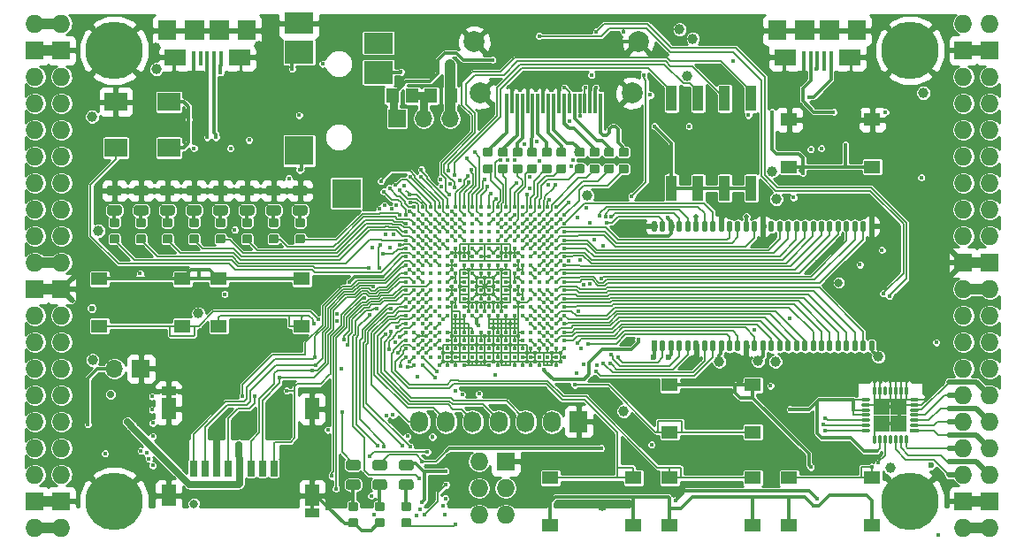
<source format=gtl>
G04 #@! TF.GenerationSoftware,KiCad,Pcbnew,5.0.0+dfsg1-2*
G04 #@! TF.CreationDate,2018-09-12T11:57:53+02:00*
G04 #@! TF.ProjectId,ulx3s,756C7833732E6B696361645F70636200,rev?*
G04 #@! TF.SameCoordinates,Original*
G04 #@! TF.FileFunction,Copper,L1,Top,Signal*
G04 #@! TF.FilePolarity,Positive*
%FSLAX46Y46*%
G04 Gerber Fmt 4.6, Leading zero omitted, Abs format (unit mm)*
G04 Created by KiCad (PCBNEW 5.0.0+dfsg1-2) date Wed Sep 12 11:57:53 2018*
%MOMM*%
%LPD*%
G01*
G04 APERTURE LIST*
G04 #@! TA.AperFunction,Conductor*
%ADD10C,0.100000*%
G04 #@! TD*
G04 #@! TA.AperFunction,SMDPad,CuDef*
%ADD11C,0.875000*%
G04 #@! TD*
G04 #@! TA.AperFunction,SMDPad,CuDef*
%ADD12C,0.975000*%
G04 #@! TD*
G04 #@! TA.AperFunction,SMDPad,CuDef*
%ADD13O,0.560000X1.100000*%
G04 #@! TD*
G04 #@! TA.AperFunction,SMDPad,CuDef*
%ADD14R,0.560000X1.100000*%
G04 #@! TD*
G04 #@! TA.AperFunction,SMDPad,CuDef*
%ADD15R,1.625000X1.625000*%
G04 #@! TD*
G04 #@! TA.AperFunction,SMDPad,CuDef*
%ADD16O,0.300000X0.950000*%
G04 #@! TD*
G04 #@! TA.AperFunction,SMDPad,CuDef*
%ADD17O,0.950000X0.300000*%
G04 #@! TD*
G04 #@! TA.AperFunction,SMDPad,CuDef*
%ADD18R,0.950000X0.300000*%
G04 #@! TD*
G04 #@! TA.AperFunction,SMDPad,CuDef*
%ADD19R,1.120000X2.440000*%
G04 #@! TD*
G04 #@! TA.AperFunction,SMDPad,CuDef*
%ADD20R,1.800000X1.900000*%
G04 #@! TD*
G04 #@! TA.AperFunction,SMDPad,CuDef*
%ADD21R,0.400000X1.350000*%
G04 #@! TD*
G04 #@! TA.AperFunction,SMDPad,CuDef*
%ADD22R,1.900000X1.900000*%
G04 #@! TD*
G04 #@! TA.AperFunction,SMDPad,CuDef*
%ADD23R,2.100000X1.600000*%
G04 #@! TD*
G04 #@! TA.AperFunction,SMDPad,CuDef*
%ADD24R,2.800000X2.000000*%
G04 #@! TD*
G04 #@! TA.AperFunction,SMDPad,CuDef*
%ADD25R,2.800000X2.200000*%
G04 #@! TD*
G04 #@! TA.AperFunction,SMDPad,CuDef*
%ADD26R,2.800000X2.800000*%
G04 #@! TD*
G04 #@! TA.AperFunction,SMDPad,CuDef*
%ADD27R,0.300000X1.900000*%
G04 #@! TD*
G04 #@! TA.AperFunction,ComponentPad*
%ADD28C,2.000000*%
G04 #@! TD*
G04 #@! TA.AperFunction,BGAPad,CuDef*
%ADD29C,0.400000*%
G04 #@! TD*
G04 #@! TA.AperFunction,SMDPad,CuDef*
%ADD30R,0.700000X1.500000*%
G04 #@! TD*
G04 #@! TA.AperFunction,SMDPad,CuDef*
%ADD31R,1.450000X0.900000*%
G04 #@! TD*
G04 #@! TA.AperFunction,SMDPad,CuDef*
%ADD32R,1.450000X2.000000*%
G04 #@! TD*
G04 #@! TA.AperFunction,SMDPad,CuDef*
%ADD33R,2.200000X1.800000*%
G04 #@! TD*
G04 #@! TA.AperFunction,ComponentPad*
%ADD34R,1.727200X2.032000*%
G04 #@! TD*
G04 #@! TA.AperFunction,ComponentPad*
%ADD35O,1.727200X2.032000*%
G04 #@! TD*
G04 #@! TA.AperFunction,ComponentPad*
%ADD36O,1.727200X1.727200*%
G04 #@! TD*
G04 #@! TA.AperFunction,ComponentPad*
%ADD37R,1.727200X1.727200*%
G04 #@! TD*
G04 #@! TA.AperFunction,ComponentPad*
%ADD38C,5.500000*%
G04 #@! TD*
G04 #@! TA.AperFunction,ComponentPad*
%ADD39R,1.700000X1.700000*%
G04 #@! TD*
G04 #@! TA.AperFunction,ComponentPad*
%ADD40O,1.700000X1.700000*%
G04 #@! TD*
G04 #@! TA.AperFunction,SMDPad,CuDef*
%ADD41R,1.295000X1.400000*%
G04 #@! TD*
G04 #@! TA.AperFunction,SMDPad,CuDef*
%ADD42R,1.550000X1.300000*%
G04 #@! TD*
G04 #@! TA.AperFunction,ViaPad*
%ADD43C,2.000000*%
G04 #@! TD*
G04 #@! TA.AperFunction,ViaPad*
%ADD44C,0.419000*%
G04 #@! TD*
G04 #@! TA.AperFunction,ViaPad*
%ADD45C,0.600000*%
G04 #@! TD*
G04 #@! TA.AperFunction,ViaPad*
%ADD46C,1.000000*%
G04 #@! TD*
G04 #@! TA.AperFunction,ViaPad*
%ADD47C,0.800000*%
G04 #@! TD*
G04 #@! TA.AperFunction,ViaPad*
%ADD48C,0.500000*%
G04 #@! TD*
G04 #@! TA.AperFunction,ViaPad*
%ADD49C,0.700000*%
G04 #@! TD*
G04 #@! TA.AperFunction,ViaPad*
%ADD50C,0.454000*%
G04 #@! TD*
G04 #@! TA.AperFunction,Conductor*
%ADD51C,0.300000*%
G04 #@! TD*
G04 #@! TA.AperFunction,Conductor*
%ADD52C,0.127000*%
G04 #@! TD*
G04 #@! TA.AperFunction,Conductor*
%ADD53C,0.500000*%
G04 #@! TD*
G04 #@! TA.AperFunction,Conductor*
%ADD54C,1.000000*%
G04 #@! TD*
G04 #@! TA.AperFunction,Conductor*
%ADD55C,0.190000*%
G04 #@! TD*
G04 #@! TA.AperFunction,Conductor*
%ADD56C,0.700000*%
G04 #@! TD*
G04 #@! TA.AperFunction,Conductor*
%ADD57C,0.800000*%
G04 #@! TD*
G04 #@! TA.AperFunction,Conductor*
%ADD58C,0.140000*%
G04 #@! TD*
G04 #@! TA.AperFunction,Conductor*
%ADD59C,0.254000*%
G04 #@! TD*
G04 APERTURE END LIST*
D10*
G04 #@! TO.N,/gpdi/GPDI_ETH-*
G04 #@! TO.C,C37*
G36*
X152035691Y-74547053D02*
X152056926Y-74550203D01*
X152077750Y-74555419D01*
X152097962Y-74562651D01*
X152117368Y-74571830D01*
X152135781Y-74582866D01*
X152153024Y-74595654D01*
X152168930Y-74610070D01*
X152183346Y-74625976D01*
X152196134Y-74643219D01*
X152207170Y-74661632D01*
X152216349Y-74681038D01*
X152223581Y-74701250D01*
X152228797Y-74722074D01*
X152231947Y-74743309D01*
X152233000Y-74764750D01*
X152233000Y-75202250D01*
X152231947Y-75223691D01*
X152228797Y-75244926D01*
X152223581Y-75265750D01*
X152216349Y-75285962D01*
X152207170Y-75305368D01*
X152196134Y-75323781D01*
X152183346Y-75341024D01*
X152168930Y-75356930D01*
X152153024Y-75371346D01*
X152135781Y-75384134D01*
X152117368Y-75395170D01*
X152097962Y-75404349D01*
X152077750Y-75411581D01*
X152056926Y-75416797D01*
X152035691Y-75419947D01*
X152014250Y-75421000D01*
X151501750Y-75421000D01*
X151480309Y-75419947D01*
X151459074Y-75416797D01*
X151438250Y-75411581D01*
X151418038Y-75404349D01*
X151398632Y-75395170D01*
X151380219Y-75384134D01*
X151362976Y-75371346D01*
X151347070Y-75356930D01*
X151332654Y-75341024D01*
X151319866Y-75323781D01*
X151308830Y-75305368D01*
X151299651Y-75285962D01*
X151292419Y-75265750D01*
X151287203Y-75244926D01*
X151284053Y-75223691D01*
X151283000Y-75202250D01*
X151283000Y-74764750D01*
X151284053Y-74743309D01*
X151287203Y-74722074D01*
X151292419Y-74701250D01*
X151299651Y-74681038D01*
X151308830Y-74661632D01*
X151319866Y-74643219D01*
X151332654Y-74625976D01*
X151347070Y-74610070D01*
X151362976Y-74595654D01*
X151380219Y-74582866D01*
X151398632Y-74571830D01*
X151418038Y-74562651D01*
X151438250Y-74555419D01*
X151459074Y-74550203D01*
X151480309Y-74547053D01*
X151501750Y-74546000D01*
X152014250Y-74546000D01*
X152035691Y-74547053D01*
X152035691Y-74547053D01*
G37*
D11*
G04 #@! TD*
G04 #@! TO.P,C37,2*
G04 #@! TO.N,/gpdi/GPDI_ETH-*
X151758000Y-74983500D03*
D10*
G04 #@! TO.N,FPDI_ETH-*
G04 #@! TO.C,C37*
G36*
X152035691Y-76122053D02*
X152056926Y-76125203D01*
X152077750Y-76130419D01*
X152097962Y-76137651D01*
X152117368Y-76146830D01*
X152135781Y-76157866D01*
X152153024Y-76170654D01*
X152168930Y-76185070D01*
X152183346Y-76200976D01*
X152196134Y-76218219D01*
X152207170Y-76236632D01*
X152216349Y-76256038D01*
X152223581Y-76276250D01*
X152228797Y-76297074D01*
X152231947Y-76318309D01*
X152233000Y-76339750D01*
X152233000Y-76777250D01*
X152231947Y-76798691D01*
X152228797Y-76819926D01*
X152223581Y-76840750D01*
X152216349Y-76860962D01*
X152207170Y-76880368D01*
X152196134Y-76898781D01*
X152183346Y-76916024D01*
X152168930Y-76931930D01*
X152153024Y-76946346D01*
X152135781Y-76959134D01*
X152117368Y-76970170D01*
X152097962Y-76979349D01*
X152077750Y-76986581D01*
X152056926Y-76991797D01*
X152035691Y-76994947D01*
X152014250Y-76996000D01*
X151501750Y-76996000D01*
X151480309Y-76994947D01*
X151459074Y-76991797D01*
X151438250Y-76986581D01*
X151418038Y-76979349D01*
X151398632Y-76970170D01*
X151380219Y-76959134D01*
X151362976Y-76946346D01*
X151347070Y-76931930D01*
X151332654Y-76916024D01*
X151319866Y-76898781D01*
X151308830Y-76880368D01*
X151299651Y-76860962D01*
X151292419Y-76840750D01*
X151287203Y-76819926D01*
X151284053Y-76798691D01*
X151283000Y-76777250D01*
X151283000Y-76339750D01*
X151284053Y-76318309D01*
X151287203Y-76297074D01*
X151292419Y-76276250D01*
X151299651Y-76256038D01*
X151308830Y-76236632D01*
X151319866Y-76218219D01*
X151332654Y-76200976D01*
X151347070Y-76185070D01*
X151362976Y-76170654D01*
X151380219Y-76157866D01*
X151398632Y-76146830D01*
X151418038Y-76137651D01*
X151438250Y-76130419D01*
X151459074Y-76125203D01*
X151480309Y-76122053D01*
X151501750Y-76121000D01*
X152014250Y-76121000D01*
X152035691Y-76122053D01*
X152035691Y-76122053D01*
G37*
D11*
G04 #@! TD*
G04 #@! TO.P,C37,1*
G04 #@! TO.N,FPDI_ETH-*
X151758000Y-76558500D03*
D10*
G04 #@! TO.N,/gpdi/GPDI_ETH+*
G04 #@! TO.C,C36*
G36*
X150638691Y-74547053D02*
X150659926Y-74550203D01*
X150680750Y-74555419D01*
X150700962Y-74562651D01*
X150720368Y-74571830D01*
X150738781Y-74582866D01*
X150756024Y-74595654D01*
X150771930Y-74610070D01*
X150786346Y-74625976D01*
X150799134Y-74643219D01*
X150810170Y-74661632D01*
X150819349Y-74681038D01*
X150826581Y-74701250D01*
X150831797Y-74722074D01*
X150834947Y-74743309D01*
X150836000Y-74764750D01*
X150836000Y-75202250D01*
X150834947Y-75223691D01*
X150831797Y-75244926D01*
X150826581Y-75265750D01*
X150819349Y-75285962D01*
X150810170Y-75305368D01*
X150799134Y-75323781D01*
X150786346Y-75341024D01*
X150771930Y-75356930D01*
X150756024Y-75371346D01*
X150738781Y-75384134D01*
X150720368Y-75395170D01*
X150700962Y-75404349D01*
X150680750Y-75411581D01*
X150659926Y-75416797D01*
X150638691Y-75419947D01*
X150617250Y-75421000D01*
X150104750Y-75421000D01*
X150083309Y-75419947D01*
X150062074Y-75416797D01*
X150041250Y-75411581D01*
X150021038Y-75404349D01*
X150001632Y-75395170D01*
X149983219Y-75384134D01*
X149965976Y-75371346D01*
X149950070Y-75356930D01*
X149935654Y-75341024D01*
X149922866Y-75323781D01*
X149911830Y-75305368D01*
X149902651Y-75285962D01*
X149895419Y-75265750D01*
X149890203Y-75244926D01*
X149887053Y-75223691D01*
X149886000Y-75202250D01*
X149886000Y-74764750D01*
X149887053Y-74743309D01*
X149890203Y-74722074D01*
X149895419Y-74701250D01*
X149902651Y-74681038D01*
X149911830Y-74661632D01*
X149922866Y-74643219D01*
X149935654Y-74625976D01*
X149950070Y-74610070D01*
X149965976Y-74595654D01*
X149983219Y-74582866D01*
X150001632Y-74571830D01*
X150021038Y-74562651D01*
X150041250Y-74555419D01*
X150062074Y-74550203D01*
X150083309Y-74547053D01*
X150104750Y-74546000D01*
X150617250Y-74546000D01*
X150638691Y-74547053D01*
X150638691Y-74547053D01*
G37*
D11*
G04 #@! TD*
G04 #@! TO.P,C36,2*
G04 #@! TO.N,/gpdi/GPDI_ETH+*
X150361000Y-74983500D03*
D10*
G04 #@! TO.N,FPDI_ETH+*
G04 #@! TO.C,C36*
G36*
X150638691Y-76122053D02*
X150659926Y-76125203D01*
X150680750Y-76130419D01*
X150700962Y-76137651D01*
X150720368Y-76146830D01*
X150738781Y-76157866D01*
X150756024Y-76170654D01*
X150771930Y-76185070D01*
X150786346Y-76200976D01*
X150799134Y-76218219D01*
X150810170Y-76236632D01*
X150819349Y-76256038D01*
X150826581Y-76276250D01*
X150831797Y-76297074D01*
X150834947Y-76318309D01*
X150836000Y-76339750D01*
X150836000Y-76777250D01*
X150834947Y-76798691D01*
X150831797Y-76819926D01*
X150826581Y-76840750D01*
X150819349Y-76860962D01*
X150810170Y-76880368D01*
X150799134Y-76898781D01*
X150786346Y-76916024D01*
X150771930Y-76931930D01*
X150756024Y-76946346D01*
X150738781Y-76959134D01*
X150720368Y-76970170D01*
X150700962Y-76979349D01*
X150680750Y-76986581D01*
X150659926Y-76991797D01*
X150638691Y-76994947D01*
X150617250Y-76996000D01*
X150104750Y-76996000D01*
X150083309Y-76994947D01*
X150062074Y-76991797D01*
X150041250Y-76986581D01*
X150021038Y-76979349D01*
X150001632Y-76970170D01*
X149983219Y-76959134D01*
X149965976Y-76946346D01*
X149950070Y-76931930D01*
X149935654Y-76916024D01*
X149922866Y-76898781D01*
X149911830Y-76880368D01*
X149902651Y-76860962D01*
X149895419Y-76840750D01*
X149890203Y-76819926D01*
X149887053Y-76798691D01*
X149886000Y-76777250D01*
X149886000Y-76339750D01*
X149887053Y-76318309D01*
X149890203Y-76297074D01*
X149895419Y-76276250D01*
X149902651Y-76256038D01*
X149911830Y-76236632D01*
X149922866Y-76218219D01*
X149935654Y-76200976D01*
X149950070Y-76185070D01*
X149965976Y-76170654D01*
X149983219Y-76157866D01*
X150001632Y-76146830D01*
X150021038Y-76137651D01*
X150041250Y-76130419D01*
X150062074Y-76125203D01*
X150083309Y-76122053D01*
X150104750Y-76121000D01*
X150617250Y-76121000D01*
X150638691Y-76122053D01*
X150638691Y-76122053D01*
G37*
D11*
G04 #@! TD*
G04 #@! TO.P,C36,1*
G04 #@! TO.N,FPDI_ETH+*
X150361000Y-76558500D03*
D10*
G04 #@! TO.N,/gpdi/GPDI_CLK-*
G04 #@! TO.C,C41*
G36*
X149241691Y-74547053D02*
X149262926Y-74550203D01*
X149283750Y-74555419D01*
X149303962Y-74562651D01*
X149323368Y-74571830D01*
X149341781Y-74582866D01*
X149359024Y-74595654D01*
X149374930Y-74610070D01*
X149389346Y-74625976D01*
X149402134Y-74643219D01*
X149413170Y-74661632D01*
X149422349Y-74681038D01*
X149429581Y-74701250D01*
X149434797Y-74722074D01*
X149437947Y-74743309D01*
X149439000Y-74764750D01*
X149439000Y-75202250D01*
X149437947Y-75223691D01*
X149434797Y-75244926D01*
X149429581Y-75265750D01*
X149422349Y-75285962D01*
X149413170Y-75305368D01*
X149402134Y-75323781D01*
X149389346Y-75341024D01*
X149374930Y-75356930D01*
X149359024Y-75371346D01*
X149341781Y-75384134D01*
X149323368Y-75395170D01*
X149303962Y-75404349D01*
X149283750Y-75411581D01*
X149262926Y-75416797D01*
X149241691Y-75419947D01*
X149220250Y-75421000D01*
X148707750Y-75421000D01*
X148686309Y-75419947D01*
X148665074Y-75416797D01*
X148644250Y-75411581D01*
X148624038Y-75404349D01*
X148604632Y-75395170D01*
X148586219Y-75384134D01*
X148568976Y-75371346D01*
X148553070Y-75356930D01*
X148538654Y-75341024D01*
X148525866Y-75323781D01*
X148514830Y-75305368D01*
X148505651Y-75285962D01*
X148498419Y-75265750D01*
X148493203Y-75244926D01*
X148490053Y-75223691D01*
X148489000Y-75202250D01*
X148489000Y-74764750D01*
X148490053Y-74743309D01*
X148493203Y-74722074D01*
X148498419Y-74701250D01*
X148505651Y-74681038D01*
X148514830Y-74661632D01*
X148525866Y-74643219D01*
X148538654Y-74625976D01*
X148553070Y-74610070D01*
X148568976Y-74595654D01*
X148586219Y-74582866D01*
X148604632Y-74571830D01*
X148624038Y-74562651D01*
X148644250Y-74555419D01*
X148665074Y-74550203D01*
X148686309Y-74547053D01*
X148707750Y-74546000D01*
X149220250Y-74546000D01*
X149241691Y-74547053D01*
X149241691Y-74547053D01*
G37*
D11*
G04 #@! TD*
G04 #@! TO.P,C41,2*
G04 #@! TO.N,/gpdi/GPDI_CLK-*
X148964000Y-74983500D03*
D10*
G04 #@! TO.N,FPDI_CLK-*
G04 #@! TO.C,C41*
G36*
X149241691Y-76122053D02*
X149262926Y-76125203D01*
X149283750Y-76130419D01*
X149303962Y-76137651D01*
X149323368Y-76146830D01*
X149341781Y-76157866D01*
X149359024Y-76170654D01*
X149374930Y-76185070D01*
X149389346Y-76200976D01*
X149402134Y-76218219D01*
X149413170Y-76236632D01*
X149422349Y-76256038D01*
X149429581Y-76276250D01*
X149434797Y-76297074D01*
X149437947Y-76318309D01*
X149439000Y-76339750D01*
X149439000Y-76777250D01*
X149437947Y-76798691D01*
X149434797Y-76819926D01*
X149429581Y-76840750D01*
X149422349Y-76860962D01*
X149413170Y-76880368D01*
X149402134Y-76898781D01*
X149389346Y-76916024D01*
X149374930Y-76931930D01*
X149359024Y-76946346D01*
X149341781Y-76959134D01*
X149323368Y-76970170D01*
X149303962Y-76979349D01*
X149283750Y-76986581D01*
X149262926Y-76991797D01*
X149241691Y-76994947D01*
X149220250Y-76996000D01*
X148707750Y-76996000D01*
X148686309Y-76994947D01*
X148665074Y-76991797D01*
X148644250Y-76986581D01*
X148624038Y-76979349D01*
X148604632Y-76970170D01*
X148586219Y-76959134D01*
X148568976Y-76946346D01*
X148553070Y-76931930D01*
X148538654Y-76916024D01*
X148525866Y-76898781D01*
X148514830Y-76880368D01*
X148505651Y-76860962D01*
X148498419Y-76840750D01*
X148493203Y-76819926D01*
X148490053Y-76798691D01*
X148489000Y-76777250D01*
X148489000Y-76339750D01*
X148490053Y-76318309D01*
X148493203Y-76297074D01*
X148498419Y-76276250D01*
X148505651Y-76256038D01*
X148514830Y-76236632D01*
X148525866Y-76218219D01*
X148538654Y-76200976D01*
X148553070Y-76185070D01*
X148568976Y-76170654D01*
X148586219Y-76157866D01*
X148604632Y-76146830D01*
X148624038Y-76137651D01*
X148644250Y-76130419D01*
X148665074Y-76125203D01*
X148686309Y-76122053D01*
X148707750Y-76121000D01*
X149220250Y-76121000D01*
X149241691Y-76122053D01*
X149241691Y-76122053D01*
G37*
D11*
G04 #@! TD*
G04 #@! TO.P,C41,1*
G04 #@! TO.N,FPDI_CLK-*
X148964000Y-76558500D03*
D10*
G04 #@! TO.N,/gpdi/GPDI_CLK+*
G04 #@! TO.C,C45*
G36*
X147844691Y-74535053D02*
X147865926Y-74538203D01*
X147886750Y-74543419D01*
X147906962Y-74550651D01*
X147926368Y-74559830D01*
X147944781Y-74570866D01*
X147962024Y-74583654D01*
X147977930Y-74598070D01*
X147992346Y-74613976D01*
X148005134Y-74631219D01*
X148016170Y-74649632D01*
X148025349Y-74669038D01*
X148032581Y-74689250D01*
X148037797Y-74710074D01*
X148040947Y-74731309D01*
X148042000Y-74752750D01*
X148042000Y-75190250D01*
X148040947Y-75211691D01*
X148037797Y-75232926D01*
X148032581Y-75253750D01*
X148025349Y-75273962D01*
X148016170Y-75293368D01*
X148005134Y-75311781D01*
X147992346Y-75329024D01*
X147977930Y-75344930D01*
X147962024Y-75359346D01*
X147944781Y-75372134D01*
X147926368Y-75383170D01*
X147906962Y-75392349D01*
X147886750Y-75399581D01*
X147865926Y-75404797D01*
X147844691Y-75407947D01*
X147823250Y-75409000D01*
X147310750Y-75409000D01*
X147289309Y-75407947D01*
X147268074Y-75404797D01*
X147247250Y-75399581D01*
X147227038Y-75392349D01*
X147207632Y-75383170D01*
X147189219Y-75372134D01*
X147171976Y-75359346D01*
X147156070Y-75344930D01*
X147141654Y-75329024D01*
X147128866Y-75311781D01*
X147117830Y-75293368D01*
X147108651Y-75273962D01*
X147101419Y-75253750D01*
X147096203Y-75232926D01*
X147093053Y-75211691D01*
X147092000Y-75190250D01*
X147092000Y-74752750D01*
X147093053Y-74731309D01*
X147096203Y-74710074D01*
X147101419Y-74689250D01*
X147108651Y-74669038D01*
X147117830Y-74649632D01*
X147128866Y-74631219D01*
X147141654Y-74613976D01*
X147156070Y-74598070D01*
X147171976Y-74583654D01*
X147189219Y-74570866D01*
X147207632Y-74559830D01*
X147227038Y-74550651D01*
X147247250Y-74543419D01*
X147268074Y-74538203D01*
X147289309Y-74535053D01*
X147310750Y-74534000D01*
X147823250Y-74534000D01*
X147844691Y-74535053D01*
X147844691Y-74535053D01*
G37*
D11*
G04 #@! TD*
G04 #@! TO.P,C45,2*
G04 #@! TO.N,/gpdi/GPDI_CLK+*
X147567000Y-74971500D03*
D10*
G04 #@! TO.N,FPDI_CLK+*
G04 #@! TO.C,C45*
G36*
X147844691Y-76110053D02*
X147865926Y-76113203D01*
X147886750Y-76118419D01*
X147906962Y-76125651D01*
X147926368Y-76134830D01*
X147944781Y-76145866D01*
X147962024Y-76158654D01*
X147977930Y-76173070D01*
X147992346Y-76188976D01*
X148005134Y-76206219D01*
X148016170Y-76224632D01*
X148025349Y-76244038D01*
X148032581Y-76264250D01*
X148037797Y-76285074D01*
X148040947Y-76306309D01*
X148042000Y-76327750D01*
X148042000Y-76765250D01*
X148040947Y-76786691D01*
X148037797Y-76807926D01*
X148032581Y-76828750D01*
X148025349Y-76848962D01*
X148016170Y-76868368D01*
X148005134Y-76886781D01*
X147992346Y-76904024D01*
X147977930Y-76919930D01*
X147962024Y-76934346D01*
X147944781Y-76947134D01*
X147926368Y-76958170D01*
X147906962Y-76967349D01*
X147886750Y-76974581D01*
X147865926Y-76979797D01*
X147844691Y-76982947D01*
X147823250Y-76984000D01*
X147310750Y-76984000D01*
X147289309Y-76982947D01*
X147268074Y-76979797D01*
X147247250Y-76974581D01*
X147227038Y-76967349D01*
X147207632Y-76958170D01*
X147189219Y-76947134D01*
X147171976Y-76934346D01*
X147156070Y-76919930D01*
X147141654Y-76904024D01*
X147128866Y-76886781D01*
X147117830Y-76868368D01*
X147108651Y-76848962D01*
X147101419Y-76828750D01*
X147096203Y-76807926D01*
X147093053Y-76786691D01*
X147092000Y-76765250D01*
X147092000Y-76327750D01*
X147093053Y-76306309D01*
X147096203Y-76285074D01*
X147101419Y-76264250D01*
X147108651Y-76244038D01*
X147117830Y-76224632D01*
X147128866Y-76206219D01*
X147141654Y-76188976D01*
X147156070Y-76173070D01*
X147171976Y-76158654D01*
X147189219Y-76145866D01*
X147207632Y-76134830D01*
X147227038Y-76125651D01*
X147247250Y-76118419D01*
X147268074Y-76113203D01*
X147289309Y-76110053D01*
X147310750Y-76109000D01*
X147823250Y-76109000D01*
X147844691Y-76110053D01*
X147844691Y-76110053D01*
G37*
D11*
G04 #@! TD*
G04 #@! TO.P,C45,1*
G04 #@! TO.N,FPDI_CLK+*
X147567000Y-76546500D03*
D10*
G04 #@! TO.N,/gpdi/GPDI_D0-*
G04 #@! TO.C,C40*
G36*
X146066691Y-74547053D02*
X146087926Y-74550203D01*
X146108750Y-74555419D01*
X146128962Y-74562651D01*
X146148368Y-74571830D01*
X146166781Y-74582866D01*
X146184024Y-74595654D01*
X146199930Y-74610070D01*
X146214346Y-74625976D01*
X146227134Y-74643219D01*
X146238170Y-74661632D01*
X146247349Y-74681038D01*
X146254581Y-74701250D01*
X146259797Y-74722074D01*
X146262947Y-74743309D01*
X146264000Y-74764750D01*
X146264000Y-75202250D01*
X146262947Y-75223691D01*
X146259797Y-75244926D01*
X146254581Y-75265750D01*
X146247349Y-75285962D01*
X146238170Y-75305368D01*
X146227134Y-75323781D01*
X146214346Y-75341024D01*
X146199930Y-75356930D01*
X146184024Y-75371346D01*
X146166781Y-75384134D01*
X146148368Y-75395170D01*
X146128962Y-75404349D01*
X146108750Y-75411581D01*
X146087926Y-75416797D01*
X146066691Y-75419947D01*
X146045250Y-75421000D01*
X145532750Y-75421000D01*
X145511309Y-75419947D01*
X145490074Y-75416797D01*
X145469250Y-75411581D01*
X145449038Y-75404349D01*
X145429632Y-75395170D01*
X145411219Y-75384134D01*
X145393976Y-75371346D01*
X145378070Y-75356930D01*
X145363654Y-75341024D01*
X145350866Y-75323781D01*
X145339830Y-75305368D01*
X145330651Y-75285962D01*
X145323419Y-75265750D01*
X145318203Y-75244926D01*
X145315053Y-75223691D01*
X145314000Y-75202250D01*
X145314000Y-74764750D01*
X145315053Y-74743309D01*
X145318203Y-74722074D01*
X145323419Y-74701250D01*
X145330651Y-74681038D01*
X145339830Y-74661632D01*
X145350866Y-74643219D01*
X145363654Y-74625976D01*
X145378070Y-74610070D01*
X145393976Y-74595654D01*
X145411219Y-74582866D01*
X145429632Y-74571830D01*
X145449038Y-74562651D01*
X145469250Y-74555419D01*
X145490074Y-74550203D01*
X145511309Y-74547053D01*
X145532750Y-74546000D01*
X146045250Y-74546000D01*
X146066691Y-74547053D01*
X146066691Y-74547053D01*
G37*
D11*
G04 #@! TD*
G04 #@! TO.P,C40,2*
G04 #@! TO.N,/gpdi/GPDI_D0-*
X145789000Y-74983500D03*
D10*
G04 #@! TO.N,FPDI_D0-*
G04 #@! TO.C,C40*
G36*
X146066691Y-76122053D02*
X146087926Y-76125203D01*
X146108750Y-76130419D01*
X146128962Y-76137651D01*
X146148368Y-76146830D01*
X146166781Y-76157866D01*
X146184024Y-76170654D01*
X146199930Y-76185070D01*
X146214346Y-76200976D01*
X146227134Y-76218219D01*
X146238170Y-76236632D01*
X146247349Y-76256038D01*
X146254581Y-76276250D01*
X146259797Y-76297074D01*
X146262947Y-76318309D01*
X146264000Y-76339750D01*
X146264000Y-76777250D01*
X146262947Y-76798691D01*
X146259797Y-76819926D01*
X146254581Y-76840750D01*
X146247349Y-76860962D01*
X146238170Y-76880368D01*
X146227134Y-76898781D01*
X146214346Y-76916024D01*
X146199930Y-76931930D01*
X146184024Y-76946346D01*
X146166781Y-76959134D01*
X146148368Y-76970170D01*
X146128962Y-76979349D01*
X146108750Y-76986581D01*
X146087926Y-76991797D01*
X146066691Y-76994947D01*
X146045250Y-76996000D01*
X145532750Y-76996000D01*
X145511309Y-76994947D01*
X145490074Y-76991797D01*
X145469250Y-76986581D01*
X145449038Y-76979349D01*
X145429632Y-76970170D01*
X145411219Y-76959134D01*
X145393976Y-76946346D01*
X145378070Y-76931930D01*
X145363654Y-76916024D01*
X145350866Y-76898781D01*
X145339830Y-76880368D01*
X145330651Y-76860962D01*
X145323419Y-76840750D01*
X145318203Y-76819926D01*
X145315053Y-76798691D01*
X145314000Y-76777250D01*
X145314000Y-76339750D01*
X145315053Y-76318309D01*
X145318203Y-76297074D01*
X145323419Y-76276250D01*
X145330651Y-76256038D01*
X145339830Y-76236632D01*
X145350866Y-76218219D01*
X145363654Y-76200976D01*
X145378070Y-76185070D01*
X145393976Y-76170654D01*
X145411219Y-76157866D01*
X145429632Y-76146830D01*
X145449038Y-76137651D01*
X145469250Y-76130419D01*
X145490074Y-76125203D01*
X145511309Y-76122053D01*
X145532750Y-76121000D01*
X146045250Y-76121000D01*
X146066691Y-76122053D01*
X146066691Y-76122053D01*
G37*
D11*
G04 #@! TD*
G04 #@! TO.P,C40,1*
G04 #@! TO.N,FPDI_D0-*
X145789000Y-76558500D03*
D10*
G04 #@! TO.N,/gpdi/GPDI_D0+*
G04 #@! TO.C,C44*
G36*
X144669691Y-74547053D02*
X144690926Y-74550203D01*
X144711750Y-74555419D01*
X144731962Y-74562651D01*
X144751368Y-74571830D01*
X144769781Y-74582866D01*
X144787024Y-74595654D01*
X144802930Y-74610070D01*
X144817346Y-74625976D01*
X144830134Y-74643219D01*
X144841170Y-74661632D01*
X144850349Y-74681038D01*
X144857581Y-74701250D01*
X144862797Y-74722074D01*
X144865947Y-74743309D01*
X144867000Y-74764750D01*
X144867000Y-75202250D01*
X144865947Y-75223691D01*
X144862797Y-75244926D01*
X144857581Y-75265750D01*
X144850349Y-75285962D01*
X144841170Y-75305368D01*
X144830134Y-75323781D01*
X144817346Y-75341024D01*
X144802930Y-75356930D01*
X144787024Y-75371346D01*
X144769781Y-75384134D01*
X144751368Y-75395170D01*
X144731962Y-75404349D01*
X144711750Y-75411581D01*
X144690926Y-75416797D01*
X144669691Y-75419947D01*
X144648250Y-75421000D01*
X144135750Y-75421000D01*
X144114309Y-75419947D01*
X144093074Y-75416797D01*
X144072250Y-75411581D01*
X144052038Y-75404349D01*
X144032632Y-75395170D01*
X144014219Y-75384134D01*
X143996976Y-75371346D01*
X143981070Y-75356930D01*
X143966654Y-75341024D01*
X143953866Y-75323781D01*
X143942830Y-75305368D01*
X143933651Y-75285962D01*
X143926419Y-75265750D01*
X143921203Y-75244926D01*
X143918053Y-75223691D01*
X143917000Y-75202250D01*
X143917000Y-74764750D01*
X143918053Y-74743309D01*
X143921203Y-74722074D01*
X143926419Y-74701250D01*
X143933651Y-74681038D01*
X143942830Y-74661632D01*
X143953866Y-74643219D01*
X143966654Y-74625976D01*
X143981070Y-74610070D01*
X143996976Y-74595654D01*
X144014219Y-74582866D01*
X144032632Y-74571830D01*
X144052038Y-74562651D01*
X144072250Y-74555419D01*
X144093074Y-74550203D01*
X144114309Y-74547053D01*
X144135750Y-74546000D01*
X144648250Y-74546000D01*
X144669691Y-74547053D01*
X144669691Y-74547053D01*
G37*
D11*
G04 #@! TD*
G04 #@! TO.P,C44,2*
G04 #@! TO.N,/gpdi/GPDI_D0+*
X144392000Y-74983500D03*
D10*
G04 #@! TO.N,FPDI_D0+*
G04 #@! TO.C,C44*
G36*
X144669691Y-76122053D02*
X144690926Y-76125203D01*
X144711750Y-76130419D01*
X144731962Y-76137651D01*
X144751368Y-76146830D01*
X144769781Y-76157866D01*
X144787024Y-76170654D01*
X144802930Y-76185070D01*
X144817346Y-76200976D01*
X144830134Y-76218219D01*
X144841170Y-76236632D01*
X144850349Y-76256038D01*
X144857581Y-76276250D01*
X144862797Y-76297074D01*
X144865947Y-76318309D01*
X144867000Y-76339750D01*
X144867000Y-76777250D01*
X144865947Y-76798691D01*
X144862797Y-76819926D01*
X144857581Y-76840750D01*
X144850349Y-76860962D01*
X144841170Y-76880368D01*
X144830134Y-76898781D01*
X144817346Y-76916024D01*
X144802930Y-76931930D01*
X144787024Y-76946346D01*
X144769781Y-76959134D01*
X144751368Y-76970170D01*
X144731962Y-76979349D01*
X144711750Y-76986581D01*
X144690926Y-76991797D01*
X144669691Y-76994947D01*
X144648250Y-76996000D01*
X144135750Y-76996000D01*
X144114309Y-76994947D01*
X144093074Y-76991797D01*
X144072250Y-76986581D01*
X144052038Y-76979349D01*
X144032632Y-76970170D01*
X144014219Y-76959134D01*
X143996976Y-76946346D01*
X143981070Y-76931930D01*
X143966654Y-76916024D01*
X143953866Y-76898781D01*
X143942830Y-76880368D01*
X143933651Y-76860962D01*
X143926419Y-76840750D01*
X143921203Y-76819926D01*
X143918053Y-76798691D01*
X143917000Y-76777250D01*
X143917000Y-76339750D01*
X143918053Y-76318309D01*
X143921203Y-76297074D01*
X143926419Y-76276250D01*
X143933651Y-76256038D01*
X143942830Y-76236632D01*
X143953866Y-76218219D01*
X143966654Y-76200976D01*
X143981070Y-76185070D01*
X143996976Y-76170654D01*
X144014219Y-76157866D01*
X144032632Y-76146830D01*
X144052038Y-76137651D01*
X144072250Y-76130419D01*
X144093074Y-76125203D01*
X144114309Y-76122053D01*
X144135750Y-76121000D01*
X144648250Y-76121000D01*
X144669691Y-76122053D01*
X144669691Y-76122053D01*
G37*
D11*
G04 #@! TD*
G04 #@! TO.P,C44,1*
G04 #@! TO.N,FPDI_D0+*
X144392000Y-76558500D03*
D10*
G04 #@! TO.N,/gpdi/GPDI_D1-*
G04 #@! TO.C,C39*
G36*
X143272691Y-74547053D02*
X143293926Y-74550203D01*
X143314750Y-74555419D01*
X143334962Y-74562651D01*
X143354368Y-74571830D01*
X143372781Y-74582866D01*
X143390024Y-74595654D01*
X143405930Y-74610070D01*
X143420346Y-74625976D01*
X143433134Y-74643219D01*
X143444170Y-74661632D01*
X143453349Y-74681038D01*
X143460581Y-74701250D01*
X143465797Y-74722074D01*
X143468947Y-74743309D01*
X143470000Y-74764750D01*
X143470000Y-75202250D01*
X143468947Y-75223691D01*
X143465797Y-75244926D01*
X143460581Y-75265750D01*
X143453349Y-75285962D01*
X143444170Y-75305368D01*
X143433134Y-75323781D01*
X143420346Y-75341024D01*
X143405930Y-75356930D01*
X143390024Y-75371346D01*
X143372781Y-75384134D01*
X143354368Y-75395170D01*
X143334962Y-75404349D01*
X143314750Y-75411581D01*
X143293926Y-75416797D01*
X143272691Y-75419947D01*
X143251250Y-75421000D01*
X142738750Y-75421000D01*
X142717309Y-75419947D01*
X142696074Y-75416797D01*
X142675250Y-75411581D01*
X142655038Y-75404349D01*
X142635632Y-75395170D01*
X142617219Y-75384134D01*
X142599976Y-75371346D01*
X142584070Y-75356930D01*
X142569654Y-75341024D01*
X142556866Y-75323781D01*
X142545830Y-75305368D01*
X142536651Y-75285962D01*
X142529419Y-75265750D01*
X142524203Y-75244926D01*
X142521053Y-75223691D01*
X142520000Y-75202250D01*
X142520000Y-74764750D01*
X142521053Y-74743309D01*
X142524203Y-74722074D01*
X142529419Y-74701250D01*
X142536651Y-74681038D01*
X142545830Y-74661632D01*
X142556866Y-74643219D01*
X142569654Y-74625976D01*
X142584070Y-74610070D01*
X142599976Y-74595654D01*
X142617219Y-74582866D01*
X142635632Y-74571830D01*
X142655038Y-74562651D01*
X142675250Y-74555419D01*
X142696074Y-74550203D01*
X142717309Y-74547053D01*
X142738750Y-74546000D01*
X143251250Y-74546000D01*
X143272691Y-74547053D01*
X143272691Y-74547053D01*
G37*
D11*
G04 #@! TD*
G04 #@! TO.P,C39,2*
G04 #@! TO.N,/gpdi/GPDI_D1-*
X142995000Y-74983500D03*
D10*
G04 #@! TO.N,FPDI_D1-*
G04 #@! TO.C,C39*
G36*
X143272691Y-76122053D02*
X143293926Y-76125203D01*
X143314750Y-76130419D01*
X143334962Y-76137651D01*
X143354368Y-76146830D01*
X143372781Y-76157866D01*
X143390024Y-76170654D01*
X143405930Y-76185070D01*
X143420346Y-76200976D01*
X143433134Y-76218219D01*
X143444170Y-76236632D01*
X143453349Y-76256038D01*
X143460581Y-76276250D01*
X143465797Y-76297074D01*
X143468947Y-76318309D01*
X143470000Y-76339750D01*
X143470000Y-76777250D01*
X143468947Y-76798691D01*
X143465797Y-76819926D01*
X143460581Y-76840750D01*
X143453349Y-76860962D01*
X143444170Y-76880368D01*
X143433134Y-76898781D01*
X143420346Y-76916024D01*
X143405930Y-76931930D01*
X143390024Y-76946346D01*
X143372781Y-76959134D01*
X143354368Y-76970170D01*
X143334962Y-76979349D01*
X143314750Y-76986581D01*
X143293926Y-76991797D01*
X143272691Y-76994947D01*
X143251250Y-76996000D01*
X142738750Y-76996000D01*
X142717309Y-76994947D01*
X142696074Y-76991797D01*
X142675250Y-76986581D01*
X142655038Y-76979349D01*
X142635632Y-76970170D01*
X142617219Y-76959134D01*
X142599976Y-76946346D01*
X142584070Y-76931930D01*
X142569654Y-76916024D01*
X142556866Y-76898781D01*
X142545830Y-76880368D01*
X142536651Y-76860962D01*
X142529419Y-76840750D01*
X142524203Y-76819926D01*
X142521053Y-76798691D01*
X142520000Y-76777250D01*
X142520000Y-76339750D01*
X142521053Y-76318309D01*
X142524203Y-76297074D01*
X142529419Y-76276250D01*
X142536651Y-76256038D01*
X142545830Y-76236632D01*
X142556866Y-76218219D01*
X142569654Y-76200976D01*
X142584070Y-76185070D01*
X142599976Y-76170654D01*
X142617219Y-76157866D01*
X142635632Y-76146830D01*
X142655038Y-76137651D01*
X142675250Y-76130419D01*
X142696074Y-76125203D01*
X142717309Y-76122053D01*
X142738750Y-76121000D01*
X143251250Y-76121000D01*
X143272691Y-76122053D01*
X143272691Y-76122053D01*
G37*
D11*
G04 #@! TD*
G04 #@! TO.P,C39,1*
G04 #@! TO.N,FPDI_D1-*
X142995000Y-76558500D03*
D10*
G04 #@! TO.N,/gpdi/GPDI_D1+*
G04 #@! TO.C,C43*
G36*
X141875691Y-74547053D02*
X141896926Y-74550203D01*
X141917750Y-74555419D01*
X141937962Y-74562651D01*
X141957368Y-74571830D01*
X141975781Y-74582866D01*
X141993024Y-74595654D01*
X142008930Y-74610070D01*
X142023346Y-74625976D01*
X142036134Y-74643219D01*
X142047170Y-74661632D01*
X142056349Y-74681038D01*
X142063581Y-74701250D01*
X142068797Y-74722074D01*
X142071947Y-74743309D01*
X142073000Y-74764750D01*
X142073000Y-75202250D01*
X142071947Y-75223691D01*
X142068797Y-75244926D01*
X142063581Y-75265750D01*
X142056349Y-75285962D01*
X142047170Y-75305368D01*
X142036134Y-75323781D01*
X142023346Y-75341024D01*
X142008930Y-75356930D01*
X141993024Y-75371346D01*
X141975781Y-75384134D01*
X141957368Y-75395170D01*
X141937962Y-75404349D01*
X141917750Y-75411581D01*
X141896926Y-75416797D01*
X141875691Y-75419947D01*
X141854250Y-75421000D01*
X141341750Y-75421000D01*
X141320309Y-75419947D01*
X141299074Y-75416797D01*
X141278250Y-75411581D01*
X141258038Y-75404349D01*
X141238632Y-75395170D01*
X141220219Y-75384134D01*
X141202976Y-75371346D01*
X141187070Y-75356930D01*
X141172654Y-75341024D01*
X141159866Y-75323781D01*
X141148830Y-75305368D01*
X141139651Y-75285962D01*
X141132419Y-75265750D01*
X141127203Y-75244926D01*
X141124053Y-75223691D01*
X141123000Y-75202250D01*
X141123000Y-74764750D01*
X141124053Y-74743309D01*
X141127203Y-74722074D01*
X141132419Y-74701250D01*
X141139651Y-74681038D01*
X141148830Y-74661632D01*
X141159866Y-74643219D01*
X141172654Y-74625976D01*
X141187070Y-74610070D01*
X141202976Y-74595654D01*
X141220219Y-74582866D01*
X141238632Y-74571830D01*
X141258038Y-74562651D01*
X141278250Y-74555419D01*
X141299074Y-74550203D01*
X141320309Y-74547053D01*
X141341750Y-74546000D01*
X141854250Y-74546000D01*
X141875691Y-74547053D01*
X141875691Y-74547053D01*
G37*
D11*
G04 #@! TD*
G04 #@! TO.P,C43,2*
G04 #@! TO.N,/gpdi/GPDI_D1+*
X141598000Y-74983500D03*
D10*
G04 #@! TO.N,FPDI_D1+*
G04 #@! TO.C,C43*
G36*
X141875691Y-76122053D02*
X141896926Y-76125203D01*
X141917750Y-76130419D01*
X141937962Y-76137651D01*
X141957368Y-76146830D01*
X141975781Y-76157866D01*
X141993024Y-76170654D01*
X142008930Y-76185070D01*
X142023346Y-76200976D01*
X142036134Y-76218219D01*
X142047170Y-76236632D01*
X142056349Y-76256038D01*
X142063581Y-76276250D01*
X142068797Y-76297074D01*
X142071947Y-76318309D01*
X142073000Y-76339750D01*
X142073000Y-76777250D01*
X142071947Y-76798691D01*
X142068797Y-76819926D01*
X142063581Y-76840750D01*
X142056349Y-76860962D01*
X142047170Y-76880368D01*
X142036134Y-76898781D01*
X142023346Y-76916024D01*
X142008930Y-76931930D01*
X141993024Y-76946346D01*
X141975781Y-76959134D01*
X141957368Y-76970170D01*
X141937962Y-76979349D01*
X141917750Y-76986581D01*
X141896926Y-76991797D01*
X141875691Y-76994947D01*
X141854250Y-76996000D01*
X141341750Y-76996000D01*
X141320309Y-76994947D01*
X141299074Y-76991797D01*
X141278250Y-76986581D01*
X141258038Y-76979349D01*
X141238632Y-76970170D01*
X141220219Y-76959134D01*
X141202976Y-76946346D01*
X141187070Y-76931930D01*
X141172654Y-76916024D01*
X141159866Y-76898781D01*
X141148830Y-76880368D01*
X141139651Y-76860962D01*
X141132419Y-76840750D01*
X141127203Y-76819926D01*
X141124053Y-76798691D01*
X141123000Y-76777250D01*
X141123000Y-76339750D01*
X141124053Y-76318309D01*
X141127203Y-76297074D01*
X141132419Y-76276250D01*
X141139651Y-76256038D01*
X141148830Y-76236632D01*
X141159866Y-76218219D01*
X141172654Y-76200976D01*
X141187070Y-76185070D01*
X141202976Y-76170654D01*
X141220219Y-76157866D01*
X141238632Y-76146830D01*
X141258038Y-76137651D01*
X141278250Y-76130419D01*
X141299074Y-76125203D01*
X141320309Y-76122053D01*
X141341750Y-76121000D01*
X141854250Y-76121000D01*
X141875691Y-76122053D01*
X141875691Y-76122053D01*
G37*
D11*
G04 #@! TD*
G04 #@! TO.P,C43,1*
G04 #@! TO.N,FPDI_D1+*
X141598000Y-76558500D03*
D10*
G04 #@! TO.N,/gpdi/GPDI_D2-*
G04 #@! TO.C,C38*
G36*
X140478691Y-74547053D02*
X140499926Y-74550203D01*
X140520750Y-74555419D01*
X140540962Y-74562651D01*
X140560368Y-74571830D01*
X140578781Y-74582866D01*
X140596024Y-74595654D01*
X140611930Y-74610070D01*
X140626346Y-74625976D01*
X140639134Y-74643219D01*
X140650170Y-74661632D01*
X140659349Y-74681038D01*
X140666581Y-74701250D01*
X140671797Y-74722074D01*
X140674947Y-74743309D01*
X140676000Y-74764750D01*
X140676000Y-75202250D01*
X140674947Y-75223691D01*
X140671797Y-75244926D01*
X140666581Y-75265750D01*
X140659349Y-75285962D01*
X140650170Y-75305368D01*
X140639134Y-75323781D01*
X140626346Y-75341024D01*
X140611930Y-75356930D01*
X140596024Y-75371346D01*
X140578781Y-75384134D01*
X140560368Y-75395170D01*
X140540962Y-75404349D01*
X140520750Y-75411581D01*
X140499926Y-75416797D01*
X140478691Y-75419947D01*
X140457250Y-75421000D01*
X139944750Y-75421000D01*
X139923309Y-75419947D01*
X139902074Y-75416797D01*
X139881250Y-75411581D01*
X139861038Y-75404349D01*
X139841632Y-75395170D01*
X139823219Y-75384134D01*
X139805976Y-75371346D01*
X139790070Y-75356930D01*
X139775654Y-75341024D01*
X139762866Y-75323781D01*
X139751830Y-75305368D01*
X139742651Y-75285962D01*
X139735419Y-75265750D01*
X139730203Y-75244926D01*
X139727053Y-75223691D01*
X139726000Y-75202250D01*
X139726000Y-74764750D01*
X139727053Y-74743309D01*
X139730203Y-74722074D01*
X139735419Y-74701250D01*
X139742651Y-74681038D01*
X139751830Y-74661632D01*
X139762866Y-74643219D01*
X139775654Y-74625976D01*
X139790070Y-74610070D01*
X139805976Y-74595654D01*
X139823219Y-74582866D01*
X139841632Y-74571830D01*
X139861038Y-74562651D01*
X139881250Y-74555419D01*
X139902074Y-74550203D01*
X139923309Y-74547053D01*
X139944750Y-74546000D01*
X140457250Y-74546000D01*
X140478691Y-74547053D01*
X140478691Y-74547053D01*
G37*
D11*
G04 #@! TD*
G04 #@! TO.P,C38,2*
G04 #@! TO.N,/gpdi/GPDI_D2-*
X140201000Y-74983500D03*
D10*
G04 #@! TO.N,FPDI_D2-*
G04 #@! TO.C,C38*
G36*
X140478691Y-76122053D02*
X140499926Y-76125203D01*
X140520750Y-76130419D01*
X140540962Y-76137651D01*
X140560368Y-76146830D01*
X140578781Y-76157866D01*
X140596024Y-76170654D01*
X140611930Y-76185070D01*
X140626346Y-76200976D01*
X140639134Y-76218219D01*
X140650170Y-76236632D01*
X140659349Y-76256038D01*
X140666581Y-76276250D01*
X140671797Y-76297074D01*
X140674947Y-76318309D01*
X140676000Y-76339750D01*
X140676000Y-76777250D01*
X140674947Y-76798691D01*
X140671797Y-76819926D01*
X140666581Y-76840750D01*
X140659349Y-76860962D01*
X140650170Y-76880368D01*
X140639134Y-76898781D01*
X140626346Y-76916024D01*
X140611930Y-76931930D01*
X140596024Y-76946346D01*
X140578781Y-76959134D01*
X140560368Y-76970170D01*
X140540962Y-76979349D01*
X140520750Y-76986581D01*
X140499926Y-76991797D01*
X140478691Y-76994947D01*
X140457250Y-76996000D01*
X139944750Y-76996000D01*
X139923309Y-76994947D01*
X139902074Y-76991797D01*
X139881250Y-76986581D01*
X139861038Y-76979349D01*
X139841632Y-76970170D01*
X139823219Y-76959134D01*
X139805976Y-76946346D01*
X139790070Y-76931930D01*
X139775654Y-76916024D01*
X139762866Y-76898781D01*
X139751830Y-76880368D01*
X139742651Y-76860962D01*
X139735419Y-76840750D01*
X139730203Y-76819926D01*
X139727053Y-76798691D01*
X139726000Y-76777250D01*
X139726000Y-76339750D01*
X139727053Y-76318309D01*
X139730203Y-76297074D01*
X139735419Y-76276250D01*
X139742651Y-76256038D01*
X139751830Y-76236632D01*
X139762866Y-76218219D01*
X139775654Y-76200976D01*
X139790070Y-76185070D01*
X139805976Y-76170654D01*
X139823219Y-76157866D01*
X139841632Y-76146830D01*
X139861038Y-76137651D01*
X139881250Y-76130419D01*
X139902074Y-76125203D01*
X139923309Y-76122053D01*
X139944750Y-76121000D01*
X140457250Y-76121000D01*
X140478691Y-76122053D01*
X140478691Y-76122053D01*
G37*
D11*
G04 #@! TD*
G04 #@! TO.P,C38,1*
G04 #@! TO.N,FPDI_D2-*
X140201000Y-76558500D03*
D10*
G04 #@! TO.N,/gpdi/GPDI_D2+*
G04 #@! TO.C,C42*
G36*
X139020491Y-74539653D02*
X139041726Y-74542803D01*
X139062550Y-74548019D01*
X139082762Y-74555251D01*
X139102168Y-74564430D01*
X139120581Y-74575466D01*
X139137824Y-74588254D01*
X139153730Y-74602670D01*
X139168146Y-74618576D01*
X139180934Y-74635819D01*
X139191970Y-74654232D01*
X139201149Y-74673638D01*
X139208381Y-74693850D01*
X139213597Y-74714674D01*
X139216747Y-74735909D01*
X139217800Y-74757350D01*
X139217800Y-75194850D01*
X139216747Y-75216291D01*
X139213597Y-75237526D01*
X139208381Y-75258350D01*
X139201149Y-75278562D01*
X139191970Y-75297968D01*
X139180934Y-75316381D01*
X139168146Y-75333624D01*
X139153730Y-75349530D01*
X139137824Y-75363946D01*
X139120581Y-75376734D01*
X139102168Y-75387770D01*
X139082762Y-75396949D01*
X139062550Y-75404181D01*
X139041726Y-75409397D01*
X139020491Y-75412547D01*
X138999050Y-75413600D01*
X138486550Y-75413600D01*
X138465109Y-75412547D01*
X138443874Y-75409397D01*
X138423050Y-75404181D01*
X138402838Y-75396949D01*
X138383432Y-75387770D01*
X138365019Y-75376734D01*
X138347776Y-75363946D01*
X138331870Y-75349530D01*
X138317454Y-75333624D01*
X138304666Y-75316381D01*
X138293630Y-75297968D01*
X138284451Y-75278562D01*
X138277219Y-75258350D01*
X138272003Y-75237526D01*
X138268853Y-75216291D01*
X138267800Y-75194850D01*
X138267800Y-74757350D01*
X138268853Y-74735909D01*
X138272003Y-74714674D01*
X138277219Y-74693850D01*
X138284451Y-74673638D01*
X138293630Y-74654232D01*
X138304666Y-74635819D01*
X138317454Y-74618576D01*
X138331870Y-74602670D01*
X138347776Y-74588254D01*
X138365019Y-74575466D01*
X138383432Y-74564430D01*
X138402838Y-74555251D01*
X138423050Y-74548019D01*
X138443874Y-74542803D01*
X138465109Y-74539653D01*
X138486550Y-74538600D01*
X138999050Y-74538600D01*
X139020491Y-74539653D01*
X139020491Y-74539653D01*
G37*
D11*
G04 #@! TD*
G04 #@! TO.P,C42,2*
G04 #@! TO.N,/gpdi/GPDI_D2+*
X138742800Y-74976100D03*
D10*
G04 #@! TO.N,FPDI_D2+*
G04 #@! TO.C,C42*
G36*
X139020491Y-76114653D02*
X139041726Y-76117803D01*
X139062550Y-76123019D01*
X139082762Y-76130251D01*
X139102168Y-76139430D01*
X139120581Y-76150466D01*
X139137824Y-76163254D01*
X139153730Y-76177670D01*
X139168146Y-76193576D01*
X139180934Y-76210819D01*
X139191970Y-76229232D01*
X139201149Y-76248638D01*
X139208381Y-76268850D01*
X139213597Y-76289674D01*
X139216747Y-76310909D01*
X139217800Y-76332350D01*
X139217800Y-76769850D01*
X139216747Y-76791291D01*
X139213597Y-76812526D01*
X139208381Y-76833350D01*
X139201149Y-76853562D01*
X139191970Y-76872968D01*
X139180934Y-76891381D01*
X139168146Y-76908624D01*
X139153730Y-76924530D01*
X139137824Y-76938946D01*
X139120581Y-76951734D01*
X139102168Y-76962770D01*
X139082762Y-76971949D01*
X139062550Y-76979181D01*
X139041726Y-76984397D01*
X139020491Y-76987547D01*
X138999050Y-76988600D01*
X138486550Y-76988600D01*
X138465109Y-76987547D01*
X138443874Y-76984397D01*
X138423050Y-76979181D01*
X138402838Y-76971949D01*
X138383432Y-76962770D01*
X138365019Y-76951734D01*
X138347776Y-76938946D01*
X138331870Y-76924530D01*
X138317454Y-76908624D01*
X138304666Y-76891381D01*
X138293630Y-76872968D01*
X138284451Y-76853562D01*
X138277219Y-76833350D01*
X138272003Y-76812526D01*
X138268853Y-76791291D01*
X138267800Y-76769850D01*
X138267800Y-76332350D01*
X138268853Y-76310909D01*
X138272003Y-76289674D01*
X138277219Y-76268850D01*
X138284451Y-76248638D01*
X138293630Y-76229232D01*
X138304666Y-76210819D01*
X138317454Y-76193576D01*
X138331870Y-76177670D01*
X138347776Y-76163254D01*
X138365019Y-76150466D01*
X138383432Y-76139430D01*
X138402838Y-76130251D01*
X138423050Y-76123019D01*
X138443874Y-76117803D01*
X138465109Y-76114653D01*
X138486550Y-76113600D01*
X138999050Y-76113600D01*
X139020491Y-76114653D01*
X139020491Y-76114653D01*
G37*
D11*
G04 #@! TD*
G04 #@! TO.P,C42,1*
G04 #@! TO.N,FPDI_D2+*
X138742800Y-76551100D03*
D10*
G04 #@! TO.N,/blinkey/LED_TXLED*
G04 #@! TO.C,R37*
G36*
X131207691Y-108456053D02*
X131228926Y-108459203D01*
X131249750Y-108464419D01*
X131269962Y-108471651D01*
X131289368Y-108480830D01*
X131307781Y-108491866D01*
X131325024Y-108504654D01*
X131340930Y-108519070D01*
X131355346Y-108534976D01*
X131368134Y-108552219D01*
X131379170Y-108570632D01*
X131388349Y-108590038D01*
X131395581Y-108610250D01*
X131400797Y-108631074D01*
X131403947Y-108652309D01*
X131405000Y-108673750D01*
X131405000Y-109111250D01*
X131403947Y-109132691D01*
X131400797Y-109153926D01*
X131395581Y-109174750D01*
X131388349Y-109194962D01*
X131379170Y-109214368D01*
X131368134Y-109232781D01*
X131355346Y-109250024D01*
X131340930Y-109265930D01*
X131325024Y-109280346D01*
X131307781Y-109293134D01*
X131289368Y-109304170D01*
X131269962Y-109313349D01*
X131249750Y-109320581D01*
X131228926Y-109325797D01*
X131207691Y-109328947D01*
X131186250Y-109330000D01*
X130673750Y-109330000D01*
X130652309Y-109328947D01*
X130631074Y-109325797D01*
X130610250Y-109320581D01*
X130590038Y-109313349D01*
X130570632Y-109304170D01*
X130552219Y-109293134D01*
X130534976Y-109280346D01*
X130519070Y-109265930D01*
X130504654Y-109250024D01*
X130491866Y-109232781D01*
X130480830Y-109214368D01*
X130471651Y-109194962D01*
X130464419Y-109174750D01*
X130459203Y-109153926D01*
X130456053Y-109132691D01*
X130455000Y-109111250D01*
X130455000Y-108673750D01*
X130456053Y-108652309D01*
X130459203Y-108631074D01*
X130464419Y-108610250D01*
X130471651Y-108590038D01*
X130480830Y-108570632D01*
X130491866Y-108552219D01*
X130504654Y-108534976D01*
X130519070Y-108519070D01*
X130534976Y-108504654D01*
X130552219Y-108491866D01*
X130570632Y-108480830D01*
X130590038Y-108471651D01*
X130610250Y-108464419D01*
X130631074Y-108459203D01*
X130652309Y-108456053D01*
X130673750Y-108455000D01*
X131186250Y-108455000D01*
X131207691Y-108456053D01*
X131207691Y-108456053D01*
G37*
D11*
G04 #@! TD*
G04 #@! TO.P,R37,2*
G04 #@! TO.N,/blinkey/LED_TXLED*
X130930000Y-108892500D03*
D10*
G04 #@! TO.N,FTDI_nTXLED*
G04 #@! TO.C,R37*
G36*
X131207691Y-110031053D02*
X131228926Y-110034203D01*
X131249750Y-110039419D01*
X131269962Y-110046651D01*
X131289368Y-110055830D01*
X131307781Y-110066866D01*
X131325024Y-110079654D01*
X131340930Y-110094070D01*
X131355346Y-110109976D01*
X131368134Y-110127219D01*
X131379170Y-110145632D01*
X131388349Y-110165038D01*
X131395581Y-110185250D01*
X131400797Y-110206074D01*
X131403947Y-110227309D01*
X131405000Y-110248750D01*
X131405000Y-110686250D01*
X131403947Y-110707691D01*
X131400797Y-110728926D01*
X131395581Y-110749750D01*
X131388349Y-110769962D01*
X131379170Y-110789368D01*
X131368134Y-110807781D01*
X131355346Y-110825024D01*
X131340930Y-110840930D01*
X131325024Y-110855346D01*
X131307781Y-110868134D01*
X131289368Y-110879170D01*
X131269962Y-110888349D01*
X131249750Y-110895581D01*
X131228926Y-110900797D01*
X131207691Y-110903947D01*
X131186250Y-110905000D01*
X130673750Y-110905000D01*
X130652309Y-110903947D01*
X130631074Y-110900797D01*
X130610250Y-110895581D01*
X130590038Y-110888349D01*
X130570632Y-110879170D01*
X130552219Y-110868134D01*
X130534976Y-110855346D01*
X130519070Y-110840930D01*
X130504654Y-110825024D01*
X130491866Y-110807781D01*
X130480830Y-110789368D01*
X130471651Y-110769962D01*
X130464419Y-110749750D01*
X130459203Y-110728926D01*
X130456053Y-110707691D01*
X130455000Y-110686250D01*
X130455000Y-110248750D01*
X130456053Y-110227309D01*
X130459203Y-110206074D01*
X130464419Y-110185250D01*
X130471651Y-110165038D01*
X130480830Y-110145632D01*
X130491866Y-110127219D01*
X130504654Y-110109976D01*
X130519070Y-110094070D01*
X130534976Y-110079654D01*
X130552219Y-110066866D01*
X130570632Y-110055830D01*
X130590038Y-110046651D01*
X130610250Y-110039419D01*
X130631074Y-110034203D01*
X130652309Y-110031053D01*
X130673750Y-110030000D01*
X131186250Y-110030000D01*
X131207691Y-110031053D01*
X131207691Y-110031053D01*
G37*
D11*
G04 #@! TD*
G04 #@! TO.P,R37,1*
G04 #@! TO.N,FTDI_nTXLED*
X130930000Y-110467500D03*
D10*
G04 #@! TO.N,GND*
G04 #@! TO.C,R36*
G36*
X128667691Y-110031053D02*
X128688926Y-110034203D01*
X128709750Y-110039419D01*
X128729962Y-110046651D01*
X128749368Y-110055830D01*
X128767781Y-110066866D01*
X128785024Y-110079654D01*
X128800930Y-110094070D01*
X128815346Y-110109976D01*
X128828134Y-110127219D01*
X128839170Y-110145632D01*
X128848349Y-110165038D01*
X128855581Y-110185250D01*
X128860797Y-110206074D01*
X128863947Y-110227309D01*
X128865000Y-110248750D01*
X128865000Y-110686250D01*
X128863947Y-110707691D01*
X128860797Y-110728926D01*
X128855581Y-110749750D01*
X128848349Y-110769962D01*
X128839170Y-110789368D01*
X128828134Y-110807781D01*
X128815346Y-110825024D01*
X128800930Y-110840930D01*
X128785024Y-110855346D01*
X128767781Y-110868134D01*
X128749368Y-110879170D01*
X128729962Y-110888349D01*
X128709750Y-110895581D01*
X128688926Y-110900797D01*
X128667691Y-110903947D01*
X128646250Y-110905000D01*
X128133750Y-110905000D01*
X128112309Y-110903947D01*
X128091074Y-110900797D01*
X128070250Y-110895581D01*
X128050038Y-110888349D01*
X128030632Y-110879170D01*
X128012219Y-110868134D01*
X127994976Y-110855346D01*
X127979070Y-110840930D01*
X127964654Y-110825024D01*
X127951866Y-110807781D01*
X127940830Y-110789368D01*
X127931651Y-110769962D01*
X127924419Y-110749750D01*
X127919203Y-110728926D01*
X127916053Y-110707691D01*
X127915000Y-110686250D01*
X127915000Y-110248750D01*
X127916053Y-110227309D01*
X127919203Y-110206074D01*
X127924419Y-110185250D01*
X127931651Y-110165038D01*
X127940830Y-110145632D01*
X127951866Y-110127219D01*
X127964654Y-110109976D01*
X127979070Y-110094070D01*
X127994976Y-110079654D01*
X128012219Y-110066866D01*
X128030632Y-110055830D01*
X128050038Y-110046651D01*
X128070250Y-110039419D01*
X128091074Y-110034203D01*
X128112309Y-110031053D01*
X128133750Y-110030000D01*
X128646250Y-110030000D01*
X128667691Y-110031053D01*
X128667691Y-110031053D01*
G37*
D11*
G04 #@! TD*
G04 #@! TO.P,R36,2*
G04 #@! TO.N,GND*
X128390000Y-110467500D03*
D10*
G04 #@! TO.N,/blinkey/LED_PWREN*
G04 #@! TO.C,R36*
G36*
X128667691Y-108456053D02*
X128688926Y-108459203D01*
X128709750Y-108464419D01*
X128729962Y-108471651D01*
X128749368Y-108480830D01*
X128767781Y-108491866D01*
X128785024Y-108504654D01*
X128800930Y-108519070D01*
X128815346Y-108534976D01*
X128828134Y-108552219D01*
X128839170Y-108570632D01*
X128848349Y-108590038D01*
X128855581Y-108610250D01*
X128860797Y-108631074D01*
X128863947Y-108652309D01*
X128865000Y-108673750D01*
X128865000Y-109111250D01*
X128863947Y-109132691D01*
X128860797Y-109153926D01*
X128855581Y-109174750D01*
X128848349Y-109194962D01*
X128839170Y-109214368D01*
X128828134Y-109232781D01*
X128815346Y-109250024D01*
X128800930Y-109265930D01*
X128785024Y-109280346D01*
X128767781Y-109293134D01*
X128749368Y-109304170D01*
X128729962Y-109313349D01*
X128709750Y-109320581D01*
X128688926Y-109325797D01*
X128667691Y-109328947D01*
X128646250Y-109330000D01*
X128133750Y-109330000D01*
X128112309Y-109328947D01*
X128091074Y-109325797D01*
X128070250Y-109320581D01*
X128050038Y-109313349D01*
X128030632Y-109304170D01*
X128012219Y-109293134D01*
X127994976Y-109280346D01*
X127979070Y-109265930D01*
X127964654Y-109250024D01*
X127951866Y-109232781D01*
X127940830Y-109214368D01*
X127931651Y-109194962D01*
X127924419Y-109174750D01*
X127919203Y-109153926D01*
X127916053Y-109132691D01*
X127915000Y-109111250D01*
X127915000Y-108673750D01*
X127916053Y-108652309D01*
X127919203Y-108631074D01*
X127924419Y-108610250D01*
X127931651Y-108590038D01*
X127940830Y-108570632D01*
X127951866Y-108552219D01*
X127964654Y-108534976D01*
X127979070Y-108519070D01*
X127994976Y-108504654D01*
X128012219Y-108491866D01*
X128030632Y-108480830D01*
X128050038Y-108471651D01*
X128070250Y-108464419D01*
X128091074Y-108459203D01*
X128112309Y-108456053D01*
X128133750Y-108455000D01*
X128646250Y-108455000D01*
X128667691Y-108456053D01*
X128667691Y-108456053D01*
G37*
D11*
G04 #@! TD*
G04 #@! TO.P,R36,1*
G04 #@! TO.N,/blinkey/LED_PWREN*
X128390000Y-108892500D03*
D10*
G04 #@! TO.N,GND*
G04 #@! TO.C,R62*
G36*
X126127691Y-110031053D02*
X126148926Y-110034203D01*
X126169750Y-110039419D01*
X126189962Y-110046651D01*
X126209368Y-110055830D01*
X126227781Y-110066866D01*
X126245024Y-110079654D01*
X126260930Y-110094070D01*
X126275346Y-110109976D01*
X126288134Y-110127219D01*
X126299170Y-110145632D01*
X126308349Y-110165038D01*
X126315581Y-110185250D01*
X126320797Y-110206074D01*
X126323947Y-110227309D01*
X126325000Y-110248750D01*
X126325000Y-110686250D01*
X126323947Y-110707691D01*
X126320797Y-110728926D01*
X126315581Y-110749750D01*
X126308349Y-110769962D01*
X126299170Y-110789368D01*
X126288134Y-110807781D01*
X126275346Y-110825024D01*
X126260930Y-110840930D01*
X126245024Y-110855346D01*
X126227781Y-110868134D01*
X126209368Y-110879170D01*
X126189962Y-110888349D01*
X126169750Y-110895581D01*
X126148926Y-110900797D01*
X126127691Y-110903947D01*
X126106250Y-110905000D01*
X125593750Y-110905000D01*
X125572309Y-110903947D01*
X125551074Y-110900797D01*
X125530250Y-110895581D01*
X125510038Y-110888349D01*
X125490632Y-110879170D01*
X125472219Y-110868134D01*
X125454976Y-110855346D01*
X125439070Y-110840930D01*
X125424654Y-110825024D01*
X125411866Y-110807781D01*
X125400830Y-110789368D01*
X125391651Y-110769962D01*
X125384419Y-110749750D01*
X125379203Y-110728926D01*
X125376053Y-110707691D01*
X125375000Y-110686250D01*
X125375000Y-110248750D01*
X125376053Y-110227309D01*
X125379203Y-110206074D01*
X125384419Y-110185250D01*
X125391651Y-110165038D01*
X125400830Y-110145632D01*
X125411866Y-110127219D01*
X125424654Y-110109976D01*
X125439070Y-110094070D01*
X125454976Y-110079654D01*
X125472219Y-110066866D01*
X125490632Y-110055830D01*
X125510038Y-110046651D01*
X125530250Y-110039419D01*
X125551074Y-110034203D01*
X125572309Y-110031053D01*
X125593750Y-110030000D01*
X126106250Y-110030000D01*
X126127691Y-110031053D01*
X126127691Y-110031053D01*
G37*
D11*
G04 #@! TD*
G04 #@! TO.P,R62,2*
G04 #@! TO.N,GND*
X125850000Y-110467500D03*
D10*
G04 #@! TO.N,/blinkey/LED_WIFI*
G04 #@! TO.C,R62*
G36*
X126127691Y-108456053D02*
X126148926Y-108459203D01*
X126169750Y-108464419D01*
X126189962Y-108471651D01*
X126209368Y-108480830D01*
X126227781Y-108491866D01*
X126245024Y-108504654D01*
X126260930Y-108519070D01*
X126275346Y-108534976D01*
X126288134Y-108552219D01*
X126299170Y-108570632D01*
X126308349Y-108590038D01*
X126315581Y-108610250D01*
X126320797Y-108631074D01*
X126323947Y-108652309D01*
X126325000Y-108673750D01*
X126325000Y-109111250D01*
X126323947Y-109132691D01*
X126320797Y-109153926D01*
X126315581Y-109174750D01*
X126308349Y-109194962D01*
X126299170Y-109214368D01*
X126288134Y-109232781D01*
X126275346Y-109250024D01*
X126260930Y-109265930D01*
X126245024Y-109280346D01*
X126227781Y-109293134D01*
X126209368Y-109304170D01*
X126189962Y-109313349D01*
X126169750Y-109320581D01*
X126148926Y-109325797D01*
X126127691Y-109328947D01*
X126106250Y-109330000D01*
X125593750Y-109330000D01*
X125572309Y-109328947D01*
X125551074Y-109325797D01*
X125530250Y-109320581D01*
X125510038Y-109313349D01*
X125490632Y-109304170D01*
X125472219Y-109293134D01*
X125454976Y-109280346D01*
X125439070Y-109265930D01*
X125424654Y-109250024D01*
X125411866Y-109232781D01*
X125400830Y-109214368D01*
X125391651Y-109194962D01*
X125384419Y-109174750D01*
X125379203Y-109153926D01*
X125376053Y-109132691D01*
X125375000Y-109111250D01*
X125375000Y-108673750D01*
X125376053Y-108652309D01*
X125379203Y-108631074D01*
X125384419Y-108610250D01*
X125391651Y-108590038D01*
X125400830Y-108570632D01*
X125411866Y-108552219D01*
X125424654Y-108534976D01*
X125439070Y-108519070D01*
X125454976Y-108504654D01*
X125472219Y-108491866D01*
X125490632Y-108480830D01*
X125510038Y-108471651D01*
X125530250Y-108464419D01*
X125551074Y-108459203D01*
X125572309Y-108456053D01*
X125593750Y-108455000D01*
X126106250Y-108455000D01*
X126127691Y-108456053D01*
X126127691Y-108456053D01*
G37*
D11*
G04 #@! TD*
G04 #@! TO.P,R62,1*
G04 #@! TO.N,/blinkey/LED_WIFI*
X125850000Y-108892500D03*
D10*
G04 #@! TO.N,FT2V5*
G04 #@! TO.C,D19*
G36*
X131410142Y-104446174D02*
X131433803Y-104449684D01*
X131457007Y-104455496D01*
X131479529Y-104463554D01*
X131501153Y-104473782D01*
X131521670Y-104486079D01*
X131540883Y-104500329D01*
X131558607Y-104516393D01*
X131574671Y-104534117D01*
X131588921Y-104553330D01*
X131601218Y-104573847D01*
X131611446Y-104595471D01*
X131619504Y-104617993D01*
X131625316Y-104641197D01*
X131628826Y-104664858D01*
X131630000Y-104688750D01*
X131630000Y-105176250D01*
X131628826Y-105200142D01*
X131625316Y-105223803D01*
X131619504Y-105247007D01*
X131611446Y-105269529D01*
X131601218Y-105291153D01*
X131588921Y-105311670D01*
X131574671Y-105330883D01*
X131558607Y-105348607D01*
X131540883Y-105364671D01*
X131521670Y-105378921D01*
X131501153Y-105391218D01*
X131479529Y-105401446D01*
X131457007Y-105409504D01*
X131433803Y-105415316D01*
X131410142Y-105418826D01*
X131386250Y-105420000D01*
X130473750Y-105420000D01*
X130449858Y-105418826D01*
X130426197Y-105415316D01*
X130402993Y-105409504D01*
X130380471Y-105401446D01*
X130358847Y-105391218D01*
X130338330Y-105378921D01*
X130319117Y-105364671D01*
X130301393Y-105348607D01*
X130285329Y-105330883D01*
X130271079Y-105311670D01*
X130258782Y-105291153D01*
X130248554Y-105269529D01*
X130240496Y-105247007D01*
X130234684Y-105223803D01*
X130231174Y-105200142D01*
X130230000Y-105176250D01*
X130230000Y-104688750D01*
X130231174Y-104664858D01*
X130234684Y-104641197D01*
X130240496Y-104617993D01*
X130248554Y-104595471D01*
X130258782Y-104573847D01*
X130271079Y-104553330D01*
X130285329Y-104534117D01*
X130301393Y-104516393D01*
X130319117Y-104500329D01*
X130338330Y-104486079D01*
X130358847Y-104473782D01*
X130380471Y-104463554D01*
X130402993Y-104455496D01*
X130426197Y-104449684D01*
X130449858Y-104446174D01*
X130473750Y-104445000D01*
X131386250Y-104445000D01*
X131410142Y-104446174D01*
X131410142Y-104446174D01*
G37*
D12*
G04 #@! TD*
G04 #@! TO.P,D19,2*
G04 #@! TO.N,FT2V5*
X130930000Y-104932500D03*
D10*
G04 #@! TO.N,/blinkey/LED_TXLED*
G04 #@! TO.C,D19*
G36*
X131410142Y-106321174D02*
X131433803Y-106324684D01*
X131457007Y-106330496D01*
X131479529Y-106338554D01*
X131501153Y-106348782D01*
X131521670Y-106361079D01*
X131540883Y-106375329D01*
X131558607Y-106391393D01*
X131574671Y-106409117D01*
X131588921Y-106428330D01*
X131601218Y-106448847D01*
X131611446Y-106470471D01*
X131619504Y-106492993D01*
X131625316Y-106516197D01*
X131628826Y-106539858D01*
X131630000Y-106563750D01*
X131630000Y-107051250D01*
X131628826Y-107075142D01*
X131625316Y-107098803D01*
X131619504Y-107122007D01*
X131611446Y-107144529D01*
X131601218Y-107166153D01*
X131588921Y-107186670D01*
X131574671Y-107205883D01*
X131558607Y-107223607D01*
X131540883Y-107239671D01*
X131521670Y-107253921D01*
X131501153Y-107266218D01*
X131479529Y-107276446D01*
X131457007Y-107284504D01*
X131433803Y-107290316D01*
X131410142Y-107293826D01*
X131386250Y-107295000D01*
X130473750Y-107295000D01*
X130449858Y-107293826D01*
X130426197Y-107290316D01*
X130402993Y-107284504D01*
X130380471Y-107276446D01*
X130358847Y-107266218D01*
X130338330Y-107253921D01*
X130319117Y-107239671D01*
X130301393Y-107223607D01*
X130285329Y-107205883D01*
X130271079Y-107186670D01*
X130258782Y-107166153D01*
X130248554Y-107144529D01*
X130240496Y-107122007D01*
X130234684Y-107098803D01*
X130231174Y-107075142D01*
X130230000Y-107051250D01*
X130230000Y-106563750D01*
X130231174Y-106539858D01*
X130234684Y-106516197D01*
X130240496Y-106492993D01*
X130248554Y-106470471D01*
X130258782Y-106448847D01*
X130271079Y-106428330D01*
X130285329Y-106409117D01*
X130301393Y-106391393D01*
X130319117Y-106375329D01*
X130338330Y-106361079D01*
X130358847Y-106348782D01*
X130380471Y-106338554D01*
X130402993Y-106330496D01*
X130426197Y-106324684D01*
X130449858Y-106321174D01*
X130473750Y-106320000D01*
X131386250Y-106320000D01*
X131410142Y-106321174D01*
X131410142Y-106321174D01*
G37*
D12*
G04 #@! TD*
G04 #@! TO.P,D19,1*
G04 #@! TO.N,/blinkey/LED_TXLED*
X130930000Y-106807500D03*
D10*
G04 #@! TO.N,FTDI_nSLEEP*
G04 #@! TO.C,D18*
G36*
X128870142Y-104446174D02*
X128893803Y-104449684D01*
X128917007Y-104455496D01*
X128939529Y-104463554D01*
X128961153Y-104473782D01*
X128981670Y-104486079D01*
X129000883Y-104500329D01*
X129018607Y-104516393D01*
X129034671Y-104534117D01*
X129048921Y-104553330D01*
X129061218Y-104573847D01*
X129071446Y-104595471D01*
X129079504Y-104617993D01*
X129085316Y-104641197D01*
X129088826Y-104664858D01*
X129090000Y-104688750D01*
X129090000Y-105176250D01*
X129088826Y-105200142D01*
X129085316Y-105223803D01*
X129079504Y-105247007D01*
X129071446Y-105269529D01*
X129061218Y-105291153D01*
X129048921Y-105311670D01*
X129034671Y-105330883D01*
X129018607Y-105348607D01*
X129000883Y-105364671D01*
X128981670Y-105378921D01*
X128961153Y-105391218D01*
X128939529Y-105401446D01*
X128917007Y-105409504D01*
X128893803Y-105415316D01*
X128870142Y-105418826D01*
X128846250Y-105420000D01*
X127933750Y-105420000D01*
X127909858Y-105418826D01*
X127886197Y-105415316D01*
X127862993Y-105409504D01*
X127840471Y-105401446D01*
X127818847Y-105391218D01*
X127798330Y-105378921D01*
X127779117Y-105364671D01*
X127761393Y-105348607D01*
X127745329Y-105330883D01*
X127731079Y-105311670D01*
X127718782Y-105291153D01*
X127708554Y-105269529D01*
X127700496Y-105247007D01*
X127694684Y-105223803D01*
X127691174Y-105200142D01*
X127690000Y-105176250D01*
X127690000Y-104688750D01*
X127691174Y-104664858D01*
X127694684Y-104641197D01*
X127700496Y-104617993D01*
X127708554Y-104595471D01*
X127718782Y-104573847D01*
X127731079Y-104553330D01*
X127745329Y-104534117D01*
X127761393Y-104516393D01*
X127779117Y-104500329D01*
X127798330Y-104486079D01*
X127818847Y-104473782D01*
X127840471Y-104463554D01*
X127862993Y-104455496D01*
X127886197Y-104449684D01*
X127909858Y-104446174D01*
X127933750Y-104445000D01*
X128846250Y-104445000D01*
X128870142Y-104446174D01*
X128870142Y-104446174D01*
G37*
D12*
G04 #@! TD*
G04 #@! TO.P,D18,2*
G04 #@! TO.N,FTDI_nSLEEP*
X128390000Y-104932500D03*
D10*
G04 #@! TO.N,/blinkey/LED_PWREN*
G04 #@! TO.C,D18*
G36*
X128870142Y-106321174D02*
X128893803Y-106324684D01*
X128917007Y-106330496D01*
X128939529Y-106338554D01*
X128961153Y-106348782D01*
X128981670Y-106361079D01*
X129000883Y-106375329D01*
X129018607Y-106391393D01*
X129034671Y-106409117D01*
X129048921Y-106428330D01*
X129061218Y-106448847D01*
X129071446Y-106470471D01*
X129079504Y-106492993D01*
X129085316Y-106516197D01*
X129088826Y-106539858D01*
X129090000Y-106563750D01*
X129090000Y-107051250D01*
X129088826Y-107075142D01*
X129085316Y-107098803D01*
X129079504Y-107122007D01*
X129071446Y-107144529D01*
X129061218Y-107166153D01*
X129048921Y-107186670D01*
X129034671Y-107205883D01*
X129018607Y-107223607D01*
X129000883Y-107239671D01*
X128981670Y-107253921D01*
X128961153Y-107266218D01*
X128939529Y-107276446D01*
X128917007Y-107284504D01*
X128893803Y-107290316D01*
X128870142Y-107293826D01*
X128846250Y-107295000D01*
X127933750Y-107295000D01*
X127909858Y-107293826D01*
X127886197Y-107290316D01*
X127862993Y-107284504D01*
X127840471Y-107276446D01*
X127818847Y-107266218D01*
X127798330Y-107253921D01*
X127779117Y-107239671D01*
X127761393Y-107223607D01*
X127745329Y-107205883D01*
X127731079Y-107186670D01*
X127718782Y-107166153D01*
X127708554Y-107144529D01*
X127700496Y-107122007D01*
X127694684Y-107098803D01*
X127691174Y-107075142D01*
X127690000Y-107051250D01*
X127690000Y-106563750D01*
X127691174Y-106539858D01*
X127694684Y-106516197D01*
X127700496Y-106492993D01*
X127708554Y-106470471D01*
X127718782Y-106448847D01*
X127731079Y-106428330D01*
X127745329Y-106409117D01*
X127761393Y-106391393D01*
X127779117Y-106375329D01*
X127798330Y-106361079D01*
X127818847Y-106348782D01*
X127840471Y-106338554D01*
X127862993Y-106330496D01*
X127886197Y-106324684D01*
X127909858Y-106321174D01*
X127933750Y-106320000D01*
X128846250Y-106320000D01*
X128870142Y-106321174D01*
X128870142Y-106321174D01*
G37*
D12*
G04 #@! TD*
G04 #@! TO.P,D18,1*
G04 #@! TO.N,/blinkey/LED_PWREN*
X128390000Y-106807500D03*
D10*
G04 #@! TO.N,WIFI_GPIO5*
G04 #@! TO.C,D22*
G36*
X126330142Y-104446174D02*
X126353803Y-104449684D01*
X126377007Y-104455496D01*
X126399529Y-104463554D01*
X126421153Y-104473782D01*
X126441670Y-104486079D01*
X126460883Y-104500329D01*
X126478607Y-104516393D01*
X126494671Y-104534117D01*
X126508921Y-104553330D01*
X126521218Y-104573847D01*
X126531446Y-104595471D01*
X126539504Y-104617993D01*
X126545316Y-104641197D01*
X126548826Y-104664858D01*
X126550000Y-104688750D01*
X126550000Y-105176250D01*
X126548826Y-105200142D01*
X126545316Y-105223803D01*
X126539504Y-105247007D01*
X126531446Y-105269529D01*
X126521218Y-105291153D01*
X126508921Y-105311670D01*
X126494671Y-105330883D01*
X126478607Y-105348607D01*
X126460883Y-105364671D01*
X126441670Y-105378921D01*
X126421153Y-105391218D01*
X126399529Y-105401446D01*
X126377007Y-105409504D01*
X126353803Y-105415316D01*
X126330142Y-105418826D01*
X126306250Y-105420000D01*
X125393750Y-105420000D01*
X125369858Y-105418826D01*
X125346197Y-105415316D01*
X125322993Y-105409504D01*
X125300471Y-105401446D01*
X125278847Y-105391218D01*
X125258330Y-105378921D01*
X125239117Y-105364671D01*
X125221393Y-105348607D01*
X125205329Y-105330883D01*
X125191079Y-105311670D01*
X125178782Y-105291153D01*
X125168554Y-105269529D01*
X125160496Y-105247007D01*
X125154684Y-105223803D01*
X125151174Y-105200142D01*
X125150000Y-105176250D01*
X125150000Y-104688750D01*
X125151174Y-104664858D01*
X125154684Y-104641197D01*
X125160496Y-104617993D01*
X125168554Y-104595471D01*
X125178782Y-104573847D01*
X125191079Y-104553330D01*
X125205329Y-104534117D01*
X125221393Y-104516393D01*
X125239117Y-104500329D01*
X125258330Y-104486079D01*
X125278847Y-104473782D01*
X125300471Y-104463554D01*
X125322993Y-104455496D01*
X125346197Y-104449684D01*
X125369858Y-104446174D01*
X125393750Y-104445000D01*
X126306250Y-104445000D01*
X126330142Y-104446174D01*
X126330142Y-104446174D01*
G37*
D12*
G04 #@! TD*
G04 #@! TO.P,D22,2*
G04 #@! TO.N,WIFI_GPIO5*
X125850000Y-104932500D03*
D10*
G04 #@! TO.N,/blinkey/LED_WIFI*
G04 #@! TO.C,D22*
G36*
X126330142Y-106321174D02*
X126353803Y-106324684D01*
X126377007Y-106330496D01*
X126399529Y-106338554D01*
X126421153Y-106348782D01*
X126441670Y-106361079D01*
X126460883Y-106375329D01*
X126478607Y-106391393D01*
X126494671Y-106409117D01*
X126508921Y-106428330D01*
X126521218Y-106448847D01*
X126531446Y-106470471D01*
X126539504Y-106492993D01*
X126545316Y-106516197D01*
X126548826Y-106539858D01*
X126550000Y-106563750D01*
X126550000Y-107051250D01*
X126548826Y-107075142D01*
X126545316Y-107098803D01*
X126539504Y-107122007D01*
X126531446Y-107144529D01*
X126521218Y-107166153D01*
X126508921Y-107186670D01*
X126494671Y-107205883D01*
X126478607Y-107223607D01*
X126460883Y-107239671D01*
X126441670Y-107253921D01*
X126421153Y-107266218D01*
X126399529Y-107276446D01*
X126377007Y-107284504D01*
X126353803Y-107290316D01*
X126330142Y-107293826D01*
X126306250Y-107295000D01*
X125393750Y-107295000D01*
X125369858Y-107293826D01*
X125346197Y-107290316D01*
X125322993Y-107284504D01*
X125300471Y-107276446D01*
X125278847Y-107266218D01*
X125258330Y-107253921D01*
X125239117Y-107239671D01*
X125221393Y-107223607D01*
X125205329Y-107205883D01*
X125191079Y-107186670D01*
X125178782Y-107166153D01*
X125168554Y-107144529D01*
X125160496Y-107122007D01*
X125154684Y-107098803D01*
X125151174Y-107075142D01*
X125150000Y-107051250D01*
X125150000Y-106563750D01*
X125151174Y-106539858D01*
X125154684Y-106516197D01*
X125160496Y-106492993D01*
X125168554Y-106470471D01*
X125178782Y-106448847D01*
X125191079Y-106428330D01*
X125205329Y-106409117D01*
X125221393Y-106391393D01*
X125239117Y-106375329D01*
X125258330Y-106361079D01*
X125278847Y-106348782D01*
X125300471Y-106338554D01*
X125322993Y-106330496D01*
X125346197Y-106324684D01*
X125369858Y-106321174D01*
X125393750Y-106320000D01*
X126306250Y-106320000D01*
X126330142Y-106321174D01*
X126330142Y-106321174D01*
G37*
D12*
G04 #@! TD*
G04 #@! TO.P,D22,1*
G04 #@! TO.N,/blinkey/LED_WIFI*
X125850000Y-106807500D03*
D10*
G04 #@! TO.N,/blinkey/ALED0*
G04 #@! TO.C,R41*
G36*
X121047691Y-81278053D02*
X121068926Y-81281203D01*
X121089750Y-81286419D01*
X121109962Y-81293651D01*
X121129368Y-81302830D01*
X121147781Y-81313866D01*
X121165024Y-81326654D01*
X121180930Y-81341070D01*
X121195346Y-81356976D01*
X121208134Y-81374219D01*
X121219170Y-81392632D01*
X121228349Y-81412038D01*
X121235581Y-81432250D01*
X121240797Y-81453074D01*
X121243947Y-81474309D01*
X121245000Y-81495750D01*
X121245000Y-81933250D01*
X121243947Y-81954691D01*
X121240797Y-81975926D01*
X121235581Y-81996750D01*
X121228349Y-82016962D01*
X121219170Y-82036368D01*
X121208134Y-82054781D01*
X121195346Y-82072024D01*
X121180930Y-82087930D01*
X121165024Y-82102346D01*
X121147781Y-82115134D01*
X121129368Y-82126170D01*
X121109962Y-82135349D01*
X121089750Y-82142581D01*
X121068926Y-82147797D01*
X121047691Y-82150947D01*
X121026250Y-82152000D01*
X120513750Y-82152000D01*
X120492309Y-82150947D01*
X120471074Y-82147797D01*
X120450250Y-82142581D01*
X120430038Y-82135349D01*
X120410632Y-82126170D01*
X120392219Y-82115134D01*
X120374976Y-82102346D01*
X120359070Y-82087930D01*
X120344654Y-82072024D01*
X120331866Y-82054781D01*
X120320830Y-82036368D01*
X120311651Y-82016962D01*
X120304419Y-81996750D01*
X120299203Y-81975926D01*
X120296053Y-81954691D01*
X120295000Y-81933250D01*
X120295000Y-81495750D01*
X120296053Y-81474309D01*
X120299203Y-81453074D01*
X120304419Y-81432250D01*
X120311651Y-81412038D01*
X120320830Y-81392632D01*
X120331866Y-81374219D01*
X120344654Y-81356976D01*
X120359070Y-81341070D01*
X120374976Y-81326654D01*
X120392219Y-81313866D01*
X120410632Y-81302830D01*
X120430038Y-81293651D01*
X120450250Y-81286419D01*
X120471074Y-81281203D01*
X120492309Y-81278053D01*
X120513750Y-81277000D01*
X121026250Y-81277000D01*
X121047691Y-81278053D01*
X121047691Y-81278053D01*
G37*
D11*
G04 #@! TD*
G04 #@! TO.P,R41,2*
G04 #@! TO.N,/blinkey/ALED0*
X120770000Y-81714500D03*
D10*
G04 #@! TO.N,LED0*
G04 #@! TO.C,R41*
G36*
X121047691Y-82853053D02*
X121068926Y-82856203D01*
X121089750Y-82861419D01*
X121109962Y-82868651D01*
X121129368Y-82877830D01*
X121147781Y-82888866D01*
X121165024Y-82901654D01*
X121180930Y-82916070D01*
X121195346Y-82931976D01*
X121208134Y-82949219D01*
X121219170Y-82967632D01*
X121228349Y-82987038D01*
X121235581Y-83007250D01*
X121240797Y-83028074D01*
X121243947Y-83049309D01*
X121245000Y-83070750D01*
X121245000Y-83508250D01*
X121243947Y-83529691D01*
X121240797Y-83550926D01*
X121235581Y-83571750D01*
X121228349Y-83591962D01*
X121219170Y-83611368D01*
X121208134Y-83629781D01*
X121195346Y-83647024D01*
X121180930Y-83662930D01*
X121165024Y-83677346D01*
X121147781Y-83690134D01*
X121129368Y-83701170D01*
X121109962Y-83710349D01*
X121089750Y-83717581D01*
X121068926Y-83722797D01*
X121047691Y-83725947D01*
X121026250Y-83727000D01*
X120513750Y-83727000D01*
X120492309Y-83725947D01*
X120471074Y-83722797D01*
X120450250Y-83717581D01*
X120430038Y-83710349D01*
X120410632Y-83701170D01*
X120392219Y-83690134D01*
X120374976Y-83677346D01*
X120359070Y-83662930D01*
X120344654Y-83647024D01*
X120331866Y-83629781D01*
X120320830Y-83611368D01*
X120311651Y-83591962D01*
X120304419Y-83571750D01*
X120299203Y-83550926D01*
X120296053Y-83529691D01*
X120295000Y-83508250D01*
X120295000Y-83070750D01*
X120296053Y-83049309D01*
X120299203Y-83028074D01*
X120304419Y-83007250D01*
X120311651Y-82987038D01*
X120320830Y-82967632D01*
X120331866Y-82949219D01*
X120344654Y-82931976D01*
X120359070Y-82916070D01*
X120374976Y-82901654D01*
X120392219Y-82888866D01*
X120410632Y-82877830D01*
X120430038Y-82868651D01*
X120450250Y-82861419D01*
X120471074Y-82856203D01*
X120492309Y-82853053D01*
X120513750Y-82852000D01*
X121026250Y-82852000D01*
X121047691Y-82853053D01*
X121047691Y-82853053D01*
G37*
D11*
G04 #@! TD*
G04 #@! TO.P,R41,1*
G04 #@! TO.N,LED0*
X120770000Y-83289500D03*
D10*
G04 #@! TO.N,/blinkey/ALED0*
G04 #@! TO.C,D0*
G36*
X121250142Y-80050174D02*
X121273803Y-80053684D01*
X121297007Y-80059496D01*
X121319529Y-80067554D01*
X121341153Y-80077782D01*
X121361670Y-80090079D01*
X121380883Y-80104329D01*
X121398607Y-80120393D01*
X121414671Y-80138117D01*
X121428921Y-80157330D01*
X121441218Y-80177847D01*
X121451446Y-80199471D01*
X121459504Y-80221993D01*
X121465316Y-80245197D01*
X121468826Y-80268858D01*
X121470000Y-80292750D01*
X121470000Y-80780250D01*
X121468826Y-80804142D01*
X121465316Y-80827803D01*
X121459504Y-80851007D01*
X121451446Y-80873529D01*
X121441218Y-80895153D01*
X121428921Y-80915670D01*
X121414671Y-80934883D01*
X121398607Y-80952607D01*
X121380883Y-80968671D01*
X121361670Y-80982921D01*
X121341153Y-80995218D01*
X121319529Y-81005446D01*
X121297007Y-81013504D01*
X121273803Y-81019316D01*
X121250142Y-81022826D01*
X121226250Y-81024000D01*
X120313750Y-81024000D01*
X120289858Y-81022826D01*
X120266197Y-81019316D01*
X120242993Y-81013504D01*
X120220471Y-81005446D01*
X120198847Y-80995218D01*
X120178330Y-80982921D01*
X120159117Y-80968671D01*
X120141393Y-80952607D01*
X120125329Y-80934883D01*
X120111079Y-80915670D01*
X120098782Y-80895153D01*
X120088554Y-80873529D01*
X120080496Y-80851007D01*
X120074684Y-80827803D01*
X120071174Y-80804142D01*
X120070000Y-80780250D01*
X120070000Y-80292750D01*
X120071174Y-80268858D01*
X120074684Y-80245197D01*
X120080496Y-80221993D01*
X120088554Y-80199471D01*
X120098782Y-80177847D01*
X120111079Y-80157330D01*
X120125329Y-80138117D01*
X120141393Y-80120393D01*
X120159117Y-80104329D01*
X120178330Y-80090079D01*
X120198847Y-80077782D01*
X120220471Y-80067554D01*
X120242993Y-80059496D01*
X120266197Y-80053684D01*
X120289858Y-80050174D01*
X120313750Y-80049000D01*
X121226250Y-80049000D01*
X121250142Y-80050174D01*
X121250142Y-80050174D01*
G37*
D12*
G04 #@! TD*
G04 #@! TO.P,D0,2*
G04 #@! TO.N,/blinkey/ALED0*
X120770000Y-80536500D03*
D10*
G04 #@! TO.N,GND*
G04 #@! TO.C,D0*
G36*
X121250142Y-78175174D02*
X121273803Y-78178684D01*
X121297007Y-78184496D01*
X121319529Y-78192554D01*
X121341153Y-78202782D01*
X121361670Y-78215079D01*
X121380883Y-78229329D01*
X121398607Y-78245393D01*
X121414671Y-78263117D01*
X121428921Y-78282330D01*
X121441218Y-78302847D01*
X121451446Y-78324471D01*
X121459504Y-78346993D01*
X121465316Y-78370197D01*
X121468826Y-78393858D01*
X121470000Y-78417750D01*
X121470000Y-78905250D01*
X121468826Y-78929142D01*
X121465316Y-78952803D01*
X121459504Y-78976007D01*
X121451446Y-78998529D01*
X121441218Y-79020153D01*
X121428921Y-79040670D01*
X121414671Y-79059883D01*
X121398607Y-79077607D01*
X121380883Y-79093671D01*
X121361670Y-79107921D01*
X121341153Y-79120218D01*
X121319529Y-79130446D01*
X121297007Y-79138504D01*
X121273803Y-79144316D01*
X121250142Y-79147826D01*
X121226250Y-79149000D01*
X120313750Y-79149000D01*
X120289858Y-79147826D01*
X120266197Y-79144316D01*
X120242993Y-79138504D01*
X120220471Y-79130446D01*
X120198847Y-79120218D01*
X120178330Y-79107921D01*
X120159117Y-79093671D01*
X120141393Y-79077607D01*
X120125329Y-79059883D01*
X120111079Y-79040670D01*
X120098782Y-79020153D01*
X120088554Y-78998529D01*
X120080496Y-78976007D01*
X120074684Y-78952803D01*
X120071174Y-78929142D01*
X120070000Y-78905250D01*
X120070000Y-78417750D01*
X120071174Y-78393858D01*
X120074684Y-78370197D01*
X120080496Y-78346993D01*
X120088554Y-78324471D01*
X120098782Y-78302847D01*
X120111079Y-78282330D01*
X120125329Y-78263117D01*
X120141393Y-78245393D01*
X120159117Y-78229329D01*
X120178330Y-78215079D01*
X120198847Y-78202782D01*
X120220471Y-78192554D01*
X120242993Y-78184496D01*
X120266197Y-78178684D01*
X120289858Y-78175174D01*
X120313750Y-78174000D01*
X121226250Y-78174000D01*
X121250142Y-78175174D01*
X121250142Y-78175174D01*
G37*
D12*
G04 #@! TD*
G04 #@! TO.P,D0,1*
G04 #@! TO.N,GND*
X120770000Y-78661500D03*
D10*
G04 #@! TO.N,/blinkey/ALED1*
G04 #@! TO.C,R42*
G36*
X118507691Y-81278053D02*
X118528926Y-81281203D01*
X118549750Y-81286419D01*
X118569962Y-81293651D01*
X118589368Y-81302830D01*
X118607781Y-81313866D01*
X118625024Y-81326654D01*
X118640930Y-81341070D01*
X118655346Y-81356976D01*
X118668134Y-81374219D01*
X118679170Y-81392632D01*
X118688349Y-81412038D01*
X118695581Y-81432250D01*
X118700797Y-81453074D01*
X118703947Y-81474309D01*
X118705000Y-81495750D01*
X118705000Y-81933250D01*
X118703947Y-81954691D01*
X118700797Y-81975926D01*
X118695581Y-81996750D01*
X118688349Y-82016962D01*
X118679170Y-82036368D01*
X118668134Y-82054781D01*
X118655346Y-82072024D01*
X118640930Y-82087930D01*
X118625024Y-82102346D01*
X118607781Y-82115134D01*
X118589368Y-82126170D01*
X118569962Y-82135349D01*
X118549750Y-82142581D01*
X118528926Y-82147797D01*
X118507691Y-82150947D01*
X118486250Y-82152000D01*
X117973750Y-82152000D01*
X117952309Y-82150947D01*
X117931074Y-82147797D01*
X117910250Y-82142581D01*
X117890038Y-82135349D01*
X117870632Y-82126170D01*
X117852219Y-82115134D01*
X117834976Y-82102346D01*
X117819070Y-82087930D01*
X117804654Y-82072024D01*
X117791866Y-82054781D01*
X117780830Y-82036368D01*
X117771651Y-82016962D01*
X117764419Y-81996750D01*
X117759203Y-81975926D01*
X117756053Y-81954691D01*
X117755000Y-81933250D01*
X117755000Y-81495750D01*
X117756053Y-81474309D01*
X117759203Y-81453074D01*
X117764419Y-81432250D01*
X117771651Y-81412038D01*
X117780830Y-81392632D01*
X117791866Y-81374219D01*
X117804654Y-81356976D01*
X117819070Y-81341070D01*
X117834976Y-81326654D01*
X117852219Y-81313866D01*
X117870632Y-81302830D01*
X117890038Y-81293651D01*
X117910250Y-81286419D01*
X117931074Y-81281203D01*
X117952309Y-81278053D01*
X117973750Y-81277000D01*
X118486250Y-81277000D01*
X118507691Y-81278053D01*
X118507691Y-81278053D01*
G37*
D11*
G04 #@! TD*
G04 #@! TO.P,R42,2*
G04 #@! TO.N,/blinkey/ALED1*
X118230000Y-81714500D03*
D10*
G04 #@! TO.N,LED1*
G04 #@! TO.C,R42*
G36*
X118507691Y-82853053D02*
X118528926Y-82856203D01*
X118549750Y-82861419D01*
X118569962Y-82868651D01*
X118589368Y-82877830D01*
X118607781Y-82888866D01*
X118625024Y-82901654D01*
X118640930Y-82916070D01*
X118655346Y-82931976D01*
X118668134Y-82949219D01*
X118679170Y-82967632D01*
X118688349Y-82987038D01*
X118695581Y-83007250D01*
X118700797Y-83028074D01*
X118703947Y-83049309D01*
X118705000Y-83070750D01*
X118705000Y-83508250D01*
X118703947Y-83529691D01*
X118700797Y-83550926D01*
X118695581Y-83571750D01*
X118688349Y-83591962D01*
X118679170Y-83611368D01*
X118668134Y-83629781D01*
X118655346Y-83647024D01*
X118640930Y-83662930D01*
X118625024Y-83677346D01*
X118607781Y-83690134D01*
X118589368Y-83701170D01*
X118569962Y-83710349D01*
X118549750Y-83717581D01*
X118528926Y-83722797D01*
X118507691Y-83725947D01*
X118486250Y-83727000D01*
X117973750Y-83727000D01*
X117952309Y-83725947D01*
X117931074Y-83722797D01*
X117910250Y-83717581D01*
X117890038Y-83710349D01*
X117870632Y-83701170D01*
X117852219Y-83690134D01*
X117834976Y-83677346D01*
X117819070Y-83662930D01*
X117804654Y-83647024D01*
X117791866Y-83629781D01*
X117780830Y-83611368D01*
X117771651Y-83591962D01*
X117764419Y-83571750D01*
X117759203Y-83550926D01*
X117756053Y-83529691D01*
X117755000Y-83508250D01*
X117755000Y-83070750D01*
X117756053Y-83049309D01*
X117759203Y-83028074D01*
X117764419Y-83007250D01*
X117771651Y-82987038D01*
X117780830Y-82967632D01*
X117791866Y-82949219D01*
X117804654Y-82931976D01*
X117819070Y-82916070D01*
X117834976Y-82901654D01*
X117852219Y-82888866D01*
X117870632Y-82877830D01*
X117890038Y-82868651D01*
X117910250Y-82861419D01*
X117931074Y-82856203D01*
X117952309Y-82853053D01*
X117973750Y-82852000D01*
X118486250Y-82852000D01*
X118507691Y-82853053D01*
X118507691Y-82853053D01*
G37*
D11*
G04 #@! TD*
G04 #@! TO.P,R42,1*
G04 #@! TO.N,LED1*
X118230000Y-83289500D03*
D10*
G04 #@! TO.N,/blinkey/ALED1*
G04 #@! TO.C,D1*
G36*
X118710142Y-80050174D02*
X118733803Y-80053684D01*
X118757007Y-80059496D01*
X118779529Y-80067554D01*
X118801153Y-80077782D01*
X118821670Y-80090079D01*
X118840883Y-80104329D01*
X118858607Y-80120393D01*
X118874671Y-80138117D01*
X118888921Y-80157330D01*
X118901218Y-80177847D01*
X118911446Y-80199471D01*
X118919504Y-80221993D01*
X118925316Y-80245197D01*
X118928826Y-80268858D01*
X118930000Y-80292750D01*
X118930000Y-80780250D01*
X118928826Y-80804142D01*
X118925316Y-80827803D01*
X118919504Y-80851007D01*
X118911446Y-80873529D01*
X118901218Y-80895153D01*
X118888921Y-80915670D01*
X118874671Y-80934883D01*
X118858607Y-80952607D01*
X118840883Y-80968671D01*
X118821670Y-80982921D01*
X118801153Y-80995218D01*
X118779529Y-81005446D01*
X118757007Y-81013504D01*
X118733803Y-81019316D01*
X118710142Y-81022826D01*
X118686250Y-81024000D01*
X117773750Y-81024000D01*
X117749858Y-81022826D01*
X117726197Y-81019316D01*
X117702993Y-81013504D01*
X117680471Y-81005446D01*
X117658847Y-80995218D01*
X117638330Y-80982921D01*
X117619117Y-80968671D01*
X117601393Y-80952607D01*
X117585329Y-80934883D01*
X117571079Y-80915670D01*
X117558782Y-80895153D01*
X117548554Y-80873529D01*
X117540496Y-80851007D01*
X117534684Y-80827803D01*
X117531174Y-80804142D01*
X117530000Y-80780250D01*
X117530000Y-80292750D01*
X117531174Y-80268858D01*
X117534684Y-80245197D01*
X117540496Y-80221993D01*
X117548554Y-80199471D01*
X117558782Y-80177847D01*
X117571079Y-80157330D01*
X117585329Y-80138117D01*
X117601393Y-80120393D01*
X117619117Y-80104329D01*
X117638330Y-80090079D01*
X117658847Y-80077782D01*
X117680471Y-80067554D01*
X117702993Y-80059496D01*
X117726197Y-80053684D01*
X117749858Y-80050174D01*
X117773750Y-80049000D01*
X118686250Y-80049000D01*
X118710142Y-80050174D01*
X118710142Y-80050174D01*
G37*
D12*
G04 #@! TD*
G04 #@! TO.P,D1,2*
G04 #@! TO.N,/blinkey/ALED1*
X118230000Y-80536500D03*
D10*
G04 #@! TO.N,GND*
G04 #@! TO.C,D1*
G36*
X118710142Y-78175174D02*
X118733803Y-78178684D01*
X118757007Y-78184496D01*
X118779529Y-78192554D01*
X118801153Y-78202782D01*
X118821670Y-78215079D01*
X118840883Y-78229329D01*
X118858607Y-78245393D01*
X118874671Y-78263117D01*
X118888921Y-78282330D01*
X118901218Y-78302847D01*
X118911446Y-78324471D01*
X118919504Y-78346993D01*
X118925316Y-78370197D01*
X118928826Y-78393858D01*
X118930000Y-78417750D01*
X118930000Y-78905250D01*
X118928826Y-78929142D01*
X118925316Y-78952803D01*
X118919504Y-78976007D01*
X118911446Y-78998529D01*
X118901218Y-79020153D01*
X118888921Y-79040670D01*
X118874671Y-79059883D01*
X118858607Y-79077607D01*
X118840883Y-79093671D01*
X118821670Y-79107921D01*
X118801153Y-79120218D01*
X118779529Y-79130446D01*
X118757007Y-79138504D01*
X118733803Y-79144316D01*
X118710142Y-79147826D01*
X118686250Y-79149000D01*
X117773750Y-79149000D01*
X117749858Y-79147826D01*
X117726197Y-79144316D01*
X117702993Y-79138504D01*
X117680471Y-79130446D01*
X117658847Y-79120218D01*
X117638330Y-79107921D01*
X117619117Y-79093671D01*
X117601393Y-79077607D01*
X117585329Y-79059883D01*
X117571079Y-79040670D01*
X117558782Y-79020153D01*
X117548554Y-78998529D01*
X117540496Y-78976007D01*
X117534684Y-78952803D01*
X117531174Y-78929142D01*
X117530000Y-78905250D01*
X117530000Y-78417750D01*
X117531174Y-78393858D01*
X117534684Y-78370197D01*
X117540496Y-78346993D01*
X117548554Y-78324471D01*
X117558782Y-78302847D01*
X117571079Y-78282330D01*
X117585329Y-78263117D01*
X117601393Y-78245393D01*
X117619117Y-78229329D01*
X117638330Y-78215079D01*
X117658847Y-78202782D01*
X117680471Y-78192554D01*
X117702993Y-78184496D01*
X117726197Y-78178684D01*
X117749858Y-78175174D01*
X117773750Y-78174000D01*
X118686250Y-78174000D01*
X118710142Y-78175174D01*
X118710142Y-78175174D01*
G37*
D12*
G04 #@! TD*
G04 #@! TO.P,D1,1*
G04 #@! TO.N,GND*
X118230000Y-78661500D03*
D10*
G04 #@! TO.N,/blinkey/ALED2*
G04 #@! TO.C,R43*
G36*
X115967691Y-81278053D02*
X115988926Y-81281203D01*
X116009750Y-81286419D01*
X116029962Y-81293651D01*
X116049368Y-81302830D01*
X116067781Y-81313866D01*
X116085024Y-81326654D01*
X116100930Y-81341070D01*
X116115346Y-81356976D01*
X116128134Y-81374219D01*
X116139170Y-81392632D01*
X116148349Y-81412038D01*
X116155581Y-81432250D01*
X116160797Y-81453074D01*
X116163947Y-81474309D01*
X116165000Y-81495750D01*
X116165000Y-81933250D01*
X116163947Y-81954691D01*
X116160797Y-81975926D01*
X116155581Y-81996750D01*
X116148349Y-82016962D01*
X116139170Y-82036368D01*
X116128134Y-82054781D01*
X116115346Y-82072024D01*
X116100930Y-82087930D01*
X116085024Y-82102346D01*
X116067781Y-82115134D01*
X116049368Y-82126170D01*
X116029962Y-82135349D01*
X116009750Y-82142581D01*
X115988926Y-82147797D01*
X115967691Y-82150947D01*
X115946250Y-82152000D01*
X115433750Y-82152000D01*
X115412309Y-82150947D01*
X115391074Y-82147797D01*
X115370250Y-82142581D01*
X115350038Y-82135349D01*
X115330632Y-82126170D01*
X115312219Y-82115134D01*
X115294976Y-82102346D01*
X115279070Y-82087930D01*
X115264654Y-82072024D01*
X115251866Y-82054781D01*
X115240830Y-82036368D01*
X115231651Y-82016962D01*
X115224419Y-81996750D01*
X115219203Y-81975926D01*
X115216053Y-81954691D01*
X115215000Y-81933250D01*
X115215000Y-81495750D01*
X115216053Y-81474309D01*
X115219203Y-81453074D01*
X115224419Y-81432250D01*
X115231651Y-81412038D01*
X115240830Y-81392632D01*
X115251866Y-81374219D01*
X115264654Y-81356976D01*
X115279070Y-81341070D01*
X115294976Y-81326654D01*
X115312219Y-81313866D01*
X115330632Y-81302830D01*
X115350038Y-81293651D01*
X115370250Y-81286419D01*
X115391074Y-81281203D01*
X115412309Y-81278053D01*
X115433750Y-81277000D01*
X115946250Y-81277000D01*
X115967691Y-81278053D01*
X115967691Y-81278053D01*
G37*
D11*
G04 #@! TD*
G04 #@! TO.P,R43,2*
G04 #@! TO.N,/blinkey/ALED2*
X115690000Y-81714500D03*
D10*
G04 #@! TO.N,LED2*
G04 #@! TO.C,R43*
G36*
X115967691Y-82853053D02*
X115988926Y-82856203D01*
X116009750Y-82861419D01*
X116029962Y-82868651D01*
X116049368Y-82877830D01*
X116067781Y-82888866D01*
X116085024Y-82901654D01*
X116100930Y-82916070D01*
X116115346Y-82931976D01*
X116128134Y-82949219D01*
X116139170Y-82967632D01*
X116148349Y-82987038D01*
X116155581Y-83007250D01*
X116160797Y-83028074D01*
X116163947Y-83049309D01*
X116165000Y-83070750D01*
X116165000Y-83508250D01*
X116163947Y-83529691D01*
X116160797Y-83550926D01*
X116155581Y-83571750D01*
X116148349Y-83591962D01*
X116139170Y-83611368D01*
X116128134Y-83629781D01*
X116115346Y-83647024D01*
X116100930Y-83662930D01*
X116085024Y-83677346D01*
X116067781Y-83690134D01*
X116049368Y-83701170D01*
X116029962Y-83710349D01*
X116009750Y-83717581D01*
X115988926Y-83722797D01*
X115967691Y-83725947D01*
X115946250Y-83727000D01*
X115433750Y-83727000D01*
X115412309Y-83725947D01*
X115391074Y-83722797D01*
X115370250Y-83717581D01*
X115350038Y-83710349D01*
X115330632Y-83701170D01*
X115312219Y-83690134D01*
X115294976Y-83677346D01*
X115279070Y-83662930D01*
X115264654Y-83647024D01*
X115251866Y-83629781D01*
X115240830Y-83611368D01*
X115231651Y-83591962D01*
X115224419Y-83571750D01*
X115219203Y-83550926D01*
X115216053Y-83529691D01*
X115215000Y-83508250D01*
X115215000Y-83070750D01*
X115216053Y-83049309D01*
X115219203Y-83028074D01*
X115224419Y-83007250D01*
X115231651Y-82987038D01*
X115240830Y-82967632D01*
X115251866Y-82949219D01*
X115264654Y-82931976D01*
X115279070Y-82916070D01*
X115294976Y-82901654D01*
X115312219Y-82888866D01*
X115330632Y-82877830D01*
X115350038Y-82868651D01*
X115370250Y-82861419D01*
X115391074Y-82856203D01*
X115412309Y-82853053D01*
X115433750Y-82852000D01*
X115946250Y-82852000D01*
X115967691Y-82853053D01*
X115967691Y-82853053D01*
G37*
D11*
G04 #@! TD*
G04 #@! TO.P,R43,1*
G04 #@! TO.N,LED2*
X115690000Y-83289500D03*
D10*
G04 #@! TO.N,/blinkey/ALED2*
G04 #@! TO.C,D2*
G36*
X116170142Y-80050174D02*
X116193803Y-80053684D01*
X116217007Y-80059496D01*
X116239529Y-80067554D01*
X116261153Y-80077782D01*
X116281670Y-80090079D01*
X116300883Y-80104329D01*
X116318607Y-80120393D01*
X116334671Y-80138117D01*
X116348921Y-80157330D01*
X116361218Y-80177847D01*
X116371446Y-80199471D01*
X116379504Y-80221993D01*
X116385316Y-80245197D01*
X116388826Y-80268858D01*
X116390000Y-80292750D01*
X116390000Y-80780250D01*
X116388826Y-80804142D01*
X116385316Y-80827803D01*
X116379504Y-80851007D01*
X116371446Y-80873529D01*
X116361218Y-80895153D01*
X116348921Y-80915670D01*
X116334671Y-80934883D01*
X116318607Y-80952607D01*
X116300883Y-80968671D01*
X116281670Y-80982921D01*
X116261153Y-80995218D01*
X116239529Y-81005446D01*
X116217007Y-81013504D01*
X116193803Y-81019316D01*
X116170142Y-81022826D01*
X116146250Y-81024000D01*
X115233750Y-81024000D01*
X115209858Y-81022826D01*
X115186197Y-81019316D01*
X115162993Y-81013504D01*
X115140471Y-81005446D01*
X115118847Y-80995218D01*
X115098330Y-80982921D01*
X115079117Y-80968671D01*
X115061393Y-80952607D01*
X115045329Y-80934883D01*
X115031079Y-80915670D01*
X115018782Y-80895153D01*
X115008554Y-80873529D01*
X115000496Y-80851007D01*
X114994684Y-80827803D01*
X114991174Y-80804142D01*
X114990000Y-80780250D01*
X114990000Y-80292750D01*
X114991174Y-80268858D01*
X114994684Y-80245197D01*
X115000496Y-80221993D01*
X115008554Y-80199471D01*
X115018782Y-80177847D01*
X115031079Y-80157330D01*
X115045329Y-80138117D01*
X115061393Y-80120393D01*
X115079117Y-80104329D01*
X115098330Y-80090079D01*
X115118847Y-80077782D01*
X115140471Y-80067554D01*
X115162993Y-80059496D01*
X115186197Y-80053684D01*
X115209858Y-80050174D01*
X115233750Y-80049000D01*
X116146250Y-80049000D01*
X116170142Y-80050174D01*
X116170142Y-80050174D01*
G37*
D12*
G04 #@! TD*
G04 #@! TO.P,D2,2*
G04 #@! TO.N,/blinkey/ALED2*
X115690000Y-80536500D03*
D10*
G04 #@! TO.N,GND*
G04 #@! TO.C,D2*
G36*
X116170142Y-78175174D02*
X116193803Y-78178684D01*
X116217007Y-78184496D01*
X116239529Y-78192554D01*
X116261153Y-78202782D01*
X116281670Y-78215079D01*
X116300883Y-78229329D01*
X116318607Y-78245393D01*
X116334671Y-78263117D01*
X116348921Y-78282330D01*
X116361218Y-78302847D01*
X116371446Y-78324471D01*
X116379504Y-78346993D01*
X116385316Y-78370197D01*
X116388826Y-78393858D01*
X116390000Y-78417750D01*
X116390000Y-78905250D01*
X116388826Y-78929142D01*
X116385316Y-78952803D01*
X116379504Y-78976007D01*
X116371446Y-78998529D01*
X116361218Y-79020153D01*
X116348921Y-79040670D01*
X116334671Y-79059883D01*
X116318607Y-79077607D01*
X116300883Y-79093671D01*
X116281670Y-79107921D01*
X116261153Y-79120218D01*
X116239529Y-79130446D01*
X116217007Y-79138504D01*
X116193803Y-79144316D01*
X116170142Y-79147826D01*
X116146250Y-79149000D01*
X115233750Y-79149000D01*
X115209858Y-79147826D01*
X115186197Y-79144316D01*
X115162993Y-79138504D01*
X115140471Y-79130446D01*
X115118847Y-79120218D01*
X115098330Y-79107921D01*
X115079117Y-79093671D01*
X115061393Y-79077607D01*
X115045329Y-79059883D01*
X115031079Y-79040670D01*
X115018782Y-79020153D01*
X115008554Y-78998529D01*
X115000496Y-78976007D01*
X114994684Y-78952803D01*
X114991174Y-78929142D01*
X114990000Y-78905250D01*
X114990000Y-78417750D01*
X114991174Y-78393858D01*
X114994684Y-78370197D01*
X115000496Y-78346993D01*
X115008554Y-78324471D01*
X115018782Y-78302847D01*
X115031079Y-78282330D01*
X115045329Y-78263117D01*
X115061393Y-78245393D01*
X115079117Y-78229329D01*
X115098330Y-78215079D01*
X115118847Y-78202782D01*
X115140471Y-78192554D01*
X115162993Y-78184496D01*
X115186197Y-78178684D01*
X115209858Y-78175174D01*
X115233750Y-78174000D01*
X116146250Y-78174000D01*
X116170142Y-78175174D01*
X116170142Y-78175174D01*
G37*
D12*
G04 #@! TD*
G04 #@! TO.P,D2,1*
G04 #@! TO.N,GND*
X115690000Y-78661500D03*
D10*
G04 #@! TO.N,/blinkey/ALED3*
G04 #@! TO.C,R44*
G36*
X113427691Y-81278053D02*
X113448926Y-81281203D01*
X113469750Y-81286419D01*
X113489962Y-81293651D01*
X113509368Y-81302830D01*
X113527781Y-81313866D01*
X113545024Y-81326654D01*
X113560930Y-81341070D01*
X113575346Y-81356976D01*
X113588134Y-81374219D01*
X113599170Y-81392632D01*
X113608349Y-81412038D01*
X113615581Y-81432250D01*
X113620797Y-81453074D01*
X113623947Y-81474309D01*
X113625000Y-81495750D01*
X113625000Y-81933250D01*
X113623947Y-81954691D01*
X113620797Y-81975926D01*
X113615581Y-81996750D01*
X113608349Y-82016962D01*
X113599170Y-82036368D01*
X113588134Y-82054781D01*
X113575346Y-82072024D01*
X113560930Y-82087930D01*
X113545024Y-82102346D01*
X113527781Y-82115134D01*
X113509368Y-82126170D01*
X113489962Y-82135349D01*
X113469750Y-82142581D01*
X113448926Y-82147797D01*
X113427691Y-82150947D01*
X113406250Y-82152000D01*
X112893750Y-82152000D01*
X112872309Y-82150947D01*
X112851074Y-82147797D01*
X112830250Y-82142581D01*
X112810038Y-82135349D01*
X112790632Y-82126170D01*
X112772219Y-82115134D01*
X112754976Y-82102346D01*
X112739070Y-82087930D01*
X112724654Y-82072024D01*
X112711866Y-82054781D01*
X112700830Y-82036368D01*
X112691651Y-82016962D01*
X112684419Y-81996750D01*
X112679203Y-81975926D01*
X112676053Y-81954691D01*
X112675000Y-81933250D01*
X112675000Y-81495750D01*
X112676053Y-81474309D01*
X112679203Y-81453074D01*
X112684419Y-81432250D01*
X112691651Y-81412038D01*
X112700830Y-81392632D01*
X112711866Y-81374219D01*
X112724654Y-81356976D01*
X112739070Y-81341070D01*
X112754976Y-81326654D01*
X112772219Y-81313866D01*
X112790632Y-81302830D01*
X112810038Y-81293651D01*
X112830250Y-81286419D01*
X112851074Y-81281203D01*
X112872309Y-81278053D01*
X112893750Y-81277000D01*
X113406250Y-81277000D01*
X113427691Y-81278053D01*
X113427691Y-81278053D01*
G37*
D11*
G04 #@! TD*
G04 #@! TO.P,R44,2*
G04 #@! TO.N,/blinkey/ALED3*
X113150000Y-81714500D03*
D10*
G04 #@! TO.N,LED3*
G04 #@! TO.C,R44*
G36*
X113427691Y-82853053D02*
X113448926Y-82856203D01*
X113469750Y-82861419D01*
X113489962Y-82868651D01*
X113509368Y-82877830D01*
X113527781Y-82888866D01*
X113545024Y-82901654D01*
X113560930Y-82916070D01*
X113575346Y-82931976D01*
X113588134Y-82949219D01*
X113599170Y-82967632D01*
X113608349Y-82987038D01*
X113615581Y-83007250D01*
X113620797Y-83028074D01*
X113623947Y-83049309D01*
X113625000Y-83070750D01*
X113625000Y-83508250D01*
X113623947Y-83529691D01*
X113620797Y-83550926D01*
X113615581Y-83571750D01*
X113608349Y-83591962D01*
X113599170Y-83611368D01*
X113588134Y-83629781D01*
X113575346Y-83647024D01*
X113560930Y-83662930D01*
X113545024Y-83677346D01*
X113527781Y-83690134D01*
X113509368Y-83701170D01*
X113489962Y-83710349D01*
X113469750Y-83717581D01*
X113448926Y-83722797D01*
X113427691Y-83725947D01*
X113406250Y-83727000D01*
X112893750Y-83727000D01*
X112872309Y-83725947D01*
X112851074Y-83722797D01*
X112830250Y-83717581D01*
X112810038Y-83710349D01*
X112790632Y-83701170D01*
X112772219Y-83690134D01*
X112754976Y-83677346D01*
X112739070Y-83662930D01*
X112724654Y-83647024D01*
X112711866Y-83629781D01*
X112700830Y-83611368D01*
X112691651Y-83591962D01*
X112684419Y-83571750D01*
X112679203Y-83550926D01*
X112676053Y-83529691D01*
X112675000Y-83508250D01*
X112675000Y-83070750D01*
X112676053Y-83049309D01*
X112679203Y-83028074D01*
X112684419Y-83007250D01*
X112691651Y-82987038D01*
X112700830Y-82967632D01*
X112711866Y-82949219D01*
X112724654Y-82931976D01*
X112739070Y-82916070D01*
X112754976Y-82901654D01*
X112772219Y-82888866D01*
X112790632Y-82877830D01*
X112810038Y-82868651D01*
X112830250Y-82861419D01*
X112851074Y-82856203D01*
X112872309Y-82853053D01*
X112893750Y-82852000D01*
X113406250Y-82852000D01*
X113427691Y-82853053D01*
X113427691Y-82853053D01*
G37*
D11*
G04 #@! TD*
G04 #@! TO.P,R44,1*
G04 #@! TO.N,LED3*
X113150000Y-83289500D03*
D10*
G04 #@! TO.N,/blinkey/ALED3*
G04 #@! TO.C,D3*
G36*
X113630142Y-80050174D02*
X113653803Y-80053684D01*
X113677007Y-80059496D01*
X113699529Y-80067554D01*
X113721153Y-80077782D01*
X113741670Y-80090079D01*
X113760883Y-80104329D01*
X113778607Y-80120393D01*
X113794671Y-80138117D01*
X113808921Y-80157330D01*
X113821218Y-80177847D01*
X113831446Y-80199471D01*
X113839504Y-80221993D01*
X113845316Y-80245197D01*
X113848826Y-80268858D01*
X113850000Y-80292750D01*
X113850000Y-80780250D01*
X113848826Y-80804142D01*
X113845316Y-80827803D01*
X113839504Y-80851007D01*
X113831446Y-80873529D01*
X113821218Y-80895153D01*
X113808921Y-80915670D01*
X113794671Y-80934883D01*
X113778607Y-80952607D01*
X113760883Y-80968671D01*
X113741670Y-80982921D01*
X113721153Y-80995218D01*
X113699529Y-81005446D01*
X113677007Y-81013504D01*
X113653803Y-81019316D01*
X113630142Y-81022826D01*
X113606250Y-81024000D01*
X112693750Y-81024000D01*
X112669858Y-81022826D01*
X112646197Y-81019316D01*
X112622993Y-81013504D01*
X112600471Y-81005446D01*
X112578847Y-80995218D01*
X112558330Y-80982921D01*
X112539117Y-80968671D01*
X112521393Y-80952607D01*
X112505329Y-80934883D01*
X112491079Y-80915670D01*
X112478782Y-80895153D01*
X112468554Y-80873529D01*
X112460496Y-80851007D01*
X112454684Y-80827803D01*
X112451174Y-80804142D01*
X112450000Y-80780250D01*
X112450000Y-80292750D01*
X112451174Y-80268858D01*
X112454684Y-80245197D01*
X112460496Y-80221993D01*
X112468554Y-80199471D01*
X112478782Y-80177847D01*
X112491079Y-80157330D01*
X112505329Y-80138117D01*
X112521393Y-80120393D01*
X112539117Y-80104329D01*
X112558330Y-80090079D01*
X112578847Y-80077782D01*
X112600471Y-80067554D01*
X112622993Y-80059496D01*
X112646197Y-80053684D01*
X112669858Y-80050174D01*
X112693750Y-80049000D01*
X113606250Y-80049000D01*
X113630142Y-80050174D01*
X113630142Y-80050174D01*
G37*
D12*
G04 #@! TD*
G04 #@! TO.P,D3,2*
G04 #@! TO.N,/blinkey/ALED3*
X113150000Y-80536500D03*
D10*
G04 #@! TO.N,GND*
G04 #@! TO.C,D3*
G36*
X113630142Y-78175174D02*
X113653803Y-78178684D01*
X113677007Y-78184496D01*
X113699529Y-78192554D01*
X113721153Y-78202782D01*
X113741670Y-78215079D01*
X113760883Y-78229329D01*
X113778607Y-78245393D01*
X113794671Y-78263117D01*
X113808921Y-78282330D01*
X113821218Y-78302847D01*
X113831446Y-78324471D01*
X113839504Y-78346993D01*
X113845316Y-78370197D01*
X113848826Y-78393858D01*
X113850000Y-78417750D01*
X113850000Y-78905250D01*
X113848826Y-78929142D01*
X113845316Y-78952803D01*
X113839504Y-78976007D01*
X113831446Y-78998529D01*
X113821218Y-79020153D01*
X113808921Y-79040670D01*
X113794671Y-79059883D01*
X113778607Y-79077607D01*
X113760883Y-79093671D01*
X113741670Y-79107921D01*
X113721153Y-79120218D01*
X113699529Y-79130446D01*
X113677007Y-79138504D01*
X113653803Y-79144316D01*
X113630142Y-79147826D01*
X113606250Y-79149000D01*
X112693750Y-79149000D01*
X112669858Y-79147826D01*
X112646197Y-79144316D01*
X112622993Y-79138504D01*
X112600471Y-79130446D01*
X112578847Y-79120218D01*
X112558330Y-79107921D01*
X112539117Y-79093671D01*
X112521393Y-79077607D01*
X112505329Y-79059883D01*
X112491079Y-79040670D01*
X112478782Y-79020153D01*
X112468554Y-78998529D01*
X112460496Y-78976007D01*
X112454684Y-78952803D01*
X112451174Y-78929142D01*
X112450000Y-78905250D01*
X112450000Y-78417750D01*
X112451174Y-78393858D01*
X112454684Y-78370197D01*
X112460496Y-78346993D01*
X112468554Y-78324471D01*
X112478782Y-78302847D01*
X112491079Y-78282330D01*
X112505329Y-78263117D01*
X112521393Y-78245393D01*
X112539117Y-78229329D01*
X112558330Y-78215079D01*
X112578847Y-78202782D01*
X112600471Y-78192554D01*
X112622993Y-78184496D01*
X112646197Y-78178684D01*
X112669858Y-78175174D01*
X112693750Y-78174000D01*
X113606250Y-78174000D01*
X113630142Y-78175174D01*
X113630142Y-78175174D01*
G37*
D12*
G04 #@! TD*
G04 #@! TO.P,D3,1*
G04 #@! TO.N,GND*
X113150000Y-78661500D03*
D10*
G04 #@! TO.N,/blinkey/ALED4*
G04 #@! TO.C,R45*
G36*
X110887691Y-81278053D02*
X110908926Y-81281203D01*
X110929750Y-81286419D01*
X110949962Y-81293651D01*
X110969368Y-81302830D01*
X110987781Y-81313866D01*
X111005024Y-81326654D01*
X111020930Y-81341070D01*
X111035346Y-81356976D01*
X111048134Y-81374219D01*
X111059170Y-81392632D01*
X111068349Y-81412038D01*
X111075581Y-81432250D01*
X111080797Y-81453074D01*
X111083947Y-81474309D01*
X111085000Y-81495750D01*
X111085000Y-81933250D01*
X111083947Y-81954691D01*
X111080797Y-81975926D01*
X111075581Y-81996750D01*
X111068349Y-82016962D01*
X111059170Y-82036368D01*
X111048134Y-82054781D01*
X111035346Y-82072024D01*
X111020930Y-82087930D01*
X111005024Y-82102346D01*
X110987781Y-82115134D01*
X110969368Y-82126170D01*
X110949962Y-82135349D01*
X110929750Y-82142581D01*
X110908926Y-82147797D01*
X110887691Y-82150947D01*
X110866250Y-82152000D01*
X110353750Y-82152000D01*
X110332309Y-82150947D01*
X110311074Y-82147797D01*
X110290250Y-82142581D01*
X110270038Y-82135349D01*
X110250632Y-82126170D01*
X110232219Y-82115134D01*
X110214976Y-82102346D01*
X110199070Y-82087930D01*
X110184654Y-82072024D01*
X110171866Y-82054781D01*
X110160830Y-82036368D01*
X110151651Y-82016962D01*
X110144419Y-81996750D01*
X110139203Y-81975926D01*
X110136053Y-81954691D01*
X110135000Y-81933250D01*
X110135000Y-81495750D01*
X110136053Y-81474309D01*
X110139203Y-81453074D01*
X110144419Y-81432250D01*
X110151651Y-81412038D01*
X110160830Y-81392632D01*
X110171866Y-81374219D01*
X110184654Y-81356976D01*
X110199070Y-81341070D01*
X110214976Y-81326654D01*
X110232219Y-81313866D01*
X110250632Y-81302830D01*
X110270038Y-81293651D01*
X110290250Y-81286419D01*
X110311074Y-81281203D01*
X110332309Y-81278053D01*
X110353750Y-81277000D01*
X110866250Y-81277000D01*
X110887691Y-81278053D01*
X110887691Y-81278053D01*
G37*
D11*
G04 #@! TD*
G04 #@! TO.P,R45,2*
G04 #@! TO.N,/blinkey/ALED4*
X110610000Y-81714500D03*
D10*
G04 #@! TO.N,LED4*
G04 #@! TO.C,R45*
G36*
X110887691Y-82853053D02*
X110908926Y-82856203D01*
X110929750Y-82861419D01*
X110949962Y-82868651D01*
X110969368Y-82877830D01*
X110987781Y-82888866D01*
X111005024Y-82901654D01*
X111020930Y-82916070D01*
X111035346Y-82931976D01*
X111048134Y-82949219D01*
X111059170Y-82967632D01*
X111068349Y-82987038D01*
X111075581Y-83007250D01*
X111080797Y-83028074D01*
X111083947Y-83049309D01*
X111085000Y-83070750D01*
X111085000Y-83508250D01*
X111083947Y-83529691D01*
X111080797Y-83550926D01*
X111075581Y-83571750D01*
X111068349Y-83591962D01*
X111059170Y-83611368D01*
X111048134Y-83629781D01*
X111035346Y-83647024D01*
X111020930Y-83662930D01*
X111005024Y-83677346D01*
X110987781Y-83690134D01*
X110969368Y-83701170D01*
X110949962Y-83710349D01*
X110929750Y-83717581D01*
X110908926Y-83722797D01*
X110887691Y-83725947D01*
X110866250Y-83727000D01*
X110353750Y-83727000D01*
X110332309Y-83725947D01*
X110311074Y-83722797D01*
X110290250Y-83717581D01*
X110270038Y-83710349D01*
X110250632Y-83701170D01*
X110232219Y-83690134D01*
X110214976Y-83677346D01*
X110199070Y-83662930D01*
X110184654Y-83647024D01*
X110171866Y-83629781D01*
X110160830Y-83611368D01*
X110151651Y-83591962D01*
X110144419Y-83571750D01*
X110139203Y-83550926D01*
X110136053Y-83529691D01*
X110135000Y-83508250D01*
X110135000Y-83070750D01*
X110136053Y-83049309D01*
X110139203Y-83028074D01*
X110144419Y-83007250D01*
X110151651Y-82987038D01*
X110160830Y-82967632D01*
X110171866Y-82949219D01*
X110184654Y-82931976D01*
X110199070Y-82916070D01*
X110214976Y-82901654D01*
X110232219Y-82888866D01*
X110250632Y-82877830D01*
X110270038Y-82868651D01*
X110290250Y-82861419D01*
X110311074Y-82856203D01*
X110332309Y-82853053D01*
X110353750Y-82852000D01*
X110866250Y-82852000D01*
X110887691Y-82853053D01*
X110887691Y-82853053D01*
G37*
D11*
G04 #@! TD*
G04 #@! TO.P,R45,1*
G04 #@! TO.N,LED4*
X110610000Y-83289500D03*
D10*
G04 #@! TO.N,/blinkey/ALED4*
G04 #@! TO.C,D4*
G36*
X111090142Y-80050174D02*
X111113803Y-80053684D01*
X111137007Y-80059496D01*
X111159529Y-80067554D01*
X111181153Y-80077782D01*
X111201670Y-80090079D01*
X111220883Y-80104329D01*
X111238607Y-80120393D01*
X111254671Y-80138117D01*
X111268921Y-80157330D01*
X111281218Y-80177847D01*
X111291446Y-80199471D01*
X111299504Y-80221993D01*
X111305316Y-80245197D01*
X111308826Y-80268858D01*
X111310000Y-80292750D01*
X111310000Y-80780250D01*
X111308826Y-80804142D01*
X111305316Y-80827803D01*
X111299504Y-80851007D01*
X111291446Y-80873529D01*
X111281218Y-80895153D01*
X111268921Y-80915670D01*
X111254671Y-80934883D01*
X111238607Y-80952607D01*
X111220883Y-80968671D01*
X111201670Y-80982921D01*
X111181153Y-80995218D01*
X111159529Y-81005446D01*
X111137007Y-81013504D01*
X111113803Y-81019316D01*
X111090142Y-81022826D01*
X111066250Y-81024000D01*
X110153750Y-81024000D01*
X110129858Y-81022826D01*
X110106197Y-81019316D01*
X110082993Y-81013504D01*
X110060471Y-81005446D01*
X110038847Y-80995218D01*
X110018330Y-80982921D01*
X109999117Y-80968671D01*
X109981393Y-80952607D01*
X109965329Y-80934883D01*
X109951079Y-80915670D01*
X109938782Y-80895153D01*
X109928554Y-80873529D01*
X109920496Y-80851007D01*
X109914684Y-80827803D01*
X109911174Y-80804142D01*
X109910000Y-80780250D01*
X109910000Y-80292750D01*
X109911174Y-80268858D01*
X109914684Y-80245197D01*
X109920496Y-80221993D01*
X109928554Y-80199471D01*
X109938782Y-80177847D01*
X109951079Y-80157330D01*
X109965329Y-80138117D01*
X109981393Y-80120393D01*
X109999117Y-80104329D01*
X110018330Y-80090079D01*
X110038847Y-80077782D01*
X110060471Y-80067554D01*
X110082993Y-80059496D01*
X110106197Y-80053684D01*
X110129858Y-80050174D01*
X110153750Y-80049000D01*
X111066250Y-80049000D01*
X111090142Y-80050174D01*
X111090142Y-80050174D01*
G37*
D12*
G04 #@! TD*
G04 #@! TO.P,D4,2*
G04 #@! TO.N,/blinkey/ALED4*
X110610000Y-80536500D03*
D10*
G04 #@! TO.N,GND*
G04 #@! TO.C,D4*
G36*
X111090142Y-78175174D02*
X111113803Y-78178684D01*
X111137007Y-78184496D01*
X111159529Y-78192554D01*
X111181153Y-78202782D01*
X111201670Y-78215079D01*
X111220883Y-78229329D01*
X111238607Y-78245393D01*
X111254671Y-78263117D01*
X111268921Y-78282330D01*
X111281218Y-78302847D01*
X111291446Y-78324471D01*
X111299504Y-78346993D01*
X111305316Y-78370197D01*
X111308826Y-78393858D01*
X111310000Y-78417750D01*
X111310000Y-78905250D01*
X111308826Y-78929142D01*
X111305316Y-78952803D01*
X111299504Y-78976007D01*
X111291446Y-78998529D01*
X111281218Y-79020153D01*
X111268921Y-79040670D01*
X111254671Y-79059883D01*
X111238607Y-79077607D01*
X111220883Y-79093671D01*
X111201670Y-79107921D01*
X111181153Y-79120218D01*
X111159529Y-79130446D01*
X111137007Y-79138504D01*
X111113803Y-79144316D01*
X111090142Y-79147826D01*
X111066250Y-79149000D01*
X110153750Y-79149000D01*
X110129858Y-79147826D01*
X110106197Y-79144316D01*
X110082993Y-79138504D01*
X110060471Y-79130446D01*
X110038847Y-79120218D01*
X110018330Y-79107921D01*
X109999117Y-79093671D01*
X109981393Y-79077607D01*
X109965329Y-79059883D01*
X109951079Y-79040670D01*
X109938782Y-79020153D01*
X109928554Y-78998529D01*
X109920496Y-78976007D01*
X109914684Y-78952803D01*
X109911174Y-78929142D01*
X109910000Y-78905250D01*
X109910000Y-78417750D01*
X109911174Y-78393858D01*
X109914684Y-78370197D01*
X109920496Y-78346993D01*
X109928554Y-78324471D01*
X109938782Y-78302847D01*
X109951079Y-78282330D01*
X109965329Y-78263117D01*
X109981393Y-78245393D01*
X109999117Y-78229329D01*
X110018330Y-78215079D01*
X110038847Y-78202782D01*
X110060471Y-78192554D01*
X110082993Y-78184496D01*
X110106197Y-78178684D01*
X110129858Y-78175174D01*
X110153750Y-78174000D01*
X111066250Y-78174000D01*
X111090142Y-78175174D01*
X111090142Y-78175174D01*
G37*
D12*
G04 #@! TD*
G04 #@! TO.P,D4,1*
G04 #@! TO.N,GND*
X110610000Y-78661500D03*
D10*
G04 #@! TO.N,/blinkey/ALED5*
G04 #@! TO.C,R46*
G36*
X108347691Y-81278053D02*
X108368926Y-81281203D01*
X108389750Y-81286419D01*
X108409962Y-81293651D01*
X108429368Y-81302830D01*
X108447781Y-81313866D01*
X108465024Y-81326654D01*
X108480930Y-81341070D01*
X108495346Y-81356976D01*
X108508134Y-81374219D01*
X108519170Y-81392632D01*
X108528349Y-81412038D01*
X108535581Y-81432250D01*
X108540797Y-81453074D01*
X108543947Y-81474309D01*
X108545000Y-81495750D01*
X108545000Y-81933250D01*
X108543947Y-81954691D01*
X108540797Y-81975926D01*
X108535581Y-81996750D01*
X108528349Y-82016962D01*
X108519170Y-82036368D01*
X108508134Y-82054781D01*
X108495346Y-82072024D01*
X108480930Y-82087930D01*
X108465024Y-82102346D01*
X108447781Y-82115134D01*
X108429368Y-82126170D01*
X108409962Y-82135349D01*
X108389750Y-82142581D01*
X108368926Y-82147797D01*
X108347691Y-82150947D01*
X108326250Y-82152000D01*
X107813750Y-82152000D01*
X107792309Y-82150947D01*
X107771074Y-82147797D01*
X107750250Y-82142581D01*
X107730038Y-82135349D01*
X107710632Y-82126170D01*
X107692219Y-82115134D01*
X107674976Y-82102346D01*
X107659070Y-82087930D01*
X107644654Y-82072024D01*
X107631866Y-82054781D01*
X107620830Y-82036368D01*
X107611651Y-82016962D01*
X107604419Y-81996750D01*
X107599203Y-81975926D01*
X107596053Y-81954691D01*
X107595000Y-81933250D01*
X107595000Y-81495750D01*
X107596053Y-81474309D01*
X107599203Y-81453074D01*
X107604419Y-81432250D01*
X107611651Y-81412038D01*
X107620830Y-81392632D01*
X107631866Y-81374219D01*
X107644654Y-81356976D01*
X107659070Y-81341070D01*
X107674976Y-81326654D01*
X107692219Y-81313866D01*
X107710632Y-81302830D01*
X107730038Y-81293651D01*
X107750250Y-81286419D01*
X107771074Y-81281203D01*
X107792309Y-81278053D01*
X107813750Y-81277000D01*
X108326250Y-81277000D01*
X108347691Y-81278053D01*
X108347691Y-81278053D01*
G37*
D11*
G04 #@! TD*
G04 #@! TO.P,R46,2*
G04 #@! TO.N,/blinkey/ALED5*
X108070000Y-81714500D03*
D10*
G04 #@! TO.N,LED5*
G04 #@! TO.C,R46*
G36*
X108347691Y-82853053D02*
X108368926Y-82856203D01*
X108389750Y-82861419D01*
X108409962Y-82868651D01*
X108429368Y-82877830D01*
X108447781Y-82888866D01*
X108465024Y-82901654D01*
X108480930Y-82916070D01*
X108495346Y-82931976D01*
X108508134Y-82949219D01*
X108519170Y-82967632D01*
X108528349Y-82987038D01*
X108535581Y-83007250D01*
X108540797Y-83028074D01*
X108543947Y-83049309D01*
X108545000Y-83070750D01*
X108545000Y-83508250D01*
X108543947Y-83529691D01*
X108540797Y-83550926D01*
X108535581Y-83571750D01*
X108528349Y-83591962D01*
X108519170Y-83611368D01*
X108508134Y-83629781D01*
X108495346Y-83647024D01*
X108480930Y-83662930D01*
X108465024Y-83677346D01*
X108447781Y-83690134D01*
X108429368Y-83701170D01*
X108409962Y-83710349D01*
X108389750Y-83717581D01*
X108368926Y-83722797D01*
X108347691Y-83725947D01*
X108326250Y-83727000D01*
X107813750Y-83727000D01*
X107792309Y-83725947D01*
X107771074Y-83722797D01*
X107750250Y-83717581D01*
X107730038Y-83710349D01*
X107710632Y-83701170D01*
X107692219Y-83690134D01*
X107674976Y-83677346D01*
X107659070Y-83662930D01*
X107644654Y-83647024D01*
X107631866Y-83629781D01*
X107620830Y-83611368D01*
X107611651Y-83591962D01*
X107604419Y-83571750D01*
X107599203Y-83550926D01*
X107596053Y-83529691D01*
X107595000Y-83508250D01*
X107595000Y-83070750D01*
X107596053Y-83049309D01*
X107599203Y-83028074D01*
X107604419Y-83007250D01*
X107611651Y-82987038D01*
X107620830Y-82967632D01*
X107631866Y-82949219D01*
X107644654Y-82931976D01*
X107659070Y-82916070D01*
X107674976Y-82901654D01*
X107692219Y-82888866D01*
X107710632Y-82877830D01*
X107730038Y-82868651D01*
X107750250Y-82861419D01*
X107771074Y-82856203D01*
X107792309Y-82853053D01*
X107813750Y-82852000D01*
X108326250Y-82852000D01*
X108347691Y-82853053D01*
X108347691Y-82853053D01*
G37*
D11*
G04 #@! TD*
G04 #@! TO.P,R46,1*
G04 #@! TO.N,LED5*
X108070000Y-83289500D03*
D10*
G04 #@! TO.N,/blinkey/ALED5*
G04 #@! TO.C,D5*
G36*
X108550142Y-80050174D02*
X108573803Y-80053684D01*
X108597007Y-80059496D01*
X108619529Y-80067554D01*
X108641153Y-80077782D01*
X108661670Y-80090079D01*
X108680883Y-80104329D01*
X108698607Y-80120393D01*
X108714671Y-80138117D01*
X108728921Y-80157330D01*
X108741218Y-80177847D01*
X108751446Y-80199471D01*
X108759504Y-80221993D01*
X108765316Y-80245197D01*
X108768826Y-80268858D01*
X108770000Y-80292750D01*
X108770000Y-80780250D01*
X108768826Y-80804142D01*
X108765316Y-80827803D01*
X108759504Y-80851007D01*
X108751446Y-80873529D01*
X108741218Y-80895153D01*
X108728921Y-80915670D01*
X108714671Y-80934883D01*
X108698607Y-80952607D01*
X108680883Y-80968671D01*
X108661670Y-80982921D01*
X108641153Y-80995218D01*
X108619529Y-81005446D01*
X108597007Y-81013504D01*
X108573803Y-81019316D01*
X108550142Y-81022826D01*
X108526250Y-81024000D01*
X107613750Y-81024000D01*
X107589858Y-81022826D01*
X107566197Y-81019316D01*
X107542993Y-81013504D01*
X107520471Y-81005446D01*
X107498847Y-80995218D01*
X107478330Y-80982921D01*
X107459117Y-80968671D01*
X107441393Y-80952607D01*
X107425329Y-80934883D01*
X107411079Y-80915670D01*
X107398782Y-80895153D01*
X107388554Y-80873529D01*
X107380496Y-80851007D01*
X107374684Y-80827803D01*
X107371174Y-80804142D01*
X107370000Y-80780250D01*
X107370000Y-80292750D01*
X107371174Y-80268858D01*
X107374684Y-80245197D01*
X107380496Y-80221993D01*
X107388554Y-80199471D01*
X107398782Y-80177847D01*
X107411079Y-80157330D01*
X107425329Y-80138117D01*
X107441393Y-80120393D01*
X107459117Y-80104329D01*
X107478330Y-80090079D01*
X107498847Y-80077782D01*
X107520471Y-80067554D01*
X107542993Y-80059496D01*
X107566197Y-80053684D01*
X107589858Y-80050174D01*
X107613750Y-80049000D01*
X108526250Y-80049000D01*
X108550142Y-80050174D01*
X108550142Y-80050174D01*
G37*
D12*
G04 #@! TD*
G04 #@! TO.P,D5,2*
G04 #@! TO.N,/blinkey/ALED5*
X108070000Y-80536500D03*
D10*
G04 #@! TO.N,GND*
G04 #@! TO.C,D5*
G36*
X108550142Y-78175174D02*
X108573803Y-78178684D01*
X108597007Y-78184496D01*
X108619529Y-78192554D01*
X108641153Y-78202782D01*
X108661670Y-78215079D01*
X108680883Y-78229329D01*
X108698607Y-78245393D01*
X108714671Y-78263117D01*
X108728921Y-78282330D01*
X108741218Y-78302847D01*
X108751446Y-78324471D01*
X108759504Y-78346993D01*
X108765316Y-78370197D01*
X108768826Y-78393858D01*
X108770000Y-78417750D01*
X108770000Y-78905250D01*
X108768826Y-78929142D01*
X108765316Y-78952803D01*
X108759504Y-78976007D01*
X108751446Y-78998529D01*
X108741218Y-79020153D01*
X108728921Y-79040670D01*
X108714671Y-79059883D01*
X108698607Y-79077607D01*
X108680883Y-79093671D01*
X108661670Y-79107921D01*
X108641153Y-79120218D01*
X108619529Y-79130446D01*
X108597007Y-79138504D01*
X108573803Y-79144316D01*
X108550142Y-79147826D01*
X108526250Y-79149000D01*
X107613750Y-79149000D01*
X107589858Y-79147826D01*
X107566197Y-79144316D01*
X107542993Y-79138504D01*
X107520471Y-79130446D01*
X107498847Y-79120218D01*
X107478330Y-79107921D01*
X107459117Y-79093671D01*
X107441393Y-79077607D01*
X107425329Y-79059883D01*
X107411079Y-79040670D01*
X107398782Y-79020153D01*
X107388554Y-78998529D01*
X107380496Y-78976007D01*
X107374684Y-78952803D01*
X107371174Y-78929142D01*
X107370000Y-78905250D01*
X107370000Y-78417750D01*
X107371174Y-78393858D01*
X107374684Y-78370197D01*
X107380496Y-78346993D01*
X107388554Y-78324471D01*
X107398782Y-78302847D01*
X107411079Y-78282330D01*
X107425329Y-78263117D01*
X107441393Y-78245393D01*
X107459117Y-78229329D01*
X107478330Y-78215079D01*
X107498847Y-78202782D01*
X107520471Y-78192554D01*
X107542993Y-78184496D01*
X107566197Y-78178684D01*
X107589858Y-78175174D01*
X107613750Y-78174000D01*
X108526250Y-78174000D01*
X108550142Y-78175174D01*
X108550142Y-78175174D01*
G37*
D12*
G04 #@! TD*
G04 #@! TO.P,D5,1*
G04 #@! TO.N,GND*
X108070000Y-78661500D03*
D10*
G04 #@! TO.N,/blinkey/ALED6*
G04 #@! TO.C,R47*
G36*
X105807691Y-81278053D02*
X105828926Y-81281203D01*
X105849750Y-81286419D01*
X105869962Y-81293651D01*
X105889368Y-81302830D01*
X105907781Y-81313866D01*
X105925024Y-81326654D01*
X105940930Y-81341070D01*
X105955346Y-81356976D01*
X105968134Y-81374219D01*
X105979170Y-81392632D01*
X105988349Y-81412038D01*
X105995581Y-81432250D01*
X106000797Y-81453074D01*
X106003947Y-81474309D01*
X106005000Y-81495750D01*
X106005000Y-81933250D01*
X106003947Y-81954691D01*
X106000797Y-81975926D01*
X105995581Y-81996750D01*
X105988349Y-82016962D01*
X105979170Y-82036368D01*
X105968134Y-82054781D01*
X105955346Y-82072024D01*
X105940930Y-82087930D01*
X105925024Y-82102346D01*
X105907781Y-82115134D01*
X105889368Y-82126170D01*
X105869962Y-82135349D01*
X105849750Y-82142581D01*
X105828926Y-82147797D01*
X105807691Y-82150947D01*
X105786250Y-82152000D01*
X105273750Y-82152000D01*
X105252309Y-82150947D01*
X105231074Y-82147797D01*
X105210250Y-82142581D01*
X105190038Y-82135349D01*
X105170632Y-82126170D01*
X105152219Y-82115134D01*
X105134976Y-82102346D01*
X105119070Y-82087930D01*
X105104654Y-82072024D01*
X105091866Y-82054781D01*
X105080830Y-82036368D01*
X105071651Y-82016962D01*
X105064419Y-81996750D01*
X105059203Y-81975926D01*
X105056053Y-81954691D01*
X105055000Y-81933250D01*
X105055000Y-81495750D01*
X105056053Y-81474309D01*
X105059203Y-81453074D01*
X105064419Y-81432250D01*
X105071651Y-81412038D01*
X105080830Y-81392632D01*
X105091866Y-81374219D01*
X105104654Y-81356976D01*
X105119070Y-81341070D01*
X105134976Y-81326654D01*
X105152219Y-81313866D01*
X105170632Y-81302830D01*
X105190038Y-81293651D01*
X105210250Y-81286419D01*
X105231074Y-81281203D01*
X105252309Y-81278053D01*
X105273750Y-81277000D01*
X105786250Y-81277000D01*
X105807691Y-81278053D01*
X105807691Y-81278053D01*
G37*
D11*
G04 #@! TD*
G04 #@! TO.P,R47,2*
G04 #@! TO.N,/blinkey/ALED6*
X105530000Y-81714500D03*
D10*
G04 #@! TO.N,LED6*
G04 #@! TO.C,R47*
G36*
X105807691Y-82853053D02*
X105828926Y-82856203D01*
X105849750Y-82861419D01*
X105869962Y-82868651D01*
X105889368Y-82877830D01*
X105907781Y-82888866D01*
X105925024Y-82901654D01*
X105940930Y-82916070D01*
X105955346Y-82931976D01*
X105968134Y-82949219D01*
X105979170Y-82967632D01*
X105988349Y-82987038D01*
X105995581Y-83007250D01*
X106000797Y-83028074D01*
X106003947Y-83049309D01*
X106005000Y-83070750D01*
X106005000Y-83508250D01*
X106003947Y-83529691D01*
X106000797Y-83550926D01*
X105995581Y-83571750D01*
X105988349Y-83591962D01*
X105979170Y-83611368D01*
X105968134Y-83629781D01*
X105955346Y-83647024D01*
X105940930Y-83662930D01*
X105925024Y-83677346D01*
X105907781Y-83690134D01*
X105889368Y-83701170D01*
X105869962Y-83710349D01*
X105849750Y-83717581D01*
X105828926Y-83722797D01*
X105807691Y-83725947D01*
X105786250Y-83727000D01*
X105273750Y-83727000D01*
X105252309Y-83725947D01*
X105231074Y-83722797D01*
X105210250Y-83717581D01*
X105190038Y-83710349D01*
X105170632Y-83701170D01*
X105152219Y-83690134D01*
X105134976Y-83677346D01*
X105119070Y-83662930D01*
X105104654Y-83647024D01*
X105091866Y-83629781D01*
X105080830Y-83611368D01*
X105071651Y-83591962D01*
X105064419Y-83571750D01*
X105059203Y-83550926D01*
X105056053Y-83529691D01*
X105055000Y-83508250D01*
X105055000Y-83070750D01*
X105056053Y-83049309D01*
X105059203Y-83028074D01*
X105064419Y-83007250D01*
X105071651Y-82987038D01*
X105080830Y-82967632D01*
X105091866Y-82949219D01*
X105104654Y-82931976D01*
X105119070Y-82916070D01*
X105134976Y-82901654D01*
X105152219Y-82888866D01*
X105170632Y-82877830D01*
X105190038Y-82868651D01*
X105210250Y-82861419D01*
X105231074Y-82856203D01*
X105252309Y-82853053D01*
X105273750Y-82852000D01*
X105786250Y-82852000D01*
X105807691Y-82853053D01*
X105807691Y-82853053D01*
G37*
D11*
G04 #@! TD*
G04 #@! TO.P,R47,1*
G04 #@! TO.N,LED6*
X105530000Y-83289500D03*
D10*
G04 #@! TO.N,/blinkey/ALED6*
G04 #@! TO.C,D6*
G36*
X106025142Y-80050174D02*
X106048803Y-80053684D01*
X106072007Y-80059496D01*
X106094529Y-80067554D01*
X106116153Y-80077782D01*
X106136670Y-80090079D01*
X106155883Y-80104329D01*
X106173607Y-80120393D01*
X106189671Y-80138117D01*
X106203921Y-80157330D01*
X106216218Y-80177847D01*
X106226446Y-80199471D01*
X106234504Y-80221993D01*
X106240316Y-80245197D01*
X106243826Y-80268858D01*
X106245000Y-80292750D01*
X106245000Y-80780250D01*
X106243826Y-80804142D01*
X106240316Y-80827803D01*
X106234504Y-80851007D01*
X106226446Y-80873529D01*
X106216218Y-80895153D01*
X106203921Y-80915670D01*
X106189671Y-80934883D01*
X106173607Y-80952607D01*
X106155883Y-80968671D01*
X106136670Y-80982921D01*
X106116153Y-80995218D01*
X106094529Y-81005446D01*
X106072007Y-81013504D01*
X106048803Y-81019316D01*
X106025142Y-81022826D01*
X106001250Y-81024000D01*
X105088750Y-81024000D01*
X105064858Y-81022826D01*
X105041197Y-81019316D01*
X105017993Y-81013504D01*
X104995471Y-81005446D01*
X104973847Y-80995218D01*
X104953330Y-80982921D01*
X104934117Y-80968671D01*
X104916393Y-80952607D01*
X104900329Y-80934883D01*
X104886079Y-80915670D01*
X104873782Y-80895153D01*
X104863554Y-80873529D01*
X104855496Y-80851007D01*
X104849684Y-80827803D01*
X104846174Y-80804142D01*
X104845000Y-80780250D01*
X104845000Y-80292750D01*
X104846174Y-80268858D01*
X104849684Y-80245197D01*
X104855496Y-80221993D01*
X104863554Y-80199471D01*
X104873782Y-80177847D01*
X104886079Y-80157330D01*
X104900329Y-80138117D01*
X104916393Y-80120393D01*
X104934117Y-80104329D01*
X104953330Y-80090079D01*
X104973847Y-80077782D01*
X104995471Y-80067554D01*
X105017993Y-80059496D01*
X105041197Y-80053684D01*
X105064858Y-80050174D01*
X105088750Y-80049000D01*
X106001250Y-80049000D01*
X106025142Y-80050174D01*
X106025142Y-80050174D01*
G37*
D12*
G04 #@! TD*
G04 #@! TO.P,D6,2*
G04 #@! TO.N,/blinkey/ALED6*
X105545000Y-80536500D03*
D10*
G04 #@! TO.N,GND*
G04 #@! TO.C,D6*
G36*
X106025142Y-78175174D02*
X106048803Y-78178684D01*
X106072007Y-78184496D01*
X106094529Y-78192554D01*
X106116153Y-78202782D01*
X106136670Y-78215079D01*
X106155883Y-78229329D01*
X106173607Y-78245393D01*
X106189671Y-78263117D01*
X106203921Y-78282330D01*
X106216218Y-78302847D01*
X106226446Y-78324471D01*
X106234504Y-78346993D01*
X106240316Y-78370197D01*
X106243826Y-78393858D01*
X106245000Y-78417750D01*
X106245000Y-78905250D01*
X106243826Y-78929142D01*
X106240316Y-78952803D01*
X106234504Y-78976007D01*
X106226446Y-78998529D01*
X106216218Y-79020153D01*
X106203921Y-79040670D01*
X106189671Y-79059883D01*
X106173607Y-79077607D01*
X106155883Y-79093671D01*
X106136670Y-79107921D01*
X106116153Y-79120218D01*
X106094529Y-79130446D01*
X106072007Y-79138504D01*
X106048803Y-79144316D01*
X106025142Y-79147826D01*
X106001250Y-79149000D01*
X105088750Y-79149000D01*
X105064858Y-79147826D01*
X105041197Y-79144316D01*
X105017993Y-79138504D01*
X104995471Y-79130446D01*
X104973847Y-79120218D01*
X104953330Y-79107921D01*
X104934117Y-79093671D01*
X104916393Y-79077607D01*
X104900329Y-79059883D01*
X104886079Y-79040670D01*
X104873782Y-79020153D01*
X104863554Y-78998529D01*
X104855496Y-78976007D01*
X104849684Y-78952803D01*
X104846174Y-78929142D01*
X104845000Y-78905250D01*
X104845000Y-78417750D01*
X104846174Y-78393858D01*
X104849684Y-78370197D01*
X104855496Y-78346993D01*
X104863554Y-78324471D01*
X104873782Y-78302847D01*
X104886079Y-78282330D01*
X104900329Y-78263117D01*
X104916393Y-78245393D01*
X104934117Y-78229329D01*
X104953330Y-78215079D01*
X104973847Y-78202782D01*
X104995471Y-78192554D01*
X105017993Y-78184496D01*
X105041197Y-78178684D01*
X105064858Y-78175174D01*
X105088750Y-78174000D01*
X106001250Y-78174000D01*
X106025142Y-78175174D01*
X106025142Y-78175174D01*
G37*
D12*
G04 #@! TD*
G04 #@! TO.P,D6,1*
G04 #@! TO.N,GND*
X105545000Y-78661500D03*
D10*
G04 #@! TO.N,/blinkey/ALED7*
G04 #@! TO.C,R48*
G36*
X103267691Y-81278053D02*
X103288926Y-81281203D01*
X103309750Y-81286419D01*
X103329962Y-81293651D01*
X103349368Y-81302830D01*
X103367781Y-81313866D01*
X103385024Y-81326654D01*
X103400930Y-81341070D01*
X103415346Y-81356976D01*
X103428134Y-81374219D01*
X103439170Y-81392632D01*
X103448349Y-81412038D01*
X103455581Y-81432250D01*
X103460797Y-81453074D01*
X103463947Y-81474309D01*
X103465000Y-81495750D01*
X103465000Y-81933250D01*
X103463947Y-81954691D01*
X103460797Y-81975926D01*
X103455581Y-81996750D01*
X103448349Y-82016962D01*
X103439170Y-82036368D01*
X103428134Y-82054781D01*
X103415346Y-82072024D01*
X103400930Y-82087930D01*
X103385024Y-82102346D01*
X103367781Y-82115134D01*
X103349368Y-82126170D01*
X103329962Y-82135349D01*
X103309750Y-82142581D01*
X103288926Y-82147797D01*
X103267691Y-82150947D01*
X103246250Y-82152000D01*
X102733750Y-82152000D01*
X102712309Y-82150947D01*
X102691074Y-82147797D01*
X102670250Y-82142581D01*
X102650038Y-82135349D01*
X102630632Y-82126170D01*
X102612219Y-82115134D01*
X102594976Y-82102346D01*
X102579070Y-82087930D01*
X102564654Y-82072024D01*
X102551866Y-82054781D01*
X102540830Y-82036368D01*
X102531651Y-82016962D01*
X102524419Y-81996750D01*
X102519203Y-81975926D01*
X102516053Y-81954691D01*
X102515000Y-81933250D01*
X102515000Y-81495750D01*
X102516053Y-81474309D01*
X102519203Y-81453074D01*
X102524419Y-81432250D01*
X102531651Y-81412038D01*
X102540830Y-81392632D01*
X102551866Y-81374219D01*
X102564654Y-81356976D01*
X102579070Y-81341070D01*
X102594976Y-81326654D01*
X102612219Y-81313866D01*
X102630632Y-81302830D01*
X102650038Y-81293651D01*
X102670250Y-81286419D01*
X102691074Y-81281203D01*
X102712309Y-81278053D01*
X102733750Y-81277000D01*
X103246250Y-81277000D01*
X103267691Y-81278053D01*
X103267691Y-81278053D01*
G37*
D11*
G04 #@! TD*
G04 #@! TO.P,R48,2*
G04 #@! TO.N,/blinkey/ALED7*
X102990000Y-81714500D03*
D10*
G04 #@! TO.N,LED7*
G04 #@! TO.C,R48*
G36*
X103267691Y-82853053D02*
X103288926Y-82856203D01*
X103309750Y-82861419D01*
X103329962Y-82868651D01*
X103349368Y-82877830D01*
X103367781Y-82888866D01*
X103385024Y-82901654D01*
X103400930Y-82916070D01*
X103415346Y-82931976D01*
X103428134Y-82949219D01*
X103439170Y-82967632D01*
X103448349Y-82987038D01*
X103455581Y-83007250D01*
X103460797Y-83028074D01*
X103463947Y-83049309D01*
X103465000Y-83070750D01*
X103465000Y-83508250D01*
X103463947Y-83529691D01*
X103460797Y-83550926D01*
X103455581Y-83571750D01*
X103448349Y-83591962D01*
X103439170Y-83611368D01*
X103428134Y-83629781D01*
X103415346Y-83647024D01*
X103400930Y-83662930D01*
X103385024Y-83677346D01*
X103367781Y-83690134D01*
X103349368Y-83701170D01*
X103329962Y-83710349D01*
X103309750Y-83717581D01*
X103288926Y-83722797D01*
X103267691Y-83725947D01*
X103246250Y-83727000D01*
X102733750Y-83727000D01*
X102712309Y-83725947D01*
X102691074Y-83722797D01*
X102670250Y-83717581D01*
X102650038Y-83710349D01*
X102630632Y-83701170D01*
X102612219Y-83690134D01*
X102594976Y-83677346D01*
X102579070Y-83662930D01*
X102564654Y-83647024D01*
X102551866Y-83629781D01*
X102540830Y-83611368D01*
X102531651Y-83591962D01*
X102524419Y-83571750D01*
X102519203Y-83550926D01*
X102516053Y-83529691D01*
X102515000Y-83508250D01*
X102515000Y-83070750D01*
X102516053Y-83049309D01*
X102519203Y-83028074D01*
X102524419Y-83007250D01*
X102531651Y-82987038D01*
X102540830Y-82967632D01*
X102551866Y-82949219D01*
X102564654Y-82931976D01*
X102579070Y-82916070D01*
X102594976Y-82901654D01*
X102612219Y-82888866D01*
X102630632Y-82877830D01*
X102650038Y-82868651D01*
X102670250Y-82861419D01*
X102691074Y-82856203D01*
X102712309Y-82853053D01*
X102733750Y-82852000D01*
X103246250Y-82852000D01*
X103267691Y-82853053D01*
X103267691Y-82853053D01*
G37*
D11*
G04 #@! TD*
G04 #@! TO.P,R48,1*
G04 #@! TO.N,LED7*
X102990000Y-83289500D03*
D10*
G04 #@! TO.N,/blinkey/ALED7*
G04 #@! TO.C,D7*
G36*
X103470142Y-80050174D02*
X103493803Y-80053684D01*
X103517007Y-80059496D01*
X103539529Y-80067554D01*
X103561153Y-80077782D01*
X103581670Y-80090079D01*
X103600883Y-80104329D01*
X103618607Y-80120393D01*
X103634671Y-80138117D01*
X103648921Y-80157330D01*
X103661218Y-80177847D01*
X103671446Y-80199471D01*
X103679504Y-80221993D01*
X103685316Y-80245197D01*
X103688826Y-80268858D01*
X103690000Y-80292750D01*
X103690000Y-80780250D01*
X103688826Y-80804142D01*
X103685316Y-80827803D01*
X103679504Y-80851007D01*
X103671446Y-80873529D01*
X103661218Y-80895153D01*
X103648921Y-80915670D01*
X103634671Y-80934883D01*
X103618607Y-80952607D01*
X103600883Y-80968671D01*
X103581670Y-80982921D01*
X103561153Y-80995218D01*
X103539529Y-81005446D01*
X103517007Y-81013504D01*
X103493803Y-81019316D01*
X103470142Y-81022826D01*
X103446250Y-81024000D01*
X102533750Y-81024000D01*
X102509858Y-81022826D01*
X102486197Y-81019316D01*
X102462993Y-81013504D01*
X102440471Y-81005446D01*
X102418847Y-80995218D01*
X102398330Y-80982921D01*
X102379117Y-80968671D01*
X102361393Y-80952607D01*
X102345329Y-80934883D01*
X102331079Y-80915670D01*
X102318782Y-80895153D01*
X102308554Y-80873529D01*
X102300496Y-80851007D01*
X102294684Y-80827803D01*
X102291174Y-80804142D01*
X102290000Y-80780250D01*
X102290000Y-80292750D01*
X102291174Y-80268858D01*
X102294684Y-80245197D01*
X102300496Y-80221993D01*
X102308554Y-80199471D01*
X102318782Y-80177847D01*
X102331079Y-80157330D01*
X102345329Y-80138117D01*
X102361393Y-80120393D01*
X102379117Y-80104329D01*
X102398330Y-80090079D01*
X102418847Y-80077782D01*
X102440471Y-80067554D01*
X102462993Y-80059496D01*
X102486197Y-80053684D01*
X102509858Y-80050174D01*
X102533750Y-80049000D01*
X103446250Y-80049000D01*
X103470142Y-80050174D01*
X103470142Y-80050174D01*
G37*
D12*
G04 #@! TD*
G04 #@! TO.P,D7,2*
G04 #@! TO.N,/blinkey/ALED7*
X102990000Y-80536500D03*
D10*
G04 #@! TO.N,GND*
G04 #@! TO.C,D7*
G36*
X103470142Y-78175174D02*
X103493803Y-78178684D01*
X103517007Y-78184496D01*
X103539529Y-78192554D01*
X103561153Y-78202782D01*
X103581670Y-78215079D01*
X103600883Y-78229329D01*
X103618607Y-78245393D01*
X103634671Y-78263117D01*
X103648921Y-78282330D01*
X103661218Y-78302847D01*
X103671446Y-78324471D01*
X103679504Y-78346993D01*
X103685316Y-78370197D01*
X103688826Y-78393858D01*
X103690000Y-78417750D01*
X103690000Y-78905250D01*
X103688826Y-78929142D01*
X103685316Y-78952803D01*
X103679504Y-78976007D01*
X103671446Y-78998529D01*
X103661218Y-79020153D01*
X103648921Y-79040670D01*
X103634671Y-79059883D01*
X103618607Y-79077607D01*
X103600883Y-79093671D01*
X103581670Y-79107921D01*
X103561153Y-79120218D01*
X103539529Y-79130446D01*
X103517007Y-79138504D01*
X103493803Y-79144316D01*
X103470142Y-79147826D01*
X103446250Y-79149000D01*
X102533750Y-79149000D01*
X102509858Y-79147826D01*
X102486197Y-79144316D01*
X102462993Y-79138504D01*
X102440471Y-79130446D01*
X102418847Y-79120218D01*
X102398330Y-79107921D01*
X102379117Y-79093671D01*
X102361393Y-79077607D01*
X102345329Y-79059883D01*
X102331079Y-79040670D01*
X102318782Y-79020153D01*
X102308554Y-78998529D01*
X102300496Y-78976007D01*
X102294684Y-78952803D01*
X102291174Y-78929142D01*
X102290000Y-78905250D01*
X102290000Y-78417750D01*
X102291174Y-78393858D01*
X102294684Y-78370197D01*
X102300496Y-78346993D01*
X102308554Y-78324471D01*
X102318782Y-78302847D01*
X102331079Y-78282330D01*
X102345329Y-78263117D01*
X102361393Y-78245393D01*
X102379117Y-78229329D01*
X102398330Y-78215079D01*
X102418847Y-78202782D01*
X102440471Y-78192554D01*
X102462993Y-78184496D01*
X102486197Y-78178684D01*
X102509858Y-78175174D01*
X102533750Y-78174000D01*
X103446250Y-78174000D01*
X103470142Y-78175174D01*
X103470142Y-78175174D01*
G37*
D12*
G04 #@! TD*
G04 #@! TO.P,D7,1*
G04 #@! TO.N,GND*
X102990000Y-78661500D03*
D13*
G04 #@! TO.P,U2,28*
G04 #@! TO.N,GND*
X175493000Y-82070000D03*
D14*
G04 #@! TO.P,U2,1*
G04 #@! TO.N,+3V3*
X154693000Y-93530000D03*
D13*
G04 #@! TO.P,U2,2*
G04 #@! TO.N,SDRAM_D0*
X155493000Y-93530000D03*
G04 #@! TO.P,U2,3*
G04 #@! TO.N,+3V3*
X156293000Y-93530000D03*
G04 #@! TO.P,U2,4*
G04 #@! TO.N,SDRAM_D1*
X157093000Y-93530000D03*
G04 #@! TO.P,U2,5*
G04 #@! TO.N,SDRAM_D2*
X157893000Y-93530000D03*
G04 #@! TO.P,U2,6*
G04 #@! TO.N,GND*
X158693000Y-93530000D03*
G04 #@! TO.P,U2,7*
G04 #@! TO.N,SDRAM_D3*
X159493000Y-93530000D03*
G04 #@! TO.P,U2,8*
G04 #@! TO.N,SDRAM_D4*
X160293000Y-93530000D03*
G04 #@! TO.P,U2,9*
G04 #@! TO.N,+3V3*
X161093000Y-93530000D03*
G04 #@! TO.P,U2,10*
G04 #@! TO.N,SDRAM_D5*
X161893000Y-93530000D03*
G04 #@! TO.P,U2,11*
G04 #@! TO.N,SDRAM_D6*
X162693000Y-93530000D03*
G04 #@! TO.P,U2,12*
G04 #@! TO.N,GND*
X163493000Y-93530000D03*
G04 #@! TO.P,U2,13*
G04 #@! TO.N,SDRAM_D7*
X164293000Y-93530000D03*
G04 #@! TO.P,U2,14*
G04 #@! TO.N,+3V3*
X165093000Y-93530000D03*
G04 #@! TO.P,U2,15*
G04 #@! TO.N,SDRAM_DQM0*
X165893000Y-93530000D03*
G04 #@! TO.P,U2,16*
G04 #@! TO.N,SDRAM_nWE*
X166693000Y-93530000D03*
G04 #@! TO.P,U2,17*
G04 #@! TO.N,SDRAM_nCAS*
X167493000Y-93530000D03*
G04 #@! TO.P,U2,18*
G04 #@! TO.N,SDRAM_nRAS*
X168293000Y-93530000D03*
G04 #@! TO.P,U2,19*
G04 #@! TO.N,SDRAM_nCS*
X169093000Y-93530000D03*
G04 #@! TO.P,U2,20*
G04 #@! TO.N,SDRAM_BA0*
X169893000Y-93530000D03*
G04 #@! TO.P,U2,21*
G04 #@! TO.N,SDRAM_BA1*
X170693000Y-93530000D03*
G04 #@! TO.P,U2,22*
G04 #@! TO.N,SDRAM_A10*
X171493000Y-93530000D03*
G04 #@! TO.P,U2,23*
G04 #@! TO.N,SDRAM_A0*
X172293000Y-93530000D03*
G04 #@! TO.P,U2,24*
G04 #@! TO.N,SDRAM_A1*
X173093000Y-93530000D03*
G04 #@! TO.P,U2,25*
G04 #@! TO.N,SDRAM_A2*
X173893000Y-93530000D03*
G04 #@! TO.P,U2,26*
G04 #@! TO.N,SDRAM_A3*
X174693000Y-93530000D03*
G04 #@! TO.P,U2,27*
G04 #@! TO.N,+3V3*
X175493000Y-93530000D03*
G04 #@! TO.P,U2,29*
G04 #@! TO.N,SDRAM_A4*
X174693000Y-82070000D03*
G04 #@! TO.P,U2,30*
G04 #@! TO.N,SDRAM_A5*
X173893000Y-82070000D03*
G04 #@! TO.P,U2,31*
G04 #@! TO.N,SDRAM_A6*
X173093000Y-82070000D03*
G04 #@! TO.P,U2,32*
G04 #@! TO.N,SDRAM_A7*
X172293000Y-82070000D03*
G04 #@! TO.P,U2,33*
G04 #@! TO.N,SDRAM_A8*
X171493000Y-82070000D03*
G04 #@! TO.P,U2,34*
G04 #@! TO.N,SDRAM_A9*
X170693000Y-82070000D03*
G04 #@! TO.P,U2,35*
G04 #@! TO.N,SDRAM_A11*
X169893000Y-82070000D03*
G04 #@! TO.P,U2,36*
G04 #@! TO.N,SDRAM_A12*
X169093000Y-82070000D03*
G04 #@! TO.P,U2,37*
G04 #@! TO.N,SDRAM_CKE*
X168293000Y-82070000D03*
G04 #@! TO.P,U2,38*
G04 #@! TO.N,SDRAM_CLK*
X167493000Y-82070000D03*
G04 #@! TO.P,U2,39*
G04 #@! TO.N,SDRAM_DQM1*
X166693000Y-82070000D03*
G04 #@! TO.P,U2,40*
G04 #@! TO.N,N/C*
X165893000Y-82070000D03*
G04 #@! TO.P,U2,41*
G04 #@! TO.N,GND*
X165093000Y-82070000D03*
G04 #@! TO.P,U2,42*
G04 #@! TO.N,SDRAM_D8*
X164293000Y-82070000D03*
G04 #@! TO.P,U2,43*
G04 #@! TO.N,+3V3*
X163493000Y-82070000D03*
G04 #@! TO.P,U2,44*
G04 #@! TO.N,SDRAM_D9*
X162693000Y-82070000D03*
G04 #@! TO.P,U2,45*
G04 #@! TO.N,SDRAM_D10*
X161893000Y-82070000D03*
G04 #@! TO.P,U2,46*
G04 #@! TO.N,GND*
X161093000Y-82070000D03*
G04 #@! TO.P,U2,47*
G04 #@! TO.N,SDRAM_D11*
X160293000Y-82070000D03*
G04 #@! TO.P,U2,48*
G04 #@! TO.N,SDRAM_D12*
X159493000Y-82070000D03*
G04 #@! TO.P,U2,49*
G04 #@! TO.N,+3V3*
X158693000Y-82070000D03*
G04 #@! TO.P,U2,50*
G04 #@! TO.N,SDRAM_D13*
X157893000Y-82070000D03*
G04 #@! TO.P,U2,51*
G04 #@! TO.N,SDRAM_D14*
X157093000Y-82070000D03*
G04 #@! TO.P,U2,52*
G04 #@! TO.N,GND*
X156293000Y-82070000D03*
G04 #@! TO.P,U2,53*
G04 #@! TO.N,SDRAM_D15*
X155493000Y-82070000D03*
G04 #@! TO.P,U2,54*
G04 #@! TO.N,GND*
X154693000Y-82070000D03*
G04 #@! TD*
D15*
G04 #@! TO.P,U8,29*
G04 #@! TO.N,GND*
X178097500Y-100967500D03*
X178097500Y-99342500D03*
X176472500Y-100967500D03*
X176472500Y-99342500D03*
D16*
G04 #@! TO.P,U8,28*
G04 #@! TO.N,GN15*
X178785000Y-102495000D03*
G04 #@! TO.P,U8,27*
G04 #@! TO.N,GP14*
X178285000Y-102495000D03*
G04 #@! TO.P,U8,26*
G04 #@! TO.N,GN14*
X177785000Y-102495000D03*
G04 #@! TO.P,U8,25*
G04 #@! TO.N,N/C*
X177285000Y-102495000D03*
G04 #@! TO.P,U8,24*
G04 #@! TO.N,ADC_MISO*
X176785000Y-102495000D03*
G04 #@! TO.P,U8,23*
G04 #@! TO.N,/analog/ADC3V3*
X176285000Y-102495000D03*
G04 #@! TO.P,U8,22*
G04 #@! TO.N,GND*
X175785000Y-102495000D03*
D17*
G04 #@! TO.P,U8,21*
G04 #@! TO.N,ADC_MOSI*
X174945000Y-101655000D03*
G04 #@! TO.P,U8,20*
G04 #@! TO.N,ADC_CSn*
X174945000Y-101155000D03*
G04 #@! TO.P,U8,19*
G04 #@! TO.N,ADC_SCLK*
X174945000Y-100655000D03*
G04 #@! TO.P,U8,18*
G04 #@! TO.N,/analog/ADC3V3*
X174945000Y-100155000D03*
G04 #@! TO.P,U8,17*
X174945000Y-99655000D03*
G04 #@! TO.P,U8,16*
G04 #@! TO.N,GND*
X174945000Y-99155000D03*
G04 #@! TO.P,U8,15*
G04 #@! TO.N,/analog/ADC3V3*
X174945000Y-98655000D03*
D16*
G04 #@! TO.P,U8,14*
G04 #@! TO.N,GND*
X175785000Y-97815000D03*
G04 #@! TO.P,U8,13*
X176285000Y-97815000D03*
G04 #@! TO.P,U8,12*
G04 #@! TO.N,N/C*
X176785000Y-97815000D03*
G04 #@! TO.P,U8,11*
G04 #@! TO.N,GND*
X177285000Y-97815000D03*
G04 #@! TO.P,U8,10*
X177785000Y-97815000D03*
G04 #@! TO.P,U8,9*
X178285000Y-97815000D03*
G04 #@! TO.P,U8,8*
X178785000Y-97815000D03*
D17*
G04 #@! TO.P,U8,7*
X179625000Y-98655000D03*
G04 #@! TO.P,U8,6*
X179625000Y-99155000D03*
G04 #@! TO.P,U8,5*
G04 #@! TO.N,GP17*
X179625000Y-99655000D03*
G04 #@! TO.P,U8,4*
G04 #@! TO.N,GN17*
X179625000Y-100155000D03*
G04 #@! TO.P,U8,3*
G04 #@! TO.N,GP16*
X179625000Y-100655000D03*
G04 #@! TO.P,U8,2*
G04 #@! TO.N,GN16*
X179625000Y-101155000D03*
D18*
G04 #@! TO.P,U8,1*
G04 #@! TO.N,GP15*
X179625000Y-101655000D03*
G04 #@! TD*
D19*
G04 #@! TO.P,SW1,8*
G04 #@! TO.N,SW1*
X156330000Y-69815000D03*
G04 #@! TO.P,SW1,4*
G04 #@! TO.N,/blinkey/SWPU*
X163950000Y-78425000D03*
G04 #@! TO.P,SW1,7*
G04 #@! TO.N,SW2*
X158870000Y-69815000D03*
G04 #@! TO.P,SW1,3*
G04 #@! TO.N,/blinkey/SWPU*
X161410000Y-78425000D03*
G04 #@! TO.P,SW1,6*
G04 #@! TO.N,SW3*
X161410000Y-69815000D03*
G04 #@! TO.P,SW1,2*
G04 #@! TO.N,/blinkey/SWPU*
X158870000Y-78425000D03*
G04 #@! TO.P,SW1,5*
G04 #@! TO.N,SW4*
X163950000Y-69815000D03*
G04 #@! TO.P,SW1,1*
G04 #@! TO.N,/blinkey/SWPU*
X156330000Y-78425000D03*
G04 #@! TD*
D20*
G04 #@! TO.P,US1,6*
G04 #@! TO.N,GND*
X108080000Y-63325000D03*
X115680000Y-63325000D03*
D21*
G04 #@! TO.P,US1,5*
X110580000Y-66000000D03*
G04 #@! TO.P,US1,4*
G04 #@! TO.N,N/C*
X111230000Y-66000000D03*
G04 #@! TO.P,US1,3*
G04 #@! TO.N,/usb/FTD+*
X111880000Y-66000000D03*
G04 #@! TO.P,US1,2*
G04 #@! TO.N,/usb/FTD-*
X112530000Y-66000000D03*
G04 #@! TO.P,US1,1*
G04 #@! TO.N,USB5V*
X113180000Y-66000000D03*
D22*
G04 #@! TO.P,US1,6*
G04 #@! TO.N,GND*
X110680000Y-63325000D03*
X113080000Y-63325000D03*
D23*
X108780000Y-65875000D03*
X114980000Y-65875000D03*
G04 #@! TD*
D24*
G04 #@! TO.P,AUDIO1,1*
G04 #@! TO.N,GND*
X120668000Y-62618000D03*
D25*
G04 #@! TO.P,AUDIO1,4*
G04 #@! TO.N,/analog/AUDIO_V*
X120668000Y-65418000D03*
D26*
G04 #@! TO.P,AUDIO1,2*
G04 #@! TO.N,/analog/AUDIO_L*
X120668000Y-74818000D03*
G04 #@! TO.P,AUDIO1,5*
G04 #@! TO.N,N/C*
X125218000Y-78918000D03*
D25*
G04 #@! TO.P,AUDIO1,3*
G04 #@! TO.N,/analog/AUDIO_R*
X128268000Y-67318000D03*
D24*
G04 #@! TO.P,AUDIO1,6*
G04 #@! TO.N,N/C*
X128268000Y-64518000D03*
G04 #@! TD*
D27*
G04 #@! TO.P,GPDI1,19*
G04 #@! TO.N,/gpdi/GPDI_ETH-*
X149546000Y-70312000D03*
G04 #@! TO.P,GPDI1,18*
G04 #@! TO.N,+5V*
X149046000Y-70312000D03*
G04 #@! TO.P,GPDI1,17*
G04 #@! TO.N,GND*
X148546000Y-70312000D03*
G04 #@! TO.P,GPDI1,16*
G04 #@! TO.N,GPDI_SDA*
X148046000Y-70312000D03*
G04 #@! TO.P,GPDI1,15*
G04 #@! TO.N,GPDI_SCL*
X147546000Y-70312000D03*
G04 #@! TO.P,GPDI1,14*
G04 #@! TO.N,/gpdi/GPDI_ETH+*
X147046000Y-70312000D03*
G04 #@! TO.P,GPDI1,13*
G04 #@! TO.N,GPDI_CEC*
X146546000Y-70312000D03*
G04 #@! TO.P,GPDI1,12*
G04 #@! TO.N,/gpdi/GPDI_CLK-*
X146046000Y-70312000D03*
G04 #@! TO.P,GPDI1,11*
G04 #@! TO.N,GND*
X145546000Y-70312000D03*
G04 #@! TO.P,GPDI1,10*
G04 #@! TO.N,/gpdi/GPDI_CLK+*
X145046000Y-70312000D03*
G04 #@! TO.P,GPDI1,9*
G04 #@! TO.N,/gpdi/GPDI_D0-*
X144546000Y-70312000D03*
G04 #@! TO.P,GPDI1,8*
G04 #@! TO.N,GND*
X144046000Y-70312000D03*
G04 #@! TO.P,GPDI1,7*
G04 #@! TO.N,/gpdi/GPDI_D0+*
X143546000Y-70312000D03*
G04 #@! TO.P,GPDI1,6*
G04 #@! TO.N,/gpdi/GPDI_D1-*
X143046000Y-70312000D03*
G04 #@! TO.P,GPDI1,5*
G04 #@! TO.N,GND*
X142546000Y-70312000D03*
G04 #@! TO.P,GPDI1,4*
G04 #@! TO.N,/gpdi/GPDI_D1+*
X142046000Y-70312000D03*
G04 #@! TO.P,GPDI1,3*
G04 #@! TO.N,/gpdi/GPDI_D2-*
X141546000Y-70312000D03*
G04 #@! TO.P,GPDI1,2*
G04 #@! TO.N,GND*
X141046000Y-70312000D03*
G04 #@! TO.P,GPDI1,1*
G04 #@! TO.N,/gpdi/GPDI_D2+*
X140546000Y-70312000D03*
D28*
G04 #@! TO.P,GPDI1,0*
G04 #@! TO.N,GND*
X152546000Y-69312000D03*
X138046000Y-69312000D03*
X153146000Y-64412000D03*
X137446000Y-64412000D03*
G04 #@! TD*
D29*
G04 #@! TO.P,U1,Y19*
G04 #@! TO.N,GND*
X145280000Y-95400000D03*
G04 #@! TO.P,U1,Y17*
X143680000Y-95400000D03*
G04 #@! TO.P,U1,Y16*
X142880000Y-95400000D03*
G04 #@! TO.P,U1,Y15*
X142080000Y-95400000D03*
G04 #@! TO.P,U1,Y14*
X141280000Y-95400000D03*
G04 #@! TO.P,U1,Y12*
X139680000Y-95400000D03*
G04 #@! TO.P,U1,Y11*
X138880000Y-95400000D03*
G04 #@! TO.P,U1,Y8*
X136480000Y-95400000D03*
G04 #@! TO.P,U1,Y7*
X135680000Y-95400000D03*
G04 #@! TO.P,U1,Y6*
X134880000Y-95400000D03*
G04 #@! TO.P,U1,Y5*
X134080000Y-95400000D03*
G04 #@! TO.P,U1,Y3*
G04 #@! TO.N,/flash/FPGA_DONE*
X132480000Y-95400000D03*
G04 #@! TO.P,U1,Y2*
G04 #@! TO.N,/flash/FLASH_nWP*
X131680000Y-95400000D03*
G04 #@! TO.P,U1,W20*
G04 #@! TO.N,GND*
X146080000Y-94600000D03*
G04 #@! TO.P,U1,W19*
X145280000Y-94600000D03*
G04 #@! TO.P,U1,W18*
G04 #@! TO.N,N/C*
X144480000Y-94600000D03*
G04 #@! TO.P,U1,W17*
X143680000Y-94600000D03*
G04 #@! TO.P,U1,W16*
G04 #@! TO.N,GND*
X142880000Y-94600000D03*
G04 #@! TO.P,U1,W15*
X142080000Y-94600000D03*
G04 #@! TO.P,U1,W14*
G04 #@! TO.N,N/C*
X141280000Y-94600000D03*
G04 #@! TO.P,U1,W13*
X140480000Y-94600000D03*
G04 #@! TO.P,U1,W12*
G04 #@! TO.N,GND*
X139680000Y-94600000D03*
G04 #@! TO.P,U1,W11*
G04 #@! TO.N,N/C*
X138880000Y-94600000D03*
G04 #@! TO.P,U1,W10*
X138080000Y-94600000D03*
G04 #@! TO.P,U1,W9*
X137280000Y-94600000D03*
G04 #@! TO.P,U1,W8*
X136480000Y-94600000D03*
G04 #@! TO.P,U1,W7*
G04 #@! TO.N,GND*
X135680000Y-94600000D03*
G04 #@! TO.P,U1,W6*
X134880000Y-94600000D03*
G04 #@! TO.P,U1,W5*
G04 #@! TO.N,N/C*
X134080000Y-94600000D03*
G04 #@! TO.P,U1,W4*
X133280000Y-94600000D03*
G04 #@! TO.P,U1,W3*
G04 #@! TO.N,/flash/FPGA_PROGRAMN*
X132480000Y-94600000D03*
G04 #@! TO.P,U1,W2*
G04 #@! TO.N,/flash/FLASH_MOSI*
X131680000Y-94600000D03*
G04 #@! TO.P,U1,W1*
G04 #@! TO.N,/flash/FLASH_nHOLD*
X130880000Y-94600000D03*
G04 #@! TO.P,U1,V20*
G04 #@! TO.N,GND*
X146080000Y-93800000D03*
G04 #@! TO.P,U1,V19*
X145280000Y-93800000D03*
G04 #@! TO.P,U1,V18*
X144480000Y-93800000D03*
G04 #@! TO.P,U1,V17*
X143680000Y-93800000D03*
G04 #@! TO.P,U1,V16*
X142880000Y-93800000D03*
G04 #@! TO.P,U1,V15*
X142080000Y-93800000D03*
G04 #@! TO.P,U1,V14*
X141280000Y-93800000D03*
G04 #@! TO.P,U1,V13*
X140480000Y-93800000D03*
G04 #@! TO.P,U1,V12*
X139680000Y-93800000D03*
G04 #@! TO.P,U1,V11*
X138880000Y-93800000D03*
G04 #@! TO.P,U1,V10*
X138080000Y-93800000D03*
G04 #@! TO.P,U1,V9*
X137280000Y-93800000D03*
G04 #@! TO.P,U1,V8*
X136480000Y-93800000D03*
G04 #@! TO.P,U1,V7*
X135680000Y-93800000D03*
G04 #@! TO.P,U1,V6*
X134880000Y-93800000D03*
G04 #@! TO.P,U1,V5*
X134080000Y-93800000D03*
G04 #@! TO.P,U1,V4*
G04 #@! TO.N,JTAG_TDO*
X133280000Y-93800000D03*
G04 #@! TO.P,U1,V3*
G04 #@! TO.N,/flash/FPGA_INITN*
X132480000Y-93800000D03*
G04 #@! TO.P,U1,V2*
G04 #@! TO.N,/flash/FLASH_MISO*
X131680000Y-93800000D03*
G04 #@! TO.P,U1,V1*
G04 #@! TO.N,BTN_D*
X130880000Y-93800000D03*
G04 #@! TO.P,U1,U20*
G04 #@! TO.N,SDRAM_D7*
X146080000Y-93000000D03*
G04 #@! TO.P,U1,U19*
G04 #@! TO.N,SDRAM_DQM0*
X145280000Y-93000000D03*
G04 #@! TO.P,U1,U18*
G04 #@! TO.N,GP14*
X144480000Y-93000000D03*
G04 #@! TO.P,U1,U17*
G04 #@! TO.N,GN14*
X143680000Y-93000000D03*
G04 #@! TO.P,U1,U16*
G04 #@! TO.N,ADC_MISO*
X142880000Y-93000000D03*
G04 #@! TO.P,U1,U15*
G04 #@! TO.N,GND*
X142080000Y-93000000D03*
G04 #@! TO.P,U1,U14*
X141280000Y-93000000D03*
G04 #@! TO.P,U1,U13*
X140480000Y-93000000D03*
G04 #@! TO.P,U1,U12*
X139680000Y-93000000D03*
G04 #@! TO.P,U1,U11*
X138880000Y-93000000D03*
G04 #@! TO.P,U1,U10*
X138080000Y-93000000D03*
G04 #@! TO.P,U1,U9*
X137280000Y-93000000D03*
G04 #@! TO.P,U1,U8*
X136480000Y-93000000D03*
G04 #@! TO.P,U1,U7*
X135680000Y-93000000D03*
G04 #@! TO.P,U1,U6*
X134880000Y-93000000D03*
G04 #@! TO.P,U1,U5*
G04 #@! TO.N,JTAG_TMS*
X134080000Y-93000000D03*
G04 #@! TO.P,U1,U4*
G04 #@! TO.N,GND*
X133280000Y-93000000D03*
G04 #@! TO.P,U1,U3*
G04 #@! TO.N,/flash/FLASH_SCK*
X132480000Y-93000000D03*
G04 #@! TO.P,U1,U2*
G04 #@! TO.N,+3V3*
X131680000Y-93000000D03*
G04 #@! TO.P,U1,U1*
G04 #@! TO.N,BTN_L*
X130880000Y-93000000D03*
G04 #@! TO.P,U1,T20*
G04 #@! TO.N,SDRAM_nWE*
X146080000Y-92200000D03*
G04 #@! TO.P,U1,T19*
G04 #@! TO.N,SDRAM_nCAS*
X145280000Y-92200000D03*
G04 #@! TO.P,U1,T18*
G04 #@! TO.N,SDRAM_D5*
X144480000Y-92200000D03*
G04 #@! TO.P,U1,T17*
G04 #@! TO.N,SDRAM_D6*
X143680000Y-92200000D03*
G04 #@! TO.P,U1,T16*
G04 #@! TO.N,N/C*
X142880000Y-92200000D03*
G04 #@! TO.P,U1,T15*
G04 #@! TO.N,GND*
X142080000Y-92200000D03*
G04 #@! TO.P,U1,T14*
X141280000Y-92200000D03*
G04 #@! TO.P,U1,T13*
X140480000Y-92200000D03*
G04 #@! TO.P,U1,T12*
X139680000Y-92200000D03*
G04 #@! TO.P,U1,T11*
X138880000Y-92200000D03*
G04 #@! TO.P,U1,T10*
X138080000Y-92200000D03*
G04 #@! TO.P,U1,T9*
X137280000Y-92200000D03*
G04 #@! TO.P,U1,T8*
X136480000Y-92200000D03*
G04 #@! TO.P,U1,T7*
X135680000Y-92200000D03*
G04 #@! TO.P,U1,T6*
X134880000Y-92200000D03*
G04 #@! TO.P,U1,T5*
G04 #@! TO.N,JTAG_TCK*
X134080000Y-92200000D03*
G04 #@! TO.P,U1,T4*
G04 #@! TO.N,+3V3*
X133280000Y-92200000D03*
G04 #@! TO.P,U1,T3*
X132480000Y-92200000D03*
G04 #@! TO.P,U1,T2*
X131680000Y-92200000D03*
G04 #@! TO.P,U1,T1*
G04 #@! TO.N,BTN_F2*
X130880000Y-92200000D03*
G04 #@! TO.P,U1,R20*
G04 #@! TO.N,SDRAM_nRAS*
X146080000Y-91400000D03*
G04 #@! TO.P,U1,R19*
G04 #@! TO.N,GND*
X145280000Y-91400000D03*
G04 #@! TO.P,U1,R18*
G04 #@! TO.N,BTN_U*
X144480000Y-91400000D03*
G04 #@! TO.P,U1,R17*
G04 #@! TO.N,ADC_CSn*
X143680000Y-91400000D03*
G04 #@! TO.P,U1,R16*
G04 #@! TO.N,ADC_MOSI*
X142880000Y-91400000D03*
G04 #@! TO.P,U1,R5*
G04 #@! TO.N,JTAG_TDI*
X134080000Y-91400000D03*
G04 #@! TO.P,U1,R4*
G04 #@! TO.N,GND*
X133280000Y-91400000D03*
G04 #@! TO.P,U1,R3*
G04 #@! TO.N,N/C*
X132480000Y-91400000D03*
G04 #@! TO.P,U1,R2*
G04 #@! TO.N,/flash/FLASH_nCS*
X131680000Y-91400000D03*
G04 #@! TO.P,U1,R1*
G04 #@! TO.N,BTN_F1*
X130880000Y-91400000D03*
G04 #@! TO.P,U1,P20*
G04 #@! TO.N,SDRAM_nCS*
X146080000Y-90600000D03*
G04 #@! TO.P,U1,P19*
G04 #@! TO.N,SDRAM_BA0*
X145280000Y-90600000D03*
G04 #@! TO.P,U1,P18*
G04 #@! TO.N,SDRAM_D4*
X144480000Y-90600000D03*
G04 #@! TO.P,U1,P17*
G04 #@! TO.N,ADC_SCLK*
X143680000Y-90600000D03*
G04 #@! TO.P,U1,P16*
G04 #@! TO.N,GN15*
X142880000Y-90600000D03*
G04 #@! TO.P,U1,P15*
G04 #@! TO.N,+2V5*
X142080000Y-90600000D03*
G04 #@! TO.P,U1,P14*
G04 #@! TO.N,GND*
X141280000Y-90600000D03*
G04 #@! TO.P,U1,P13*
X140480000Y-90600000D03*
G04 #@! TO.P,U1,P12*
X139680000Y-90600000D03*
G04 #@! TO.P,U1,P11*
X138880000Y-90600000D03*
G04 #@! TO.P,U1,P10*
G04 #@! TO.N,+3V3*
X138080000Y-90600000D03*
G04 #@! TO.P,U1,P9*
X137280000Y-90600000D03*
G04 #@! TO.P,U1,P8*
G04 #@! TO.N,GND*
X136480000Y-90600000D03*
G04 #@! TO.P,U1,P7*
X135680000Y-90600000D03*
G04 #@! TO.P,U1,P6*
G04 #@! TO.N,+2V5*
X134880000Y-90600000D03*
G04 #@! TO.P,U1,P5*
G04 #@! TO.N,N/C*
X134080000Y-90600000D03*
G04 #@! TO.P,U1,P4*
G04 #@! TO.N,OLED_CLK*
X133280000Y-90600000D03*
G04 #@! TO.P,U1,P3*
G04 #@! TO.N,OLED_MOSI*
X132480000Y-90600000D03*
G04 #@! TO.P,U1,P2*
G04 #@! TO.N,OLED_RES*
X131680000Y-90600000D03*
G04 #@! TO.P,U1,P1*
G04 #@! TO.N,OLED_DC*
X130880000Y-90600000D03*
G04 #@! TO.P,U1,N20*
G04 #@! TO.N,SDRAM_BA1*
X146080000Y-89800000D03*
G04 #@! TO.P,U1,N19*
G04 #@! TO.N,SDRAM_A10*
X145280000Y-89800000D03*
G04 #@! TO.P,U1,N18*
G04 #@! TO.N,SDRAM_D3*
X144480000Y-89800000D03*
G04 #@! TO.P,U1,N17*
G04 #@! TO.N,GP15*
X143680000Y-89800000D03*
G04 #@! TO.P,U1,N16*
G04 #@! TO.N,GP16*
X142880000Y-89800000D03*
G04 #@! TO.P,U1,N15*
G04 #@! TO.N,GND*
X142080000Y-89800000D03*
G04 #@! TO.P,U1,N14*
X141280000Y-89800000D03*
G04 #@! TO.P,U1,N13*
G04 #@! TO.N,+1V1*
X140480000Y-89800000D03*
G04 #@! TO.P,U1,N12*
X139680000Y-89800000D03*
G04 #@! TO.P,U1,N11*
X138880000Y-89800000D03*
G04 #@! TO.P,U1,N10*
X138080000Y-89800000D03*
G04 #@! TO.P,U1,N9*
X137280000Y-89800000D03*
G04 #@! TO.P,U1,N8*
X136480000Y-89800000D03*
G04 #@! TO.P,U1,N7*
G04 #@! TO.N,GND*
X135680000Y-89800000D03*
G04 #@! TO.P,U1,N6*
X134880000Y-89800000D03*
G04 #@! TO.P,U1,N5*
G04 #@! TO.N,N/C*
X134080000Y-89800000D03*
G04 #@! TO.P,U1,N4*
G04 #@! TO.N,WIFI_GPIO5*
X133280000Y-89800000D03*
G04 #@! TO.P,U1,N3*
G04 #@! TO.N,WIFI_GPIO17*
X132480000Y-89800000D03*
G04 #@! TO.P,U1,N2*
G04 #@! TO.N,OLED_CS*
X131680000Y-89800000D03*
G04 #@! TO.P,U1,N1*
G04 #@! TO.N,FTDI_nDTR*
X130880000Y-89800000D03*
G04 #@! TO.P,U1,M20*
G04 #@! TO.N,SDRAM_A0*
X146080000Y-89000000D03*
G04 #@! TO.P,U1,M19*
G04 #@! TO.N,SDRAM_A1*
X145280000Y-89000000D03*
G04 #@! TO.P,U1,M18*
G04 #@! TO.N,SDRAM_D2*
X144480000Y-89000000D03*
G04 #@! TO.P,U1,M17*
G04 #@! TO.N,GN16*
X143680000Y-89000000D03*
G04 #@! TO.P,U1,M16*
G04 #@! TO.N,GND*
X142880000Y-89000000D03*
G04 #@! TO.P,U1,M15*
G04 #@! TO.N,+3V3*
X142080000Y-89000000D03*
G04 #@! TO.P,U1,M14*
G04 #@! TO.N,GND*
X141280000Y-89000000D03*
G04 #@! TO.P,U1,M13*
G04 #@! TO.N,+1V1*
X140480000Y-89000000D03*
G04 #@! TO.P,U1,M12*
G04 #@! TO.N,GND*
X139680000Y-89000000D03*
G04 #@! TO.P,U1,M11*
X138880000Y-89000000D03*
G04 #@! TO.P,U1,M10*
X138080000Y-89000000D03*
G04 #@! TO.P,U1,M9*
X137280000Y-89000000D03*
G04 #@! TO.P,U1,M8*
G04 #@! TO.N,+1V1*
X136480000Y-89000000D03*
G04 #@! TO.P,U1,M7*
G04 #@! TO.N,GND*
X135680000Y-89000000D03*
G04 #@! TO.P,U1,M6*
G04 #@! TO.N,+3V3*
X134880000Y-89000000D03*
G04 #@! TO.P,U1,M5*
G04 #@! TO.N,N/C*
X134080000Y-89000000D03*
G04 #@! TO.P,U1,M4*
G04 #@! TO.N,USER_PROGRAMN*
X133280000Y-89000000D03*
G04 #@! TO.P,U1,M3*
G04 #@! TO.N,FTDI_nRTS*
X132480000Y-89000000D03*
G04 #@! TO.P,U1,M2*
G04 #@! TO.N,GND*
X131680000Y-89000000D03*
G04 #@! TO.P,U1,M1*
G04 #@! TO.N,FTDI_TXD*
X130880000Y-89000000D03*
G04 #@! TO.P,U1,L20*
G04 #@! TO.N,SDRAM_A2*
X146080000Y-88200000D03*
G04 #@! TO.P,U1,L19*
G04 #@! TO.N,SDRAM_A3*
X145280000Y-88200000D03*
G04 #@! TO.P,U1,L18*
G04 #@! TO.N,SDRAM_D1*
X144480000Y-88200000D03*
G04 #@! TO.P,U1,L17*
G04 #@! TO.N,GN17*
X143680000Y-88200000D03*
G04 #@! TO.P,U1,L16*
G04 #@! TO.N,GP17*
X142880000Y-88200000D03*
G04 #@! TO.P,U1,L15*
G04 #@! TO.N,+3V3*
X142080000Y-88200000D03*
G04 #@! TO.P,U1,L14*
X141280000Y-88200000D03*
G04 #@! TO.P,U1,L13*
G04 #@! TO.N,+1V1*
X140480000Y-88200000D03*
G04 #@! TO.P,U1,L12*
G04 #@! TO.N,GND*
X139680000Y-88200000D03*
G04 #@! TO.P,U1,L11*
X138880000Y-88200000D03*
G04 #@! TO.P,U1,L10*
X138080000Y-88200000D03*
G04 #@! TO.P,U1,L9*
X137280000Y-88200000D03*
G04 #@! TO.P,U1,L8*
G04 #@! TO.N,+1V1*
X136480000Y-88200000D03*
G04 #@! TO.P,U1,L7*
G04 #@! TO.N,+3V3*
X135680000Y-88200000D03*
G04 #@! TO.P,U1,L6*
X134880000Y-88200000D03*
G04 #@! TO.P,U1,L5*
G04 #@! TO.N,N/C*
X134080000Y-88200000D03*
G04 #@! TO.P,U1,L4*
G04 #@! TO.N,FTDI_RXD*
X133280000Y-88200000D03*
G04 #@! TO.P,U1,L3*
G04 #@! TO.N,FTDI_TXDEN*
X132480000Y-88200000D03*
G04 #@! TO.P,U1,L2*
G04 #@! TO.N,WIFI_GPIO0*
X131680000Y-88200000D03*
G04 #@! TO.P,U1,L1*
G04 #@! TO.N,WIFI_GPIO16*
X130880000Y-88200000D03*
G04 #@! TO.P,U1,K20*
G04 #@! TO.N,SDRAM_A4*
X146080000Y-87400000D03*
G04 #@! TO.P,U1,K19*
G04 #@! TO.N,SDRAM_A5*
X145280000Y-87400000D03*
G04 #@! TO.P,U1,K18*
G04 #@! TO.N,SDRAM_A6*
X144480000Y-87400000D03*
G04 #@! TO.P,U1,K17*
G04 #@! TO.N,N/C*
X143680000Y-87400000D03*
G04 #@! TO.P,U1,K16*
X142880000Y-87400000D03*
G04 #@! TO.P,U1,K15*
G04 #@! TO.N,GND*
X142080000Y-87400000D03*
G04 #@! TO.P,U1,K14*
X141280000Y-87400000D03*
G04 #@! TO.P,U1,K13*
G04 #@! TO.N,+1V1*
X140480000Y-87400000D03*
G04 #@! TO.P,U1,K12*
G04 #@! TO.N,GND*
X139680000Y-87400000D03*
G04 #@! TO.P,U1,K11*
X138880000Y-87400000D03*
G04 #@! TO.P,U1,K10*
X138080000Y-87400000D03*
G04 #@! TO.P,U1,K9*
X137280000Y-87400000D03*
G04 #@! TO.P,U1,K8*
G04 #@! TO.N,+1V1*
X136480000Y-87400000D03*
G04 #@! TO.P,U1,K7*
G04 #@! TO.N,GND*
X135680000Y-87400000D03*
G04 #@! TO.P,U1,K6*
X134880000Y-87400000D03*
G04 #@! TO.P,U1,K5*
G04 #@! TO.N,N/C*
X134080000Y-87400000D03*
G04 #@! TO.P,U1,K4*
G04 #@! TO.N,WIFI_TXD*
X133280000Y-87400000D03*
G04 #@! TO.P,U1,K3*
G04 #@! TO.N,WIFI_RXD*
X132480000Y-87400000D03*
G04 #@! TO.P,U1,K2*
G04 #@! TO.N,SD_D3*
X131680000Y-87400000D03*
G04 #@! TO.P,U1,K1*
G04 #@! TO.N,SD_D2*
X130880000Y-87400000D03*
G04 #@! TO.P,U1,J20*
G04 #@! TO.N,SDRAM_A7*
X146080000Y-86600000D03*
G04 #@! TO.P,U1,J19*
G04 #@! TO.N,SDRAM_A8*
X145280000Y-86600000D03*
G04 #@! TO.P,U1,J18*
G04 #@! TO.N,SDRAM_D14*
X144480000Y-86600000D03*
G04 #@! TO.P,U1,J17*
G04 #@! TO.N,SDRAM_D15*
X143680000Y-86600000D03*
G04 #@! TO.P,U1,J16*
G04 #@! TO.N,SDRAM_D0*
X142880000Y-86600000D03*
G04 #@! TO.P,U1,J15*
G04 #@! TO.N,+3V3*
X142080000Y-86600000D03*
G04 #@! TO.P,U1,J14*
G04 #@! TO.N,GND*
X141280000Y-86600000D03*
G04 #@! TO.P,U1,J13*
G04 #@! TO.N,+1V1*
X140480000Y-86600000D03*
G04 #@! TO.P,U1,J12*
G04 #@! TO.N,GND*
X139680000Y-86600000D03*
G04 #@! TO.P,U1,J11*
X138880000Y-86600000D03*
G04 #@! TO.P,U1,J10*
X138080000Y-86600000D03*
G04 #@! TO.P,U1,J9*
X137280000Y-86600000D03*
G04 #@! TO.P,U1,J8*
G04 #@! TO.N,+1V1*
X136480000Y-86600000D03*
G04 #@! TO.P,U1,J7*
G04 #@! TO.N,GND*
X135680000Y-86600000D03*
G04 #@! TO.P,U1,J6*
G04 #@! TO.N,2V5_3V3*
X134880000Y-86600000D03*
G04 #@! TO.P,U1,J5*
G04 #@! TO.N,N/C*
X134080000Y-86600000D03*
G04 #@! TO.P,U1,J4*
X133280000Y-86600000D03*
G04 #@! TO.P,U1,J3*
G04 #@! TO.N,SD_D0*
X132480000Y-86600000D03*
G04 #@! TO.P,U1,J2*
G04 #@! TO.N,GND*
X131680000Y-86600000D03*
G04 #@! TO.P,U1,J1*
G04 #@! TO.N,SD_CMD*
X130880000Y-86600000D03*
G04 #@! TO.P,U1,H20*
G04 #@! TO.N,SDRAM_A9*
X146080000Y-85800000D03*
G04 #@! TO.P,U1,H19*
G04 #@! TO.N,GND*
X145280000Y-85800000D03*
G04 #@! TO.P,U1,H18*
G04 #@! TO.N,GP18*
X144480000Y-85800000D03*
G04 #@! TO.P,U1,H17*
G04 #@! TO.N,GN18*
X143680000Y-85800000D03*
G04 #@! TO.P,U1,H16*
G04 #@! TO.N,BTN_R*
X142880000Y-85800000D03*
G04 #@! TO.P,U1,H15*
G04 #@! TO.N,+3V3*
X142080000Y-85800000D03*
G04 #@! TO.P,U1,H14*
X141280000Y-85800000D03*
G04 #@! TO.P,U1,H13*
G04 #@! TO.N,+1V1*
X140480000Y-85800000D03*
G04 #@! TO.P,U1,H12*
X139680000Y-85800000D03*
G04 #@! TO.P,U1,H11*
X138880000Y-85800000D03*
G04 #@! TO.P,U1,H10*
X138080000Y-85800000D03*
G04 #@! TO.P,U1,H9*
X137280000Y-85800000D03*
G04 #@! TO.P,U1,H8*
X136480000Y-85800000D03*
G04 #@! TO.P,U1,H7*
G04 #@! TO.N,2V5_3V3*
X135680000Y-85800000D03*
G04 #@! TO.P,U1,H6*
X134880000Y-85800000D03*
G04 #@! TO.P,U1,H5*
G04 #@! TO.N,AUDIO_V0*
X134080000Y-85800000D03*
G04 #@! TO.P,U1,H4*
G04 #@! TO.N,GP13*
X133280000Y-85800000D03*
G04 #@! TO.P,U1,H3*
G04 #@! TO.N,LED7*
X132480000Y-85800000D03*
G04 #@! TO.P,U1,H2*
G04 #@! TO.N,SD_CLK*
X131680000Y-85800000D03*
G04 #@! TO.P,U1,H1*
G04 #@! TO.N,SD_D1*
X130880000Y-85800000D03*
G04 #@! TO.P,U1,G20*
G04 #@! TO.N,SDRAM_A11*
X146080000Y-85000000D03*
G04 #@! TO.P,U1,G19*
G04 #@! TO.N,SDRAM_A12*
X145280000Y-85000000D03*
G04 #@! TO.P,U1,G18*
G04 #@! TO.N,GN19*
X144480000Y-85000000D03*
G04 #@! TO.P,U1,G17*
G04 #@! TO.N,GND*
X143680000Y-85000000D03*
G04 #@! TO.P,U1,G16*
G04 #@! TO.N,SHUTDOWN*
X142880000Y-85000000D03*
G04 #@! TO.P,U1,G15*
G04 #@! TO.N,GND*
X142080000Y-85000000D03*
G04 #@! TO.P,U1,G14*
X141280000Y-85000000D03*
G04 #@! TO.P,U1,G13*
X140480000Y-85000000D03*
G04 #@! TO.P,U1,G12*
X139680000Y-85000000D03*
G04 #@! TO.P,U1,G11*
X138880000Y-85000000D03*
G04 #@! TO.P,U1,G10*
X138080000Y-85000000D03*
G04 #@! TO.P,U1,G9*
X137280000Y-85000000D03*
G04 #@! TO.P,U1,G8*
X136480000Y-85000000D03*
G04 #@! TO.P,U1,G7*
X135680000Y-85000000D03*
G04 #@! TO.P,U1,G6*
X134880000Y-85000000D03*
G04 #@! TO.P,U1,G5*
G04 #@! TO.N,GN13*
X134080000Y-85000000D03*
G04 #@! TO.P,U1,G4*
G04 #@! TO.N,GND*
X133280000Y-85000000D03*
G04 #@! TO.P,U1,G3*
G04 #@! TO.N,GP12*
X132480000Y-85000000D03*
G04 #@! TO.P,U1,G2*
G04 #@! TO.N,CLK_25MHz*
X131680000Y-85000000D03*
G04 #@! TO.P,U1,G1*
G04 #@! TO.N,/usb/ANT_433MHz*
X130880000Y-85000000D03*
G04 #@! TO.P,U1,F20*
G04 #@! TO.N,SDRAM_CKE*
X146080000Y-84200000D03*
G04 #@! TO.P,U1,F19*
G04 #@! TO.N,SDRAM_CLK*
X145280000Y-84200000D03*
G04 #@! TO.P,U1,F18*
G04 #@! TO.N,SDRAM_D13*
X144480000Y-84200000D03*
G04 #@! TO.P,U1,F17*
G04 #@! TO.N,GP19*
X143680000Y-84200000D03*
G04 #@! TO.P,U1,F16*
G04 #@! TO.N,USB_FPGA_D-*
X142880000Y-84200000D03*
G04 #@! TO.P,U1,F15*
G04 #@! TO.N,+2V5*
X142080000Y-84200000D03*
G04 #@! TO.P,U1,F14*
G04 #@! TO.N,GND*
X141280000Y-84200000D03*
G04 #@! TO.P,U1,F13*
X140480000Y-84200000D03*
G04 #@! TO.P,U1,F12*
G04 #@! TO.N,+3V3*
X139680000Y-84200000D03*
G04 #@! TO.P,U1,F11*
X138880000Y-84200000D03*
G04 #@! TO.P,U1,F10*
G04 #@! TO.N,2V5_3V3*
X138080000Y-84200000D03*
G04 #@! TO.P,U1,F9*
X137280000Y-84200000D03*
G04 #@! TO.P,U1,F8*
G04 #@! TO.N,GND*
X136480000Y-84200000D03*
G04 #@! TO.P,U1,F7*
X135680000Y-84200000D03*
G04 #@! TO.P,U1,F6*
G04 #@! TO.N,+2V5*
X134880000Y-84200000D03*
G04 #@! TO.P,U1,F5*
G04 #@! TO.N,AUDIO_V2*
X134080000Y-84200000D03*
G04 #@! TO.P,U1,F4*
G04 #@! TO.N,GP11*
X133280000Y-84200000D03*
G04 #@! TO.P,U1,F3*
G04 #@! TO.N,GN12*
X132480000Y-84200000D03*
G04 #@! TO.P,U1,F2*
G04 #@! TO.N,AUDIO_V1*
X131680000Y-84200000D03*
G04 #@! TO.P,U1,F1*
G04 #@! TO.N,WIFI_EN*
X130880000Y-84200000D03*
G04 #@! TO.P,U1,E20*
G04 #@! TO.N,SDRAM_DQM1*
X146080000Y-83400000D03*
G04 #@! TO.P,U1,E19*
G04 #@! TO.N,SDRAM_D8*
X145280000Y-83400000D03*
G04 #@! TO.P,U1,E18*
G04 #@! TO.N,SDRAM_D12*
X144480000Y-83400000D03*
G04 #@! TO.P,U1,E17*
G04 #@! TO.N,GN20*
X143680000Y-83400000D03*
G04 #@! TO.P,U1,E16*
G04 #@! TO.N,USB_FPGA_D+*
X142880000Y-83400000D03*
G04 #@! TO.P,U1,E15*
G04 #@! TO.N,USB_FPGA_D-*
X142080000Y-83400000D03*
G04 #@! TO.P,U1,E14*
G04 #@! TO.N,GN25*
X141280000Y-83400000D03*
G04 #@! TO.P,U1,E13*
G04 #@! TO.N,GN27*
X140480000Y-83400000D03*
G04 #@! TO.P,U1,E12*
G04 #@! TO.N,FPDI_SCL*
X139680000Y-83400000D03*
G04 #@! TO.P,U1,E11*
G04 #@! TO.N,N/C*
X138880000Y-83400000D03*
G04 #@! TO.P,U1,E10*
X138080000Y-83400000D03*
G04 #@! TO.P,U1,E9*
X137280000Y-83400000D03*
G04 #@! TO.P,U1,E8*
G04 #@! TO.N,SW1*
X136480000Y-83400000D03*
G04 #@! TO.P,U1,E7*
G04 #@! TO.N,SW4*
X135680000Y-83400000D03*
G04 #@! TO.P,U1,E6*
G04 #@! TO.N,N/C*
X134880000Y-83400000D03*
G04 #@! TO.P,U1,E5*
G04 #@! TO.N,AUDIO_V3*
X134080000Y-83400000D03*
G04 #@! TO.P,U1,E4*
G04 #@! TO.N,AUDIO_L0*
X133280000Y-83400000D03*
G04 #@! TO.P,U1,E3*
G04 #@! TO.N,GN11*
X132480000Y-83400000D03*
G04 #@! TO.P,U1,E2*
G04 #@! TO.N,LED5*
X131680000Y-83400000D03*
G04 #@! TO.P,U1,E1*
G04 #@! TO.N,LED6*
X130880000Y-83400000D03*
G04 #@! TO.P,U1,D20*
G04 #@! TO.N,SDRAM_D9*
X146080000Y-82600000D03*
G04 #@! TO.P,U1,D19*
G04 #@! TO.N,SDRAM_D10*
X145280000Y-82600000D03*
G04 #@! TO.P,U1,D18*
G04 #@! TO.N,GP20*
X144480000Y-82600000D03*
G04 #@! TO.P,U1,D17*
G04 #@! TO.N,GN21*
X143680000Y-82600000D03*
G04 #@! TO.P,U1,D16*
G04 #@! TO.N,GN24*
X142880000Y-82600000D03*
G04 #@! TO.P,U1,D15*
G04 #@! TO.N,USB_FPGA_D+*
X142080000Y-82600000D03*
G04 #@! TO.P,U1,D14*
G04 #@! TO.N,GP25*
X141280000Y-82600000D03*
G04 #@! TO.P,U1,D13*
G04 #@! TO.N,GP27*
X140480000Y-82600000D03*
G04 #@! TO.P,U1,D12*
G04 #@! TO.N,N/C*
X139680000Y-82600000D03*
G04 #@! TO.P,U1,D11*
X138880000Y-82600000D03*
G04 #@! TO.P,U1,D10*
X138080000Y-82600000D03*
G04 #@! TO.P,U1,D9*
X137280000Y-82600000D03*
G04 #@! TO.P,U1,D8*
G04 #@! TO.N,SW2*
X136480000Y-82600000D03*
G04 #@! TO.P,U1,D7*
G04 #@! TO.N,SW3*
X135680000Y-82600000D03*
G04 #@! TO.P,U1,D6*
G04 #@! TO.N,BTN_PWRn*
X134880000Y-82600000D03*
G04 #@! TO.P,U1,D5*
G04 #@! TO.N,AUDIO_R2*
X134080000Y-82600000D03*
G04 #@! TO.P,U1,D4*
G04 #@! TO.N,GND*
X133280000Y-82600000D03*
G04 #@! TO.P,U1,D3*
G04 #@! TO.N,AUDIO_L1*
X132480000Y-82600000D03*
G04 #@! TO.P,U1,D2*
G04 #@! TO.N,LED3*
X131680000Y-82600000D03*
G04 #@! TO.P,U1,D1*
G04 #@! TO.N,LED4*
X130880000Y-82600000D03*
G04 #@! TO.P,U1,C20*
G04 #@! TO.N,SDRAM_D11*
X146080000Y-81800000D03*
G04 #@! TO.P,U1,C19*
G04 #@! TO.N,GND*
X145280000Y-81800000D03*
G04 #@! TO.P,U1,C18*
G04 #@! TO.N,GP21*
X144480000Y-81800000D03*
G04 #@! TO.P,U1,C17*
G04 #@! TO.N,GN23*
X143680000Y-81800000D03*
G04 #@! TO.P,U1,C16*
G04 #@! TO.N,GP24*
X142880000Y-81800000D03*
G04 #@! TO.P,U1,C15*
G04 #@! TO.N,GN22*
X142080000Y-81800000D03*
G04 #@! TO.P,U1,C14*
G04 #@! TO.N,FPDI_D1-*
X141280000Y-81800000D03*
G04 #@! TO.P,U1,C13*
G04 #@! TO.N,GN26*
X140480000Y-81800000D03*
G04 #@! TO.P,U1,C12*
G04 #@! TO.N,USB_FPGA_PULL_D-*
X139680000Y-81800000D03*
G04 #@! TO.P,U1,C11*
G04 #@! TO.N,GN0*
X138880000Y-81800000D03*
G04 #@! TO.P,U1,C10*
G04 #@! TO.N,GN3*
X138080000Y-81800000D03*
G04 #@! TO.P,U1,C9*
G04 #@! TO.N,N/C*
X137280000Y-81800000D03*
G04 #@! TO.P,U1,C8*
G04 #@! TO.N,GP5*
X136480000Y-81800000D03*
G04 #@! TO.P,U1,C7*
G04 #@! TO.N,GN6*
X135680000Y-81800000D03*
G04 #@! TO.P,U1,C6*
G04 #@! TO.N,GP6*
X134880000Y-81800000D03*
G04 #@! TO.P,U1,C5*
G04 #@! TO.N,AUDIO_R3*
X134080000Y-81800000D03*
G04 #@! TO.P,U1,C4*
G04 #@! TO.N,GP10*
X133280000Y-81800000D03*
G04 #@! TO.P,U1,C3*
G04 #@! TO.N,AUDIO_L2*
X132480000Y-81800000D03*
G04 #@! TO.P,U1,C2*
G04 #@! TO.N,LED1*
X131680000Y-81800000D03*
G04 #@! TO.P,U1,C1*
G04 #@! TO.N,LED2*
X130880000Y-81800000D03*
G04 #@! TO.P,U1,B20*
G04 #@! TO.N,FPDI_ETH-*
X146080000Y-81000000D03*
G04 #@! TO.P,U1,B19*
G04 #@! TO.N,FPDI_SDA*
X145280000Y-81000000D03*
G04 #@! TO.P,U1,B18*
G04 #@! TO.N,FPDI_CLK-*
X144480000Y-81000000D03*
G04 #@! TO.P,U1,B17*
G04 #@! TO.N,GP23*
X143680000Y-81000000D03*
G04 #@! TO.P,U1,B16*
G04 #@! TO.N,FPDI_D0-*
X142880000Y-81000000D03*
G04 #@! TO.P,U1,B15*
G04 #@! TO.N,GP22*
X142080000Y-81000000D03*
G04 #@! TO.P,U1,B14*
G04 #@! TO.N,GND*
X141280000Y-81000000D03*
G04 #@! TO.P,U1,B13*
G04 #@! TO.N,GP26*
X140480000Y-81000000D03*
G04 #@! TO.P,U1,B12*
G04 #@! TO.N,USB_FPGA_PULL_D+*
X139680000Y-81000000D03*
G04 #@! TO.P,U1,B11*
G04 #@! TO.N,GP0*
X138880000Y-81000000D03*
G04 #@! TO.P,U1,B10*
G04 #@! TO.N,GN2*
X138080000Y-81000000D03*
G04 #@! TO.P,U1,B9*
G04 #@! TO.N,GP3*
X137280000Y-81000000D03*
G04 #@! TO.P,U1,B8*
G04 #@! TO.N,GN5*
X136480000Y-81000000D03*
G04 #@! TO.P,U1,B7*
G04 #@! TO.N,GND*
X135680000Y-81000000D03*
G04 #@! TO.P,U1,B6*
G04 #@! TO.N,GN7*
X134880000Y-81000000D03*
G04 #@! TO.P,U1,B5*
G04 #@! TO.N,AUDIO_R1*
X134080000Y-81000000D03*
G04 #@! TO.P,U1,B4*
G04 #@! TO.N,GN10*
X133280000Y-81000000D03*
G04 #@! TO.P,U1,B3*
G04 #@! TO.N,AUDIO_L3*
X132480000Y-81000000D03*
G04 #@! TO.P,U1,B2*
G04 #@! TO.N,LED0*
X131680000Y-81000000D03*
G04 #@! TO.P,U1,B1*
G04 #@! TO.N,GN9*
X130880000Y-81000000D03*
G04 #@! TO.P,U1,A19*
G04 #@! TO.N,FPDI_ETH+*
X145280000Y-80200000D03*
G04 #@! TO.P,U1,A18*
G04 #@! TO.N,/gpdi/FPDI_CEC*
X144480000Y-80200000D03*
G04 #@! TO.P,U1,A17*
G04 #@! TO.N,FPDI_CLK+*
X143680000Y-80200000D03*
G04 #@! TO.P,U1,A16*
G04 #@! TO.N,FPDI_D0+*
X142880000Y-80200000D03*
G04 #@! TO.P,U1,A15*
G04 #@! TO.N,N/C*
X142080000Y-80200000D03*
G04 #@! TO.P,U1,A14*
G04 #@! TO.N,FPDI_D1+*
X141280000Y-80200000D03*
G04 #@! TO.P,U1,A13*
G04 #@! TO.N,FPDI_D2-*
X140480000Y-80200000D03*
G04 #@! TO.P,U1,A12*
G04 #@! TO.N,FPDI_D2+*
X139680000Y-80200000D03*
G04 #@! TO.P,U1,A11*
G04 #@! TO.N,GN1*
X138880000Y-80200000D03*
G04 #@! TO.P,U1,A10*
G04 #@! TO.N,GP1*
X138080000Y-80200000D03*
G04 #@! TO.P,U1,A9*
G04 #@! TO.N,GP2*
X137280000Y-80200000D03*
G04 #@! TO.P,U1,A8*
G04 #@! TO.N,GN4*
X136480000Y-80200000D03*
G04 #@! TO.P,U1,A7*
G04 #@! TO.N,GP4*
X135680000Y-80200000D03*
G04 #@! TO.P,U1,A6*
G04 #@! TO.N,GP7*
X134880000Y-80200000D03*
G04 #@! TO.P,U1,A5*
G04 #@! TO.N,GN8*
X134080000Y-80200000D03*
G04 #@! TO.P,U1,A4*
G04 #@! TO.N,GP8*
X133280000Y-80200000D03*
G04 #@! TO.P,U1,A3*
G04 #@! TO.N,AUDIO_R0*
X132480000Y-80200000D03*
G04 #@! TO.P,U1,A2*
G04 #@! TO.N,GP9*
X131680000Y-80200000D03*
G04 #@! TD*
D30*
G04 #@! TO.P,SD1,1*
G04 #@! TO.N,SD_D2*
X118250000Y-105250000D03*
G04 #@! TO.P,SD1,2*
G04 #@! TO.N,SD_D3*
X117150000Y-105250000D03*
G04 #@! TO.P,SD1,3*
G04 #@! TO.N,SD_CMD*
X116050000Y-105250000D03*
G04 #@! TO.P,SD1,4*
G04 #@! TO.N,/sdcard/SD3V3*
X114950000Y-105250000D03*
G04 #@! TO.P,SD1,5*
G04 #@! TO.N,SD_CLK*
X113850000Y-105250000D03*
G04 #@! TO.P,SD1,6*
G04 #@! TO.N,GND*
X112750000Y-105250000D03*
G04 #@! TO.P,SD1,7*
G04 #@! TO.N,SD_D0*
X111650000Y-105250000D03*
G04 #@! TO.P,SD1,8*
G04 #@! TO.N,SD_D1*
X110550000Y-105250000D03*
D31*
G04 #@! TO.P,SD1,10*
G04 #@! TO.N,GND*
X121925000Y-109550000D03*
G04 #@! TO.P,SD1,11*
X108175000Y-97850000D03*
D32*
G04 #@! TO.P,SD1,9*
X108175000Y-107850000D03*
X121925000Y-107850000D03*
X121925000Y-99550000D03*
X108175000Y-99550000D03*
G04 #@! TD*
D33*
G04 #@! TO.P,Y1,1*
G04 #@! TO.N,+3V3*
X108212000Y-70160000D03*
G04 #@! TO.P,Y1,2*
G04 #@! TO.N,GND*
X103132000Y-70160000D03*
G04 #@! TO.P,Y1,3*
G04 #@! TO.N,CLK_25MHz*
X103132000Y-74560000D03*
G04 #@! TO.P,Y1,4*
G04 #@! TO.N,+3V3*
X108212000Y-74560000D03*
G04 #@! TD*
D34*
G04 #@! TO.P,OLED1,1*
G04 #@! TO.N,GND*
X147440000Y-100790000D03*
D35*
G04 #@! TO.P,OLED1,2*
G04 #@! TO.N,+3V3*
X144900000Y-100790000D03*
G04 #@! TO.P,OLED1,3*
G04 #@! TO.N,OLED_CLK*
X142360000Y-100790000D03*
G04 #@! TO.P,OLED1,4*
G04 #@! TO.N,OLED_MOSI*
X139820000Y-100790000D03*
G04 #@! TO.P,OLED1,5*
G04 #@! TO.N,OLED_RES*
X137280000Y-100790000D03*
G04 #@! TO.P,OLED1,6*
G04 #@! TO.N,OLED_DC*
X134740000Y-100790000D03*
G04 #@! TO.P,OLED1,7*
G04 #@! TO.N,OLED_CS*
X132200000Y-100790000D03*
G04 #@! TD*
D36*
G04 #@! TO.P,J1,1*
G04 #@! TO.N,2V5_3V3*
X97910000Y-62690000D03*
G04 #@! TO.P,J1,2*
X95370000Y-62690000D03*
D37*
G04 #@! TO.P,J1,3*
G04 #@! TO.N,GND*
X97910000Y-65230000D03*
G04 #@! TO.P,J1,4*
X95370000Y-65230000D03*
D36*
G04 #@! TO.P,J1,5*
G04 #@! TO.N,GN0*
X97910000Y-67770000D03*
G04 #@! TO.P,J1,6*
G04 #@! TO.N,GP0*
X95370000Y-67770000D03*
G04 #@! TO.P,J1,7*
G04 #@! TO.N,GN1*
X97910000Y-70310000D03*
G04 #@! TO.P,J1,8*
G04 #@! TO.N,GP1*
X95370000Y-70310000D03*
G04 #@! TO.P,J1,9*
G04 #@! TO.N,GN2*
X97910000Y-72850000D03*
G04 #@! TO.P,J1,10*
G04 #@! TO.N,GP2*
X95370000Y-72850000D03*
G04 #@! TO.P,J1,11*
G04 #@! TO.N,GN3*
X97910000Y-75390000D03*
G04 #@! TO.P,J1,12*
G04 #@! TO.N,GP3*
X95370000Y-75390000D03*
G04 #@! TO.P,J1,13*
G04 #@! TO.N,GN4*
X97910000Y-77930000D03*
G04 #@! TO.P,J1,14*
G04 #@! TO.N,GP4*
X95370000Y-77930000D03*
G04 #@! TO.P,J1,15*
G04 #@! TO.N,GN5*
X97910000Y-80470000D03*
G04 #@! TO.P,J1,16*
G04 #@! TO.N,GP5*
X95370000Y-80470000D03*
G04 #@! TO.P,J1,17*
G04 #@! TO.N,GN6*
X97910000Y-83010000D03*
G04 #@! TO.P,J1,18*
G04 #@! TO.N,GP6*
X95370000Y-83010000D03*
G04 #@! TO.P,J1,19*
G04 #@! TO.N,2V5_3V3*
X97910000Y-85550000D03*
G04 #@! TO.P,J1,20*
X95370000Y-85550000D03*
D37*
G04 #@! TO.P,J1,21*
G04 #@! TO.N,GND*
X97910000Y-88090000D03*
G04 #@! TO.P,J1,22*
X95370000Y-88090000D03*
D36*
G04 #@! TO.P,J1,23*
G04 #@! TO.N,GN7*
X97910000Y-90630000D03*
G04 #@! TO.P,J1,24*
G04 #@! TO.N,GP7*
X95370000Y-90630000D03*
G04 #@! TO.P,J1,25*
G04 #@! TO.N,GN8*
X97910000Y-93170000D03*
G04 #@! TO.P,J1,26*
G04 #@! TO.N,GP8*
X95370000Y-93170000D03*
G04 #@! TO.P,J1,27*
G04 #@! TO.N,GN9*
X97910000Y-95710000D03*
G04 #@! TO.P,J1,28*
G04 #@! TO.N,GP9*
X95370000Y-95710000D03*
G04 #@! TO.P,J1,29*
G04 #@! TO.N,GN10*
X97910000Y-98250000D03*
G04 #@! TO.P,J1,30*
G04 #@! TO.N,GP10*
X95370000Y-98250000D03*
G04 #@! TO.P,J1,31*
G04 #@! TO.N,GN11*
X97910000Y-100790000D03*
G04 #@! TO.P,J1,32*
G04 #@! TO.N,GP11*
X95370000Y-100790000D03*
G04 #@! TO.P,J1,33*
G04 #@! TO.N,GN12*
X97910000Y-103330000D03*
G04 #@! TO.P,J1,34*
G04 #@! TO.N,GP12*
X95370000Y-103330000D03*
G04 #@! TO.P,J1,35*
G04 #@! TO.N,GN13*
X97910000Y-105870000D03*
G04 #@! TO.P,J1,36*
G04 #@! TO.N,GP13*
X95370000Y-105870000D03*
D37*
G04 #@! TO.P,J1,37*
G04 #@! TO.N,GND*
X97910000Y-108410000D03*
G04 #@! TO.P,J1,38*
X95370000Y-108410000D03*
D36*
G04 #@! TO.P,J1,39*
G04 #@! TO.N,2V5_3V3*
X97910000Y-110950000D03*
G04 #@! TO.P,J1,40*
X95370000Y-110950000D03*
G04 #@! TD*
G04 #@! TO.P,J2,1*
G04 #@! TO.N,+3V3*
X184270000Y-110950000D03*
G04 #@! TO.P,J2,2*
X186810000Y-110950000D03*
D37*
G04 #@! TO.P,J2,3*
G04 #@! TO.N,GND*
X184270000Y-108410000D03*
G04 #@! TO.P,J2,4*
X186810000Y-108410000D03*
D36*
G04 #@! TO.P,J2,5*
G04 #@! TO.N,GN14*
X184270000Y-105870000D03*
G04 #@! TO.P,J2,6*
G04 #@! TO.N,GP14*
X186810000Y-105870000D03*
G04 #@! TO.P,J2,7*
G04 #@! TO.N,GN15*
X184270000Y-103330000D03*
G04 #@! TO.P,J2,8*
G04 #@! TO.N,GP15*
X186810000Y-103330000D03*
G04 #@! TO.P,J2,9*
G04 #@! TO.N,GN16*
X184270000Y-100790000D03*
G04 #@! TO.P,J2,10*
G04 #@! TO.N,GP16*
X186810000Y-100790000D03*
G04 #@! TO.P,J2,11*
G04 #@! TO.N,GN17*
X184270000Y-98250000D03*
G04 #@! TO.P,J2,12*
G04 #@! TO.N,GP17*
X186810000Y-98250000D03*
G04 #@! TO.P,J2,13*
G04 #@! TO.N,GN18*
X184270000Y-95710000D03*
G04 #@! TO.P,J2,14*
G04 #@! TO.N,GP18*
X186810000Y-95710000D03*
G04 #@! TO.P,J2,15*
G04 #@! TO.N,GN19*
X184270000Y-93170000D03*
G04 #@! TO.P,J2,16*
G04 #@! TO.N,GP19*
X186810000Y-93170000D03*
G04 #@! TO.P,J2,17*
G04 #@! TO.N,GN20*
X184270000Y-90630000D03*
G04 #@! TO.P,J2,18*
G04 #@! TO.N,GP20*
X186810000Y-90630000D03*
G04 #@! TO.P,J2,19*
G04 #@! TO.N,+3V3*
X184270000Y-88090000D03*
G04 #@! TO.P,J2,20*
X186810000Y-88090000D03*
D37*
G04 #@! TO.P,J2,21*
G04 #@! TO.N,GND*
X184270000Y-85550000D03*
G04 #@! TO.P,J2,22*
X186810000Y-85550000D03*
D36*
G04 #@! TO.P,J2,23*
G04 #@! TO.N,GN21*
X184270000Y-83010000D03*
G04 #@! TO.P,J2,24*
G04 #@! TO.N,GP21*
X186810000Y-83010000D03*
G04 #@! TO.P,J2,25*
G04 #@! TO.N,GN22*
X184270000Y-80470000D03*
G04 #@! TO.P,J2,26*
G04 #@! TO.N,GP22*
X186810000Y-80470000D03*
G04 #@! TO.P,J2,27*
G04 #@! TO.N,GN23*
X184270000Y-77930000D03*
G04 #@! TO.P,J2,28*
G04 #@! TO.N,GP23*
X186810000Y-77930000D03*
G04 #@! TO.P,J2,29*
G04 #@! TO.N,GN24*
X184270000Y-75390000D03*
G04 #@! TO.P,J2,30*
G04 #@! TO.N,GP24*
X186810000Y-75390000D03*
G04 #@! TO.P,J2,31*
G04 #@! TO.N,GN25*
X184270000Y-72850000D03*
G04 #@! TO.P,J2,32*
G04 #@! TO.N,GP25*
X186810000Y-72850000D03*
G04 #@! TO.P,J2,33*
G04 #@! TO.N,GN26*
X184270000Y-70310000D03*
G04 #@! TO.P,J2,34*
G04 #@! TO.N,GP26*
X186810000Y-70310000D03*
G04 #@! TO.P,J2,35*
G04 #@! TO.N,GN27*
X184270000Y-67770000D03*
G04 #@! TO.P,J2,36*
G04 #@! TO.N,GP27*
X186810000Y-67770000D03*
D37*
G04 #@! TO.P,J2,37*
G04 #@! TO.N,GND*
X184270000Y-65230000D03*
G04 #@! TO.P,J2,38*
X186810000Y-65230000D03*
D36*
G04 #@! TO.P,J2,39*
G04 #@! TO.N,/gpio/IN5V*
X184270000Y-62690000D03*
G04 #@! TO.P,J2,40*
G04 #@! TO.N,/gpio/OUT5V*
X186810000Y-62690000D03*
G04 #@! TD*
D38*
G04 #@! TO.P,H1,1*
G04 #@! TO.N,GND*
X102990000Y-108410000D03*
G04 #@! TD*
G04 #@! TO.P,H2,1*
G04 #@! TO.N,GND*
X179190000Y-108410000D03*
G04 #@! TD*
G04 #@! TO.P,H3,1*
G04 #@! TO.N,GND*
X179190000Y-65230000D03*
G04 #@! TD*
G04 #@! TO.P,H4,1*
G04 #@! TO.N,GND*
X102990000Y-65230000D03*
G04 #@! TD*
D37*
G04 #@! TO.P,J4,1*
G04 #@! TO.N,GND*
X140455000Y-104600000D03*
D36*
G04 #@! TO.P,J4,2*
G04 #@! TO.N,+3V3*
X137915000Y-104600000D03*
G04 #@! TO.P,J4,3*
G04 #@! TO.N,JTAG_TDI*
X140455000Y-107140000D03*
G04 #@! TO.P,J4,4*
G04 #@! TO.N,JTAG_TCK*
X137915000Y-107140000D03*
G04 #@! TO.P,J4,5*
G04 #@! TO.N,JTAG_TMS*
X140455000Y-109680000D03*
G04 #@! TO.P,J4,6*
G04 #@! TO.N,JTAG_TDO*
X137915000Y-109680000D03*
G04 #@! TD*
D39*
G04 #@! TO.P,J3,1*
G04 #@! TO.N,GND*
X105530000Y-95710000D03*
D40*
G04 #@! TO.P,J3,2*
G04 #@! TO.N,/wifi/WIFIEN*
X102990000Y-95710000D03*
G04 #@! TD*
D39*
G04 #@! TO.P,J5,1*
G04 #@! TO.N,+2V5*
X130056000Y-71725000D03*
D40*
G04 #@! TO.P,J5,2*
G04 #@! TO.N,2V5_3V3*
X132596000Y-71725000D03*
G04 #@! TO.P,J5,3*
G04 #@! TO.N,+3V3*
X135136000Y-71725000D03*
G04 #@! TD*
D41*
G04 #@! TO.P,RV2,2*
G04 #@! TO.N,2V5_3V3*
X131531500Y-69566000D03*
G04 #@! TO.P,RV2,1*
G04 #@! TO.N,+2V5*
X129596500Y-69566000D03*
G04 #@! TD*
G04 #@! TO.P,RV3,1*
G04 #@! TO.N,2V5_3V3*
X133279500Y-69566000D03*
G04 #@! TO.P,RV3,2*
G04 #@! TO.N,+3V3*
X135214500Y-69566000D03*
G04 #@! TD*
D23*
G04 #@! TO.P,US2,6*
G04 #@! TO.N,GND*
X173400000Y-65875000D03*
X167200000Y-65875000D03*
D22*
X171500000Y-63325000D03*
X169100000Y-63325000D03*
D21*
G04 #@! TO.P,US2,1*
G04 #@! TO.N,/usb/US2VBUS*
X171600000Y-66000000D03*
G04 #@! TO.P,US2,2*
G04 #@! TO.N,/usb/FPD-*
X170950000Y-66000000D03*
G04 #@! TO.P,US2,3*
G04 #@! TO.N,/usb/FPD+*
X170300000Y-66000000D03*
G04 #@! TO.P,US2,4*
G04 #@! TO.N,US2_ID*
X169650000Y-66000000D03*
G04 #@! TO.P,US2,5*
G04 #@! TO.N,GND*
X169000000Y-66000000D03*
D20*
G04 #@! TO.P,US2,6*
X174100000Y-63325000D03*
X166500000Y-63325000D03*
G04 #@! TD*
D42*
G04 #@! TO.P,B0,2*
G04 #@! TO.N,GND*
X175550000Y-71870000D03*
G04 #@! TO.P,B0,1*
G04 #@! TO.N,PWRBTn*
X175550000Y-76370000D03*
X167590000Y-76370000D03*
G04 #@! TO.P,B0,2*
G04 #@! TO.N,GND*
X167590000Y-71870000D03*
G04 #@! TD*
G04 #@! TO.P,B1,2*
G04 #@! TO.N,BTN_F1*
X109510000Y-91610000D03*
G04 #@! TO.P,B1,1*
G04 #@! TO.N,/blinkey/BTNPUL*
X109510000Y-87110000D03*
X101550000Y-87110000D03*
G04 #@! TO.P,B1,2*
G04 #@! TO.N,BTN_F1*
X101550000Y-91610000D03*
G04 #@! TD*
G04 #@! TO.P,B2,2*
G04 #@! TO.N,BTN_F2*
X112980000Y-91610000D03*
G04 #@! TO.P,B2,1*
G04 #@! TO.N,/blinkey/BTNPUL*
X112980000Y-87110000D03*
X120940000Y-87110000D03*
G04 #@! TO.P,B2,2*
G04 #@! TO.N,BTN_F2*
X120940000Y-91610000D03*
G04 #@! TD*
G04 #@! TO.P,B3,2*
G04 #@! TO.N,BTN_U*
X164120000Y-101770000D03*
G04 #@! TO.P,B3,1*
G04 #@! TO.N,/blinkey/BTNPUR*
X164120000Y-97270000D03*
X156160000Y-97270000D03*
G04 #@! TO.P,B3,2*
G04 #@! TO.N,BTN_U*
X156160000Y-101770000D03*
G04 #@! TD*
G04 #@! TO.P,B4,2*
G04 #@! TO.N,BTN_D*
X164120000Y-106160000D03*
G04 #@! TO.P,B4,1*
G04 #@! TO.N,/blinkey/BTNPUR*
X164120000Y-110660000D03*
X156160000Y-110660000D03*
G04 #@! TO.P,B4,2*
G04 #@! TO.N,BTN_D*
X156160000Y-106160000D03*
G04 #@! TD*
G04 #@! TO.P,B5,2*
G04 #@! TO.N,BTN_L*
X144730000Y-106160000D03*
G04 #@! TO.P,B5,1*
G04 #@! TO.N,/blinkey/BTNPUR*
X144730000Y-110660000D03*
X152690000Y-110660000D03*
G04 #@! TO.P,B5,2*
G04 #@! TO.N,BTN_L*
X152690000Y-106160000D03*
G04 #@! TD*
G04 #@! TO.P,B6,2*
G04 #@! TO.N,BTN_R*
X175550000Y-106160000D03*
G04 #@! TO.P,B6,1*
G04 #@! TO.N,/blinkey/BTNPUR*
X175550000Y-110660000D03*
X167590000Y-110660000D03*
G04 #@! TO.P,B6,2*
G04 #@! TO.N,BTN_R*
X167590000Y-106160000D03*
G04 #@! TD*
D43*
G04 #@! TO.N,GND*
X118689500Y-101316000D03*
D44*
X152408000Y-72169500D03*
X140080000Y-92600000D03*
X135280000Y-87000000D03*
X177287984Y-96778661D03*
D45*
X152510125Y-81695229D03*
D46*
X177658444Y-82281349D03*
X163203000Y-94966000D03*
X158539988Y-94868772D03*
D45*
X123437000Y-108972000D03*
D44*
X170309539Y-85441529D03*
X133216000Y-107465000D03*
X137680000Y-88600000D03*
X142480000Y-95000000D03*
X141680000Y-92600000D03*
D46*
X116880503Y-64802940D03*
X106974809Y-64953974D03*
D44*
X142480000Y-94200000D03*
X140880000Y-93400000D03*
X139280000Y-93400000D03*
X137680000Y-93400000D03*
X135280000Y-92600000D03*
X132880000Y-91800000D03*
X132880000Y-93400000D03*
X139280000Y-87000000D03*
X137680000Y-87000000D03*
X136080000Y-84600000D03*
X139280000Y-88600000D03*
D46*
X175776000Y-63343000D03*
X164854000Y-63343000D03*
X158645000Y-98635000D03*
X104402000Y-76932000D03*
X123198000Y-64232000D03*
D47*
X167267000Y-68677000D03*
D44*
X170061000Y-103094000D03*
X173109000Y-103094000D03*
D46*
X166632000Y-96363000D03*
X173490000Y-94694000D03*
D47*
X176411000Y-86838000D03*
D44*
X122944000Y-67788000D03*
D46*
X118245000Y-67534000D03*
D44*
X114181000Y-76678000D03*
X111006000Y-76551000D03*
X106815000Y-76424000D03*
X101354000Y-76297000D03*
D46*
X121674000Y-104618000D03*
X108339000Y-71852000D03*
X147455000Y-107031000D03*
X149741000Y-108809000D03*
D45*
X152408000Y-92997500D03*
D46*
X173934500Y-68550000D03*
X180221000Y-94712000D03*
D43*
X115197000Y-101316000D03*
D44*
X180460000Y-74374000D03*
X116452000Y-74247000D03*
X100450000Y-103838000D03*
X131280000Y-89400000D03*
X131280000Y-86200000D03*
X132880000Y-82200000D03*
X135280000Y-80600000D03*
X132880000Y-84600000D03*
X134480000Y-94200000D03*
X135280000Y-94200000D03*
X135280000Y-95000000D03*
X136080000Y-93400000D03*
X145680000Y-94200000D03*
X145680000Y-85400000D03*
X145680000Y-81400000D03*
X144080000Y-84600000D03*
X140880000Y-81400000D03*
X145680000Y-91000000D03*
X140880000Y-84600000D03*
X139280000Y-91800000D03*
X140880000Y-91400000D03*
X141480000Y-68800000D03*
X174313117Y-71127457D03*
D45*
X180435000Y-70610000D03*
D46*
X105149000Y-71727010D03*
X180714000Y-91900000D03*
D45*
X154567000Y-79178521D03*
D46*
X101847000Y-100790000D03*
X181705000Y-85596000D03*
X159266000Y-72205935D03*
X173030500Y-77212479D03*
D47*
X112794578Y-101644078D03*
D44*
X101974000Y-88788500D03*
X100005500Y-79962000D03*
X135280000Y-89400000D03*
X138480000Y-88600000D03*
D45*
X169220500Y-79644500D03*
X172840000Y-79644500D03*
X174110000Y-79263500D03*
D44*
X135280000Y-84600000D03*
X136880000Y-84600000D03*
X140080000Y-84600000D03*
X141680000Y-84600000D03*
X138480000Y-87000000D03*
X137680000Y-87800000D03*
X139280000Y-87800000D03*
X141680000Y-89400000D03*
X134480000Y-95000000D03*
X136880000Y-95000000D03*
X137680000Y-95000000D03*
X138480000Y-95000000D03*
X139280000Y-95000000D03*
X140080000Y-95000000D03*
X143280000Y-95000000D03*
X145680000Y-95000000D03*
X144880000Y-94200000D03*
X144880000Y-95000000D03*
X143280000Y-94200000D03*
X138480000Y-92600000D03*
X141680000Y-87000000D03*
X179800000Y-83183000D03*
X135096000Y-64260000D03*
X132556000Y-64260000D03*
X132683000Y-66673000D03*
X117570000Y-71245000D03*
X100425000Y-74039000D03*
X100425000Y-76960000D03*
X100171000Y-87628000D03*
X99790000Y-86866000D03*
X152114000Y-104392000D03*
X153003000Y-104392000D03*
X178022000Y-89660000D03*
X153130000Y-101090000D03*
X111474000Y-94994000D03*
X109340000Y-81613000D03*
X155949000Y-81249578D03*
D48*
X161346500Y-81105000D03*
D46*
G04 #@! TO.N,+5V*
X107021491Y-67043629D03*
X157807568Y-67669269D03*
X166284693Y-95025145D03*
D44*
X174379000Y-85743000D03*
X149080000Y-68800000D03*
D46*
X166363006Y-79473521D03*
X165982000Y-76801043D03*
X101466000Y-82502000D03*
G04 #@! TO.N,/gpio/IN5V*
X157107000Y-63216000D03*
G04 #@! TO.N,/gpio/OUT5V*
X158376998Y-64105000D03*
X180444709Y-69292440D03*
D44*
G04 #@! TO.N,+3V3*
X119692151Y-77494120D03*
D45*
X156091000Y-94585000D03*
X181155918Y-104980708D03*
D46*
X135105588Y-66616618D03*
D44*
X114513935Y-82409431D03*
X165803369Y-97344883D03*
D45*
X154593901Y-94607945D03*
D46*
X164625730Y-94982471D03*
D47*
X110593913Y-108636458D03*
D44*
X129005202Y-100174798D03*
X141680000Y-86200000D03*
X132880000Y-92600000D03*
X141680000Y-85400000D03*
D49*
X102624000Y-98141000D03*
D44*
X110117000Y-71852000D03*
D47*
X172347000Y-87473000D03*
D44*
X102101000Y-103838000D03*
X132080000Y-92600000D03*
X135280000Y-87800000D03*
X139280000Y-84600000D03*
X148680006Y-67600000D03*
D46*
X177285000Y-105235000D03*
X100894500Y-94884500D03*
D44*
X113546000Y-88559731D03*
X180255508Y-77402208D03*
D46*
X148268387Y-79156021D03*
D44*
X135280000Y-88600000D03*
X141680000Y-88600000D03*
X137880000Y-91600000D03*
X141680000Y-87800000D03*
D46*
X160900006Y-95020000D03*
D48*
X158679500Y-81168500D03*
X163505500Y-81168500D03*
D46*
X176142000Y-94567000D03*
D44*
G04 #@! TO.N,BTN_F1*
X130092500Y-91742500D03*
X122520963Y-90982169D03*
G04 #@! TO.N,BTN_F2*
X130283002Y-92694998D03*
X122116566Y-91386566D03*
G04 #@! TO.N,BTN_R*
X143280000Y-86200000D03*
X146480000Y-85400000D03*
X181680000Y-93200000D03*
X175507000Y-105108000D03*
G04 #@! TO.N,BTN_U*
X144880000Y-91800000D03*
X147047006Y-97267000D03*
X147700000Y-93768490D03*
G04 #@! TO.N,+2V5*
X142480000Y-83800000D03*
X134480000Y-83800000D03*
X134480000Y-91000000D03*
X139200000Y-66137000D03*
D46*
X111025100Y-90413100D03*
D44*
X142480000Y-91000000D03*
X133680000Y-90200000D03*
G04 #@! TO.N,/power/PWREN*
X154313000Y-69502500D03*
X122926177Y-66532317D03*
X105454500Y-86599000D03*
X120664983Y-71436510D03*
G04 #@! TO.N,/power/VBAT*
X156725998Y-108301000D03*
X170315004Y-108174000D03*
G04 #@! TO.N,JTAG_TDI*
X132708000Y-109680000D03*
X134750646Y-106810513D03*
X133680000Y-91800000D03*
X136280000Y-98200000D03*
X127882014Y-109680000D03*
G04 #@! TO.N,JTAG_TCK*
X134675868Y-108131585D03*
D50*
X133449289Y-102232615D03*
D44*
X133680000Y-92600000D03*
X135680000Y-97800000D03*
G04 #@! TO.N,JTAG_TMS*
X127419091Y-104077728D03*
X134463998Y-108841973D03*
X133680000Y-93400000D03*
X132950000Y-103680500D03*
G04 #@! TO.N,JTAG_TDO*
X131039072Y-102187000D03*
X134636872Y-109719950D03*
X132880000Y-94200000D03*
X131997500Y-96505000D03*
G04 #@! TO.N,SHUTDOWN*
X143260000Y-84620000D03*
X176480289Y-84343711D03*
G04 #@! TO.N,GPDI_SDA*
X148059490Y-68800000D03*
G04 #@! TO.N,GPDI_SCL*
X147582000Y-71534498D03*
G04 #@! TO.N,SD_CMD*
X121928000Y-95855000D03*
G04 #@! TO.N,SD_CLK*
X115245500Y-98377000D03*
X116438522Y-98377000D03*
G04 #@! TO.N,SD_D0*
X122309000Y-95347000D03*
X132080000Y-86200000D03*
X127747678Y-87860116D03*
G04 #@! TO.N,SD_D1*
X122203636Y-94585375D03*
X124707000Y-95710000D03*
G04 #@! TO.N,USB5V*
X113157250Y-67343629D03*
X127586603Y-107875044D03*
X115880000Y-73800000D03*
G04 #@! TO.N,GPDI_CEC*
X146080000Y-68800000D03*
G04 #@! TO.N,FTDI_nDTR*
X131299000Y-103172500D03*
G04 #@! TO.N,SDRAM_D15*
X144080000Y-86200000D03*
X150107000Y-81740000D03*
G04 #@! TO.N,SDRAM_A6*
X144880000Y-87000000D03*
X149575498Y-87093010D03*
G04 #@! TO.N,SDRAM_D13*
X144880000Y-83800000D03*
X150013807Y-81172725D03*
G04 #@! TO.N,SDRAM_D6*
X147343891Y-93217126D03*
X144080000Y-92600000D03*
G04 #@! TO.N,SDRAM_D14*
X144880000Y-86200000D03*
X150559802Y-81168435D03*
G04 #@! TO.N,SDRAM_D12*
X144880000Y-83000000D03*
X149471988Y-81105000D03*
G04 #@! TO.N,SDRAM_D5*
X148349010Y-93322307D03*
X144880000Y-92600000D03*
G04 #@! TO.N,SDRAM_D4*
X149091000Y-95964000D03*
X144880000Y-91000000D03*
G04 #@! TO.N,SDRAM_D3*
X144880000Y-90200000D03*
X149777490Y-95171500D03*
G04 #@! TO.N,SDRAM_D2*
X144880000Y-89400000D03*
X150476000Y-95171500D03*
G04 #@! TO.N,SDRAM_D1*
X144880000Y-88600000D03*
X150539500Y-94346000D03*
G04 #@! TO.N,SDRAM_D0*
X143280000Y-87000000D03*
X151190159Y-94650846D03*
G04 #@! TO.N,/flash/FLASH_nWP*
X131084713Y-95564177D03*
X129861888Y-93188963D03*
G04 #@! TO.N,/flash/FLASH_nHOLD*
X130405479Y-95464307D03*
G04 #@! TO.N,/flash/FLASH_MOSI*
X131280000Y-95000000D03*
G04 #@! TO.N,/flash/FLASH_MISO*
X130176181Y-94152270D03*
G04 #@! TO.N,/flash/FLASH_SCK*
X132080000Y-93400000D03*
G04 #@! TO.N,/flash/FLASH_nCS*
X129318354Y-93878451D03*
G04 #@! TO.N,/flash/FPGA_PROGRAMN*
X139439000Y-96345000D03*
X133880000Y-96000000D03*
G04 #@! TO.N,/flash/FPGA_DONE*
X133680000Y-96600000D03*
G04 #@! TO.N,/flash/FPGA_INITN*
X132080000Y-94200000D03*
G04 #@! TO.N,WIFI_EN*
X105530000Y-103584000D03*
X128701140Y-84724382D03*
G04 #@! TO.N,FTDI_nRTS*
X129449238Y-89937935D03*
X132080000Y-89400000D03*
X130537000Y-103109000D03*
G04 #@! TO.N,FTDI_TXD*
X128806823Y-103185900D03*
G04 #@! TO.N,FTDI_RXD*
X132162861Y-106185868D03*
X132880000Y-88600000D03*
X128132185Y-89930183D03*
G04 #@! TO.N,WIFI_RXD*
X132080000Y-87000000D03*
X126923286Y-88929791D03*
X123802408Y-105966500D03*
G04 #@! TO.N,WIFI_GPIO0*
X125291490Y-93393500D03*
G04 #@! TO.N,WIFI_TXD*
X124202418Y-107207639D03*
G04 #@! TO.N,USB_FTDI_D+*
X110599084Y-74589383D03*
X131882500Y-109743500D03*
G04 #@! TO.N,USB_FTDI_D-*
X114104080Y-74612196D03*
X132275111Y-109182963D03*
G04 #@! TO.N,SD_D3*
X118804124Y-96541124D03*
G04 #@! TO.N,AUDIO_L3*
X131297848Y-79823446D03*
G04 #@! TO.N,AUDIO_L2*
X132080000Y-81400000D03*
G04 #@! TO.N,AUDIO_L1*
X132080000Y-82200000D03*
G04 #@! TO.N,AUDIO_L0*
X132880000Y-83000000D03*
G04 #@! TO.N,AUDIO_R3*
X133680000Y-81400000D03*
G04 #@! TO.N,AUDIO_R2*
X133680000Y-82200000D03*
G04 #@! TO.N,AUDIO_R1*
X131285655Y-77327355D03*
G04 #@! TO.N,AUDIO_R0*
X130283053Y-78624643D03*
G04 #@! TO.N,OLED_CLK*
X132880000Y-91000000D03*
X129457500Y-92123500D03*
G04 #@! TO.N,OLED_MOSI*
X132077338Y-91002010D03*
X128962831Y-92390827D03*
G04 #@! TO.N,LED0*
X131280000Y-80623627D03*
X130295000Y-80978000D03*
G04 #@! TO.N,LED7*
X132080000Y-85414999D03*
X127374000Y-86058000D03*
G04 #@! TO.N,BTN_PWRn*
X134480000Y-82200000D03*
X146565997Y-71977990D03*
X134250196Y-78254176D03*
X163690901Y-71416935D03*
G04 #@! TO.N,FTDI_nTXLED*
X135656559Y-110610712D03*
G04 #@! TO.N,FTDI_nSLEEP*
X149577281Y-103320847D03*
X132442000Y-104633000D03*
D49*
G04 #@! TO.N,/sdcard/SD3V3*
X104260000Y-100790000D03*
D44*
G04 #@! TO.N,SD_D2*
X119500000Y-97820000D03*
G04 #@! TO.N,/blinkey/BTNPUL*
X111895217Y-86253790D03*
G04 #@! TO.N,/blinkey/BTNPUR*
X162441000Y-97270000D03*
X169934000Y-108808998D03*
X169680000Y-105126000D03*
G04 #@! TO.N,USB_FPGA_D+*
X142480000Y-82200000D03*
X143280000Y-83000000D03*
X169653000Y-74706510D03*
G04 #@! TO.N,/power/FTDI_nSUSPEND*
X154425580Y-102987766D03*
X168014000Y-79327000D03*
G04 #@! TO.N,/usb/FTD-*
X112705500Y-73548512D03*
G04 #@! TO.N,/usb/FTD+*
X111880000Y-73548496D03*
G04 #@! TO.N,ADC_MISO*
X143280000Y-93400000D03*
X176142000Y-104727000D03*
G04 #@! TO.N,ADC_MOSI*
X143280000Y-91800000D03*
X171050000Y-101628490D03*
G04 #@! TO.N,ADC_CSn*
X144080000Y-91800000D03*
X170859500Y-101077000D03*
G04 #@! TO.N,ADC_SCLK*
X144080000Y-91000000D03*
X171050000Y-100442000D03*
G04 #@! TO.N,SW3*
X135280000Y-82200000D03*
X135591505Y-78376591D03*
G04 #@! TO.N,SW2*
X136080000Y-82200000D03*
X134993992Y-76723500D03*
G04 #@! TO.N,SW1*
X136080000Y-83000000D03*
X135565500Y-77168000D03*
G04 #@! TO.N,USB_FPGA_D-*
X142460000Y-83020000D03*
X143280000Y-83800000D03*
X170680000Y-74600000D03*
X142785835Y-77336599D03*
G04 #@! TO.N,/usb/FPD+*
X170188000Y-67026000D03*
G04 #@! TO.N,/usb/FPD-*
X170950000Y-67026000D03*
G04 #@! TO.N,WIFI_GPIO16*
X124963994Y-92956608D03*
G04 #@! TO.N,/usb/ANT_433MHz*
X181872000Y-111603000D03*
X125488374Y-87410874D03*
G04 #@! TO.N,PROG_DONE*
X129660000Y-100155000D03*
X123425447Y-101564351D03*
G04 #@! TO.N,FTDI_TXDEN*
X132080000Y-88600000D03*
X128187500Y-103109000D03*
X127438343Y-90557396D03*
G04 #@! TO.N,/analog/AUDIO_V*
X120008000Y-67008000D03*
G04 #@! TO.N,AUDIO_V3*
X133680000Y-83000000D03*
X129947106Y-80044312D03*
G04 #@! TO.N,AUDIO_V2*
X133680000Y-83800000D03*
X129507513Y-80406500D03*
G04 #@! TO.N,AUDIO_V1*
X130334100Y-83854100D03*
X128834500Y-80089000D03*
G04 #@! TO.N,AUDIO_V0*
X133680000Y-85400000D03*
X128453500Y-83899000D03*
X128390000Y-80406500D03*
X128340716Y-86062072D03*
G04 #@! TO.N,+1V1*
X136080000Y-87800000D03*
X140080000Y-89400000D03*
X136880000Y-89400000D03*
D46*
X151758000Y-99774000D03*
D44*
X136880000Y-86200000D03*
X140080000Y-86200000D03*
X137680000Y-90200000D03*
X139280000Y-90200000D03*
X136880000Y-90200000D03*
X138480000Y-90200000D03*
X140080000Y-90200000D03*
X138480000Y-89400000D03*
X137680000Y-89400000D03*
X139280000Y-89400000D03*
X140880000Y-87800000D03*
G04 #@! TO.N,SW4*
X135021320Y-79024950D03*
X135280000Y-83000000D03*
G04 #@! TO.N,/blinkey/SWPU*
X154694000Y-72487000D03*
G04 #@! TO.N,/wifi/WIFIEN*
X100450000Y-101044000D03*
G04 #@! TO.N,FT2V5*
X134707351Y-105508447D03*
X132442000Y-108506500D03*
G04 #@! TO.N,GN0*
X139280000Y-81400000D03*
G04 #@! TO.N,GP0*
X139554000Y-79423500D03*
G04 #@! TO.N,GN1*
X139046000Y-78915500D03*
G04 #@! TO.N,GP1*
X138728500Y-78280500D03*
G04 #@! TO.N,GN2*
X138405916Y-77551542D03*
G04 #@! TO.N,GP2*
X137480000Y-75000000D03*
G04 #@! TO.N,GN3*
X137680000Y-81400000D03*
G04 #@! TO.N,GP3*
X136742593Y-75579407D03*
G04 #@! TO.N,GN4*
X137174375Y-76624866D03*
G04 #@! TO.N,GP4*
X136863200Y-77287600D03*
G04 #@! TO.N,GN5*
X136894606Y-77861070D03*
G04 #@! TO.N,GP5*
X136048819Y-77645502D03*
X136080000Y-81400000D03*
G04 #@! TO.N,GN6*
X135280000Y-81400000D03*
X135172500Y-78026500D03*
G04 #@! TO.N,GP6*
X134480000Y-81400000D03*
X134211634Y-77583950D03*
G04 #@! TO.N,GN14*
X147280010Y-96104826D03*
X144080000Y-93400000D03*
G04 #@! TO.N,GP14*
X144880000Y-93400000D03*
G04 #@! TO.N,GN15*
X143280000Y-91000000D03*
X147956791Y-95311091D03*
G04 #@! TO.N,GP15*
X144080000Y-90200000D03*
X149206000Y-95362000D03*
G04 #@! TO.N,GN16*
X144080000Y-89400000D03*
X147430953Y-90233021D03*
G04 #@! TO.N,GP16*
X143280000Y-90200000D03*
G04 #@! TO.N,GN17*
X147910791Y-87683418D03*
X144080000Y-88600000D03*
G04 #@! TO.N,GP17*
X148483539Y-87623462D03*
X143280000Y-88600000D03*
G04 #@! TO.N,GN18*
X144080000Y-85400000D03*
G04 #@! TO.N,GP18*
X144880000Y-85400000D03*
X147612154Y-85271855D03*
G04 #@! TO.N,GN19*
X144880000Y-84600000D03*
X149764011Y-83914020D03*
G04 #@! TO.N,GP19*
X144080000Y-83800000D03*
X148964000Y-83391010D03*
G04 #@! TO.N,GN20*
X144080000Y-83000000D03*
X148519500Y-81740000D03*
G04 #@! TO.N,GP20*
X144880000Y-82200000D03*
G04 #@! TO.N,GN21*
X144080000Y-82200000D03*
X148202000Y-80343000D03*
G04 #@! TO.N,GP21*
X144880000Y-81400000D03*
X147301000Y-81265000D03*
G04 #@! TO.N,GN22*
X142480000Y-81400000D03*
X142773292Y-78438000D03*
G04 #@! TO.N,GP22*
X142463773Y-79031095D03*
G04 #@! TO.N,GN23*
X144080000Y-81400000D03*
X144519000Y-78120500D03*
G04 #@! TO.N,GP23*
X145217500Y-78120500D03*
G04 #@! TO.N,GN24*
X143280000Y-82200000D03*
X146700290Y-76355020D03*
G04 #@! TO.N,GP24*
X146868500Y-75707500D03*
X143280000Y-81400000D03*
G04 #@! TO.N,GN25*
X143708879Y-75817300D03*
X141680000Y-83000000D03*
G04 #@! TO.N,GP25*
X141680000Y-82200000D03*
G04 #@! TO.N,GN26*
X140080000Y-82200000D03*
G04 #@! TO.N,GP26*
X141459000Y-77962998D03*
G04 #@! TO.N,GN27*
X140880000Y-83000000D03*
X142280000Y-74200000D03*
G04 #@! TO.N,GP27*
X140880000Y-82200000D03*
X143418626Y-73975126D03*
G04 #@! TO.N,GN7*
X132309031Y-77342560D03*
G04 #@! TO.N,GP7*
X132378500Y-76629500D03*
G04 #@! TO.N,GN8*
X128517000Y-77754510D03*
G04 #@! TO.N,GP8*
X129914000Y-78120498D03*
G04 #@! TO.N,GN9*
X128771000Y-78755500D03*
G04 #@! TO.N,GP9*
X129342500Y-78438000D03*
G04 #@! TO.N,GN10*
X131248178Y-79023435D03*
G04 #@! TO.N,GP10*
X132880000Y-81400000D03*
X130739500Y-78184000D03*
G04 #@! TO.N,GN11*
X132080000Y-83000000D03*
X106609500Y-99647000D03*
X129723500Y-82838510D03*
G04 #@! TO.N,GP11*
X132880000Y-83800000D03*
X106609500Y-98377000D03*
X128961500Y-82883000D03*
G04 #@! TO.N,GN12*
X132080000Y-83800000D03*
X106673000Y-102187010D03*
X129405008Y-84108521D03*
G04 #@! TO.N,GP12*
X132080000Y-84600000D03*
X106673000Y-100917000D03*
X127691500Y-84153000D03*
G04 #@! TO.N,GN13*
X133680000Y-84600000D03*
X106673000Y-104981000D03*
X106059700Y-103716425D03*
G04 #@! TO.N,GP13*
X132880000Y-85400000D03*
X106292000Y-104346000D03*
G04 #@! TO.N,WIFI_GPIO5*
X124770500Y-99901000D03*
X124337009Y-91171000D03*
X132880000Y-90200000D03*
G04 #@! TO.N,WIFI_GPIO17*
X132080000Y-90200000D03*
X124337018Y-90487913D03*
G04 #@! TO.N,USB_FPGA_PULL_D+*
X162271466Y-66284958D03*
X139976487Y-75771000D03*
G04 #@! TO.N,USB_FPGA_PULL_D-*
X140080000Y-81400000D03*
X176797084Y-71127457D03*
X140645500Y-75771000D03*
G04 #@! TO.N,FPDI_SDA*
X176605426Y-88507160D03*
X152497066Y-79193467D03*
X146481406Y-79819384D03*
X143650666Y-63862520D03*
X151773000Y-63470000D03*
X153680000Y-67600000D03*
G04 #@! TO.N,FPDI_SCL*
X140060000Y-83020000D03*
X149134122Y-63424051D03*
X177188990Y-88764025D03*
X141344000Y-75771000D03*
G04 #@! TO.N,/gpdi/FPDI_CEC*
X144634000Y-79522787D03*
G04 #@! TO.N,2V5_3V3*
X157996000Y-72487000D03*
D46*
X100855891Y-71574861D03*
D44*
X135280000Y-85400000D03*
X135280000Y-86200000D03*
X137680000Y-84600000D03*
D45*
X100831000Y-89931500D03*
D44*
G04 #@! TO.N,/usb/US2VBUS*
X169517039Y-69686488D03*
G04 #@! TO.N,US2_ID*
X171839000Y-71127457D03*
G04 #@! TO.N,/analog/AUDIO_L*
X120739932Y-76694083D03*
G04 #@! TO.N,/analog/AUDIO_R*
X130437000Y-67280000D03*
G04 #@! TO.N,/analog/ADC3V3*
X167648000Y-90902000D03*
X167680000Y-99600000D03*
G04 #@! TO.N,PWRBTn*
X172982000Y-74265000D03*
X164285100Y-91945900D03*
X153155000Y-92916000D03*
X165982000Y-71127457D03*
X168903000Y-76972035D03*
X144079996Y-95800000D03*
G04 #@! TO.N,USER_PROGRAMN*
X137914992Y-98123000D03*
X132880000Y-89400000D03*
G04 #@! TD*
D51*
G04 #@! TO.N,GND*
X153146000Y-64412000D02*
X151466000Y-64412000D01*
X151466000Y-64412000D02*
X151392000Y-64486000D01*
X125850000Y-110555000D02*
X125020000Y-110555000D01*
X125020000Y-110555000D02*
X123437000Y-108972000D01*
X118230000Y-78644000D02*
X120770000Y-78644000D01*
X115690000Y-78644000D02*
X118230000Y-78644000D01*
X113150000Y-78644000D02*
X115690000Y-78644000D01*
X110610000Y-78644000D02*
X113150000Y-78644000D01*
X108070000Y-78644000D02*
X110610000Y-78644000D01*
X105545000Y-78644000D02*
X108070000Y-78644000D01*
X102990000Y-78644000D02*
X105545000Y-78644000D01*
X148407500Y-68359500D02*
X148598000Y-68550000D01*
X144046000Y-70312000D02*
X144046000Y-68951000D01*
X145546000Y-70312000D02*
X145546000Y-69062000D01*
X145546000Y-69062000D02*
X145550000Y-69058000D01*
X142565500Y-69375500D02*
X142565500Y-69058000D01*
X142546000Y-70312000D02*
X142546000Y-69395000D01*
X142546000Y-69395000D02*
X142565500Y-69375500D01*
D52*
X140080000Y-92200000D02*
X140080000Y-92600000D01*
D51*
X177285000Y-96781645D02*
X177287984Y-96778661D01*
D53*
X184230000Y-85550000D02*
X182920003Y-84240003D01*
X182920003Y-84240003D02*
X182920003Y-84225534D01*
D51*
X184270000Y-85550000D02*
X184230000Y-85550000D01*
D53*
X184270000Y-85610000D02*
X182952738Y-86927262D01*
X182952738Y-86927262D02*
X182916738Y-86927262D01*
D51*
X184270000Y-85550000D02*
X184270000Y-85610000D01*
D53*
X97910000Y-88090000D02*
X99203955Y-86796045D01*
X99203955Y-86796045D02*
X99203955Y-86791266D01*
D51*
X121925000Y-107450000D02*
X121925000Y-109150000D01*
X121930000Y-107465000D02*
X123437000Y-108972000D01*
D54*
X184270000Y-65230000D02*
X186810000Y-65230000D01*
X184270000Y-85550000D02*
X186810000Y-85550000D01*
X184270000Y-108410000D02*
X186810000Y-108410000D01*
X95370000Y-108410000D02*
X97910000Y-108410000D01*
D53*
X97910000Y-88090000D02*
X99013590Y-89193590D01*
D51*
X99013590Y-89193590D02*
X99060056Y-89193590D01*
D54*
X95370000Y-88090000D02*
X97910000Y-88090000D01*
X95370000Y-65230000D02*
X97910000Y-65230000D01*
D52*
X142480000Y-94600000D02*
X142480000Y-95000000D01*
X141680000Y-92200000D02*
X141680000Y-92600000D01*
D51*
X143590561Y-93800000D02*
X143680000Y-93800000D01*
X175495631Y-72230631D02*
X175495631Y-71740274D01*
X175535000Y-72270000D02*
X175495631Y-72230631D01*
D55*
X178785000Y-97705000D02*
X178785000Y-98655000D01*
X175785000Y-102605000D02*
X175785000Y-101655000D01*
X175785000Y-101655000D02*
X176447500Y-100992500D01*
D51*
X178122500Y-99317500D02*
X178122500Y-100992500D01*
X176447500Y-99317500D02*
X178122500Y-99317500D01*
X176447500Y-100992500D02*
X178122500Y-100992500D01*
D55*
X178285000Y-99155000D02*
X179735000Y-99155000D01*
X175785000Y-97705000D02*
X175785000Y-98655000D01*
X175785000Y-98655000D02*
X176447500Y-99317500D01*
X174835000Y-99155000D02*
X176285000Y-99155000D01*
D52*
X142480000Y-93800000D02*
X142480000Y-94200000D01*
X140880000Y-93000000D02*
X140880000Y-93400000D01*
X139280000Y-93000000D02*
X139280000Y-93400000D01*
X137680000Y-93000000D02*
X137680000Y-93400000D01*
X133280000Y-91400000D02*
X132880000Y-91800000D01*
X133280000Y-93000000D02*
X132880000Y-93400000D01*
D51*
X109555000Y-66000000D02*
X109280000Y-65725000D01*
X167975000Y-66000000D02*
X167700000Y-65725000D01*
X161080000Y-82270000D02*
X161044000Y-82234000D01*
X153117000Y-64412000D02*
X153146000Y-64412000D01*
X153146000Y-64412000D02*
X152990000Y-64412000D01*
X152990000Y-64412000D02*
X152154000Y-65248000D01*
X152154000Y-65248000D02*
X152027000Y-65375000D01*
X152027000Y-65375000D02*
X151519000Y-65375000D01*
D52*
X131280000Y-89400000D02*
X131680000Y-89000000D01*
X131280000Y-86200000D02*
X131680000Y-86600000D01*
X132880000Y-82200000D02*
X133280000Y-82600000D01*
X135280000Y-80600000D02*
X135680000Y-81000000D01*
X132880000Y-84600000D02*
X133280000Y-85000000D01*
D51*
X135280000Y-94200000D02*
X135288625Y-94191375D01*
X135280000Y-95000000D02*
X135284627Y-95004627D01*
X136080000Y-93400000D02*
X136095958Y-93384042D01*
X145680000Y-94200000D02*
X145691238Y-94188762D01*
D52*
X145680000Y-85400000D02*
X145280000Y-85800000D01*
X145680000Y-81400000D02*
X145280000Y-81800000D01*
X144080000Y-84600000D02*
X143680000Y-85000000D01*
X140880000Y-81400000D02*
X141280000Y-81000000D01*
X145680000Y-91000000D02*
X145280000Y-91400000D01*
D51*
X139280000Y-91800000D02*
X139264636Y-91784636D01*
D52*
X140480000Y-90600000D02*
X140480000Y-91000000D01*
X139680000Y-91000000D02*
X139280000Y-91000000D01*
X139680000Y-90600000D02*
X139680000Y-91000000D01*
X140880000Y-91400000D02*
X140480000Y-91400000D01*
D51*
X141280000Y-68828000D02*
X141046000Y-69062000D01*
X141046000Y-69062000D02*
X141046000Y-70312000D01*
X141480000Y-68800000D02*
X141280000Y-68800000D01*
X141280000Y-68800000D02*
X141280000Y-68828000D01*
X145546000Y-69062000D02*
X145546000Y-68534000D01*
X145546000Y-68534000D02*
X145966502Y-68113498D01*
X148161498Y-68113498D02*
X148407500Y-68359500D01*
X145966502Y-68113498D02*
X148161498Y-68113498D01*
X148546000Y-69062000D02*
X148546000Y-70312000D01*
X148546000Y-68602000D02*
X148546000Y-69062000D01*
X148598000Y-68550000D02*
X148546000Y-68602000D01*
X148948000Y-68200000D02*
X148598000Y-68550000D01*
X152546000Y-69312000D02*
X151434000Y-68200000D01*
X151434000Y-68200000D02*
X148948000Y-68200000D01*
X175550000Y-71870000D02*
X174475000Y-71870000D01*
X174313117Y-71423734D02*
X174313117Y-71127457D01*
X174475000Y-71870000D02*
X174313117Y-71708117D01*
X174313117Y-71708117D02*
X174313117Y-71423734D01*
X155977635Y-83013967D02*
X153828863Y-83013967D01*
X153828863Y-83013967D02*
X152810124Y-81995228D01*
X152810124Y-81995228D02*
X152510125Y-81695229D01*
D56*
X112750000Y-101688656D02*
X112794578Y-101644078D01*
X112750000Y-105250000D02*
X112750000Y-101688656D01*
D52*
X142480000Y-95000000D02*
X142880000Y-95000000D01*
X142880000Y-95400000D02*
X142880000Y-95000000D01*
X142480000Y-95000000D02*
X142080000Y-95000000D01*
X142080000Y-95400000D02*
X142080000Y-95000000D01*
X142480000Y-94200000D02*
X142880000Y-94200000D01*
X142880000Y-94200000D02*
X142880000Y-93800000D01*
X142480000Y-94200000D02*
X142080000Y-94200000D01*
X142480000Y-94200000D02*
X142480000Y-94600000D01*
X135280000Y-92600000D02*
X135280000Y-92200000D01*
X136880000Y-92600000D02*
X136880000Y-92200000D01*
X136880000Y-92600000D02*
X137280000Y-92600000D01*
X138480000Y-92600000D02*
X138480000Y-93000000D01*
X138480000Y-92600000D02*
X138880000Y-92600000D01*
X138880000Y-92600000D02*
X138880000Y-93000000D01*
X138480000Y-92600000D02*
X138080000Y-92600000D01*
X138080000Y-92200000D02*
X138080000Y-92600000D01*
X138080000Y-92600000D02*
X138080000Y-93000000D01*
X139280000Y-91800000D02*
X139280000Y-92200000D01*
X139280000Y-91800000D02*
X139680000Y-91800000D01*
X139680000Y-91800000D02*
X139680000Y-92200000D01*
X140080000Y-92600000D02*
X140480000Y-92600000D01*
X140480000Y-93000000D02*
X140480000Y-92600000D01*
X140080000Y-92600000D02*
X139680000Y-92600000D01*
X139680000Y-92600000D02*
X139680000Y-93000000D01*
X140880000Y-93400000D02*
X140480000Y-93400000D01*
X140880000Y-93400000D02*
X141280000Y-93400000D01*
X141280000Y-93400000D02*
X141280000Y-93800000D01*
X140880000Y-93400000D02*
X140880000Y-93800000D01*
X141280000Y-93000000D02*
X141280000Y-92600000D01*
X141680000Y-92600000D02*
X141280000Y-92600000D01*
X140480000Y-85000000D02*
X140480000Y-84600000D01*
X140880000Y-84600000D02*
X140480000Y-84600000D01*
X140480000Y-84600000D02*
X140480000Y-84200000D01*
X140880000Y-84600000D02*
X140880000Y-85000000D01*
X135680000Y-84200000D02*
X135680000Y-85000000D01*
X136080000Y-84600000D02*
X136080000Y-85000000D01*
X136080000Y-84600000D02*
X136480000Y-84600000D01*
X136480000Y-84200000D02*
X136480000Y-84600000D01*
X136080000Y-84600000D02*
X135680000Y-84600000D01*
X141280000Y-86600000D02*
X141280000Y-87000000D01*
X141280000Y-87000000D02*
X141280000Y-87400000D01*
X135280000Y-89400000D02*
X135280000Y-89800000D01*
X135280000Y-89400000D02*
X135680000Y-89400000D01*
X135680000Y-89000000D02*
X135680000Y-89400000D01*
X135680000Y-89400000D02*
X135680000Y-89800000D01*
X135680000Y-87400000D02*
X135680000Y-87000000D01*
X135680000Y-87000000D02*
X135680000Y-86600000D01*
X137680000Y-87000000D02*
X138080000Y-87000000D01*
X138080000Y-87000000D02*
X138080000Y-86600000D01*
X138880000Y-86600000D02*
X138880000Y-87000000D01*
X138480000Y-87000000D02*
X138880000Y-87000000D01*
X138080000Y-87000000D02*
X138480000Y-87000000D01*
X138480000Y-87000000D02*
X138480000Y-87400000D01*
X139280000Y-87000000D02*
X138880000Y-87000000D01*
X139280000Y-87000000D02*
X139280000Y-87400000D01*
X139280000Y-87400000D02*
X139680000Y-87400000D01*
X137280000Y-87400000D02*
X137680000Y-87400000D01*
X137680000Y-87800000D02*
X138080000Y-87800000D01*
X138480000Y-87400000D02*
X138480000Y-87800000D01*
X138080000Y-87800000D02*
X138480000Y-87800000D01*
X138480000Y-87800000D02*
X138880000Y-87800000D01*
X138480000Y-87800000D02*
X138480000Y-88200000D01*
X139280000Y-87400000D02*
X139280000Y-87800000D01*
X139280000Y-87800000D02*
X139280000Y-88200000D01*
X137680000Y-88600000D02*
X137680000Y-88200000D01*
X137680000Y-88600000D02*
X138080000Y-88600000D01*
X138080000Y-89000000D02*
X138080000Y-88600000D01*
X138080000Y-88600000D02*
X138480000Y-88600000D01*
X138880000Y-88600000D02*
X138880000Y-89000000D01*
X138480000Y-88200000D02*
X138480000Y-88600000D01*
X139280000Y-88600000D02*
X139280000Y-88200000D01*
X139280000Y-88600000D02*
X138880000Y-88600000D01*
X145680000Y-94200000D02*
X145680000Y-94600000D01*
X145280000Y-94200000D02*
X145680000Y-94200000D01*
X145280000Y-93800000D02*
X145280000Y-94200000D01*
X142880000Y-95000000D02*
X143280000Y-95000000D01*
X141680000Y-95000000D02*
X142080000Y-95000000D01*
X140880000Y-95000000D02*
X140880000Y-95400000D01*
X140080000Y-95000000D02*
X140080000Y-95400000D01*
X139680000Y-95000000D02*
X140080000Y-95000000D01*
X139680000Y-94200000D02*
X140080000Y-94200000D01*
X140080000Y-95000000D02*
X140080000Y-94200000D01*
X139680000Y-94200000D02*
X139680000Y-94600000D01*
X134480000Y-94200000D02*
X134880000Y-94200000D01*
X135280000Y-94200000D02*
X135280000Y-94600000D01*
X135280000Y-94200000D02*
X134880000Y-94200000D01*
X135280000Y-94200000D02*
X135680000Y-94200000D01*
X135280000Y-94600000D02*
X135280000Y-95000000D01*
X135280000Y-95000000D02*
X134880000Y-95000000D01*
X134880000Y-95000000D02*
X134880000Y-95400000D01*
X135280000Y-95000000D02*
X135680000Y-95000000D01*
X135680000Y-95400000D02*
X135680000Y-95000000D01*
X134480000Y-95000000D02*
X134880000Y-95000000D01*
X135280000Y-84600000D02*
X135680000Y-84600000D01*
X136480000Y-84600000D02*
X136880000Y-84600000D01*
X140080000Y-84600000D02*
X140480000Y-84600000D01*
X137680000Y-95000000D02*
X137680000Y-95400000D01*
X135680000Y-95000000D02*
X136080000Y-95000000D01*
X139280000Y-95000000D02*
X139680000Y-95000000D01*
X137280000Y-95000000D02*
X137280000Y-95400000D01*
X136880000Y-95400000D02*
X137280000Y-95400000D01*
X137280000Y-95400000D02*
X137680000Y-95400000D01*
X137280000Y-95000000D02*
X137680000Y-95000000D01*
X136880000Y-95000000D02*
X137280000Y-95000000D01*
X138080000Y-95000000D02*
X138080000Y-95400000D01*
X137680000Y-95400000D02*
X138080000Y-95400000D01*
X138080000Y-95000000D02*
X138480000Y-95000000D01*
X138080000Y-95400000D02*
X138480000Y-95400000D01*
X137680000Y-95000000D02*
X138080000Y-95000000D01*
X140480000Y-95000000D02*
X140480000Y-95400000D01*
X140480000Y-95400000D02*
X140880000Y-95400000D01*
X140080000Y-95400000D02*
X140480000Y-95400000D01*
X140480000Y-95000000D02*
X140880000Y-95000000D01*
X140080000Y-95000000D02*
X140480000Y-95000000D01*
X140480000Y-91000000D02*
X140880000Y-91000000D01*
X140480000Y-91000000D02*
X140480000Y-91400000D01*
X139680000Y-91620470D02*
X139680000Y-91800000D01*
X140080000Y-91000000D02*
X140480000Y-91000000D01*
X139680000Y-91000000D02*
X140080000Y-91000000D01*
X140880000Y-84600000D02*
X141259530Y-84600000D01*
X141280000Y-84579530D02*
X141280000Y-84200000D01*
X141259530Y-84600000D02*
X141280000Y-84579530D01*
X141280000Y-84620470D02*
X141280000Y-85000000D01*
X141259530Y-84600000D02*
X141280000Y-84620470D01*
X141259530Y-84600000D02*
X141680000Y-84600000D01*
X136080000Y-93400000D02*
X136080000Y-93800000D01*
X136459530Y-93400000D02*
X136480000Y-93420470D01*
X136080000Y-93400000D02*
X136459530Y-93400000D01*
X136480000Y-93420470D02*
X136480000Y-93800000D01*
X137680000Y-93400000D02*
X137680000Y-93800000D01*
X137680000Y-93400000D02*
X137280000Y-93400000D01*
X137280000Y-93800000D02*
X137280000Y-93400000D01*
X138080000Y-93800000D02*
X138080000Y-93400000D01*
X137680000Y-93400000D02*
X138080000Y-93400000D01*
X139280000Y-93400000D02*
X138880000Y-93400000D01*
X138880000Y-93400000D02*
X138880000Y-93800000D01*
X139280000Y-93400000D02*
X139280000Y-93800000D01*
X139280000Y-93400000D02*
X139680000Y-93400000D01*
X139680000Y-93800000D02*
X139680000Y-93400000D01*
X135280000Y-87000000D02*
X135680000Y-87000000D01*
X140880000Y-91400000D02*
X140880000Y-91000000D01*
X138480000Y-88600000D02*
X138880000Y-88600000D01*
X138480000Y-95000000D02*
X138526247Y-95000000D01*
X138480000Y-95000000D02*
X138480000Y-95400000D01*
X145680000Y-94600000D02*
X145680000Y-95000000D01*
X145680000Y-95000000D02*
X145280000Y-95000000D01*
X145280000Y-95000000D02*
X145280000Y-95400000D01*
X134480000Y-94200000D02*
X134480000Y-94600000D01*
X134480000Y-94600000D02*
X134480000Y-95000000D01*
X142880000Y-94200000D02*
X143280000Y-94200000D01*
X144880000Y-94200000D02*
X145280000Y-94200000D01*
X144880000Y-94200000D02*
X144880000Y-94600000D01*
X144880000Y-94600000D02*
X144880000Y-95000000D01*
X145280000Y-95000000D02*
X144880000Y-95000000D01*
X144080000Y-94200000D02*
X144080000Y-95000000D01*
X144080000Y-95000000D02*
X144080000Y-95400000D01*
X144880000Y-95000000D02*
X144880000Y-95400000D01*
X136880000Y-84600000D02*
X136880000Y-85000000D01*
D55*
X138480000Y-92600000D02*
X138480000Y-92600000D01*
D52*
X135680000Y-94200000D02*
X136080000Y-94200000D01*
X136880000Y-95000000D02*
X136880000Y-94200000D01*
X137680000Y-95000000D02*
X137680000Y-94200000D01*
X137680000Y-94200000D02*
X137680000Y-93800000D01*
X138480000Y-95000000D02*
X138480000Y-94200000D01*
X139280000Y-95000000D02*
X139280000Y-94200000D01*
X139280000Y-94200000D02*
X139280000Y-93800000D01*
X139280000Y-94200000D02*
X139680000Y-94200000D01*
X140880000Y-95000000D02*
X140880000Y-94200000D01*
X140880000Y-94200000D02*
X140880000Y-93800000D01*
X141680000Y-94200000D02*
X141680000Y-95000000D01*
X141680000Y-94200000D02*
X142080000Y-94200000D01*
X136080000Y-94200000D02*
X136480000Y-94200000D01*
X136480000Y-94200000D02*
X136880000Y-94200000D01*
X136880000Y-94200000D02*
X137280000Y-94200000D01*
X137280000Y-94200000D02*
X137680000Y-94200000D01*
X137680000Y-94200000D02*
X138080000Y-94200000D01*
X138080000Y-94200000D02*
X138480000Y-94200000D01*
X138480000Y-94200000D02*
X138880000Y-94200000D01*
X138880000Y-94200000D02*
X139280000Y-94200000D01*
X140080000Y-94200000D02*
X140480000Y-94200000D01*
... [447940 chars truncated]
</source>
